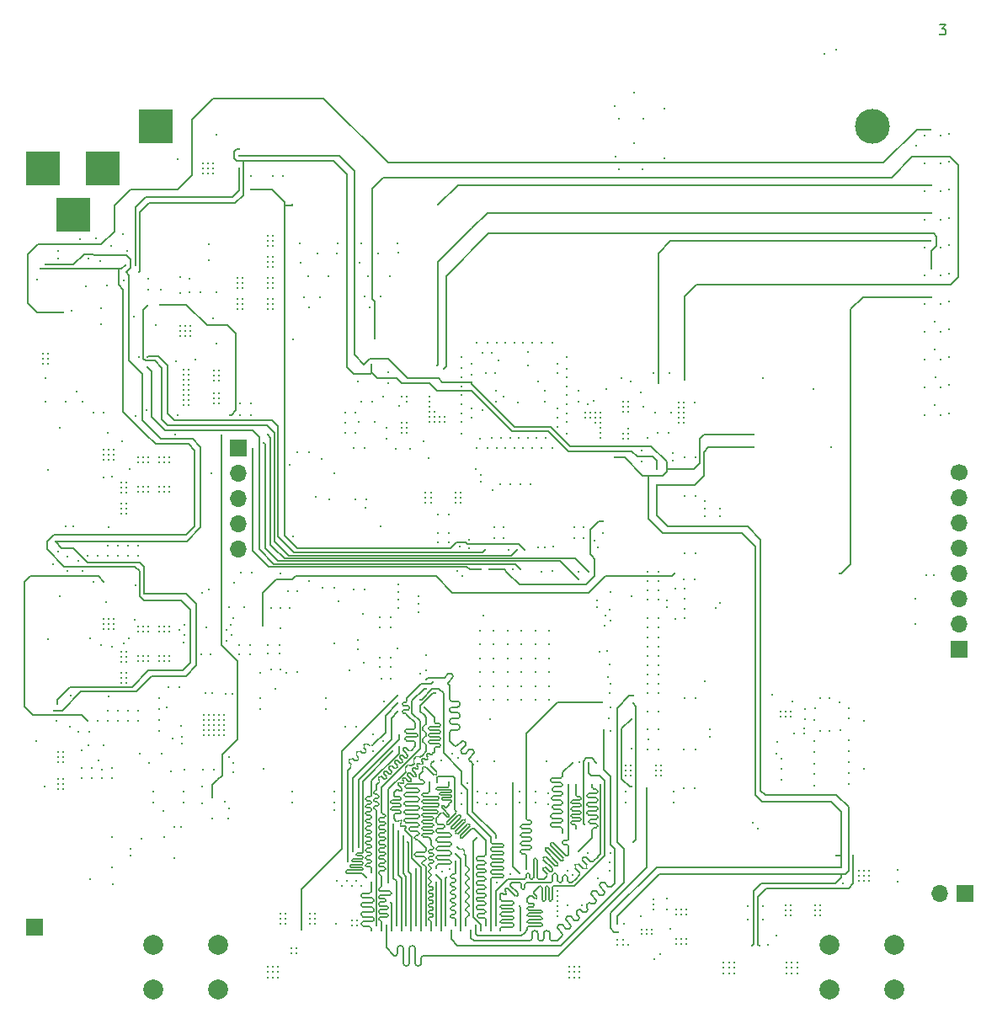
<source format=gbr>
%TF.GenerationSoftware,KiCad,Pcbnew,8.0.5*%
%TF.CreationDate,2024-10-11T17:01:53-05:00*%
%TF.ProjectId,Thermal_Camera,54686572-6d61-46c5-9f43-616d6572612e,rev?*%
%TF.SameCoordinates,Original*%
%TF.FileFunction,Copper,L3,Inr*%
%TF.FilePolarity,Positive*%
%FSLAX46Y46*%
G04 Gerber Fmt 4.6, Leading zero omitted, Abs format (unit mm)*
G04 Created by KiCad (PCBNEW 8.0.5) date 2024-10-11 17:01:53*
%MOMM*%
%LPD*%
G01*
G04 APERTURE LIST*
%ADD10C,0.150000*%
%TA.AperFunction,NonConductor*%
%ADD11C,0.150000*%
%TD*%
%TA.AperFunction,ComponentPad*%
%ADD12R,3.500000X3.500000*%
%TD*%
%TA.AperFunction,ComponentPad*%
%ADD13C,2.000000*%
%TD*%
%TA.AperFunction,ComponentPad*%
%ADD14R,1.700000X1.700000*%
%TD*%
%TA.AperFunction,ComponentPad*%
%ADD15O,1.700000X1.700000*%
%TD*%
%TA.AperFunction,ComponentPad*%
%ADD16C,1.700000*%
%TD*%
%TA.AperFunction,ComponentPad*%
%ADD17C,3.500000*%
%TD*%
%TA.AperFunction,ViaPad*%
%ADD18C,0.300000*%
%TD*%
%TA.AperFunction,Conductor*%
%ADD19C,0.127000*%
%TD*%
%TA.AperFunction,Conductor*%
%ADD20C,0.168910*%
%TD*%
G04 APERTURE END LIST*
D10*
D11*
X261753192Y-42811819D02*
X262372239Y-42811819D01*
X262372239Y-42811819D02*
X262038906Y-43192771D01*
X262038906Y-43192771D02*
X262181763Y-43192771D01*
X262181763Y-43192771D02*
X262277001Y-43240390D01*
X262277001Y-43240390D02*
X262324620Y-43288009D01*
X262324620Y-43288009D02*
X262372239Y-43383247D01*
X262372239Y-43383247D02*
X262372239Y-43621342D01*
X262372239Y-43621342D02*
X262324620Y-43716580D01*
X262324620Y-43716580D02*
X262277001Y-43764200D01*
X262277001Y-43764200D02*
X262181763Y-43811819D01*
X262181763Y-43811819D02*
X261896049Y-43811819D01*
X261896049Y-43811819D02*
X261800811Y-43764200D01*
X261800811Y-43764200D02*
X261753192Y-43716580D01*
D12*
%TO.N,+12Vin*%
%TO.C,J201*%
X177602400Y-57242200D03*
%TO.N,GND*%
X171602400Y-57242200D03*
X174602400Y-61942200D03*
%TD*%
D13*
%TO.N,+3.0V*%
%TO.C,SW1501*%
X257173800Y-139816400D03*
X250673800Y-139816400D03*
%TO.N,Net-(J1502-Pin_2)*%
X257173800Y-135316400D03*
X250673800Y-135316400D03*
%TD*%
D14*
%TO.N,+3.0V*%
%TO.C,J1502*%
X264292000Y-130149600D03*
D15*
%TO.N,Net-(J1502-Pin_2)*%
X261752000Y-130149600D03*
%TD*%
D14*
%TO.N,Net-(D1501B-K2)*%
%TO.C,J1501*%
X263722000Y-105628200D03*
D15*
%TO.N,+3.0V*%
X263722000Y-103088200D03*
%TO.N,Net-(J1501-Pin_3)*%
X263722000Y-100548200D03*
%TO.N,PIC32MZ_ICSPDAT*%
X263722000Y-98008200D03*
%TO.N,PIC32MZ_ICSPCLK*%
X263722000Y-95468200D03*
%TO.N,unconnected-(J1501-Pin_6-Pad6)*%
X263722000Y-92928200D03*
%TO.N,unconnected-(J1501-Pin_7-Pad7)*%
X263722000Y-90388200D03*
D16*
%TO.N,unconnected-(J1501-Pin_8-Pad8)*%
X263722000Y-87848200D03*
%TD*%
D13*
%TO.N,GND*%
%TO.C,SW2501*%
X189203400Y-139816400D03*
X182703400Y-139816400D03*
%TO.N,Net-(U2502-~{MR})*%
X189203400Y-135316400D03*
X182703400Y-135316400D03*
%TD*%
D12*
%TO.N,VBAT*%
%TO.C,J1401*%
X182973400Y-53035200D03*
D17*
%TO.N,Net-(J1401--)*%
X254973400Y-53035200D03*
%TD*%
D14*
%TO.N,~{FLASH_SPI_CS}*%
%TO.C,J2002*%
X191211200Y-85394800D03*
D15*
%TO.N,FLASH_SPI_SCK*%
X191211200Y-87934800D03*
%TO.N,FLASH_SPI_MOSI*%
X191211200Y-90474800D03*
%TO.N,FLASH_SPI_MISO*%
X191211200Y-93014800D03*
%TO.N,GND*%
X191211200Y-95554800D03*
%TD*%
D14*
%TO.N,GND*%
%TO.C,TP201*%
X170764200Y-133559400D03*
%TD*%
D18*
%TO.N,Net-(U201-RTN)*%
X173151800Y-65582800D03*
X178054000Y-69037200D03*
X176149000Y-66268600D03*
X177342800Y-66598800D03*
X175945800Y-69088000D03*
%TO.N,+12Vin*%
X178409600Y-64998600D03*
%TO.N,GND*%
X233468000Y-110007400D03*
X224282000Y-80949800D03*
X215493600Y-109296200D03*
X194183000Y-105181400D03*
X216281000Y-85369400D03*
X246888000Y-138150600D03*
X194183000Y-137515600D03*
X246354600Y-138150600D03*
X180009800Y-91973400D03*
X222834200Y-85369400D03*
X237151000Y-119532400D03*
X188264800Y-112217200D03*
X215163400Y-74752200D03*
X208203800Y-83362800D03*
X179984400Y-107950000D03*
X207695800Y-83870800D03*
X219684600Y-105105200D03*
X185309600Y-109397800D03*
X212369400Y-92031400D03*
X203631800Y-129362200D03*
X194665600Y-64998600D03*
X194538600Y-101473000D03*
X230682800Y-78638400D03*
X178511200Y-124485400D03*
X189280800Y-113741200D03*
X213690200Y-78257400D03*
X213690200Y-80060800D03*
X194157600Y-66624200D03*
X188264800Y-112717800D03*
X179984400Y-105841800D03*
X194157600Y-68732400D03*
X179476400Y-107950000D03*
X229920800Y-83896200D03*
X233468000Y-102489000D03*
X178155600Y-103080600D03*
X216890600Y-106502200D03*
X197104000Y-136118600D03*
X179501800Y-88849200D03*
X215163400Y-85369400D03*
X188264800Y-113233200D03*
X243992400Y-131445000D03*
X236245400Y-132257800D03*
X209829400Y-84683600D03*
X241096800Y-137617200D03*
X241096800Y-138150600D03*
X224282000Y-79171800D03*
X225958400Y-93353800D03*
X183794400Y-89281000D03*
X194157600Y-63982600D03*
X242493800Y-131445000D03*
X208203800Y-83870800D03*
X179501800Y-91973400D03*
X173659800Y-116949000D03*
X233468000Y-113665000D03*
X196596000Y-135610600D03*
X194716400Y-137515600D03*
X179705000Y-68529200D03*
X177647600Y-88315800D03*
X246888000Y-137617200D03*
X233730800Y-117297200D03*
X191846200Y-101320600D03*
X254127000Y-128371600D03*
X225552000Y-138582400D03*
X194665600Y-68732400D03*
X194157600Y-64490600D03*
X222834200Y-74752200D03*
X230022400Y-133172200D03*
X233730800Y-118313200D03*
X200025000Y-110524200D03*
X186410600Y-73093800D03*
X218821000Y-97561400D03*
X190728600Y-117932200D03*
X225552000Y-137515600D03*
X179527200Y-84683600D03*
X180009800Y-89865200D03*
X173659800Y-115925600D03*
X176352200Y-128676400D03*
X231819400Y-133756400D03*
X180721000Y-72136000D03*
X221335600Y-95377000D03*
X213690200Y-82753200D03*
X221081600Y-109296200D03*
X194665600Y-63982600D03*
X205587600Y-108534200D03*
X249148600Y-115951000D03*
X250164600Y-45770800D03*
X194157600Y-64998600D03*
X189788800Y-112717800D03*
X253619000Y-127863600D03*
X229362000Y-135305800D03*
X207695800Y-82847400D03*
X237185200Y-115646200D03*
X194157600Y-66116200D03*
X181686200Y-89281000D03*
X223299100Y-83212200D03*
X188747400Y-79832200D03*
X194665600Y-70332600D03*
X224485200Y-138049000D03*
X205444000Y-107365800D03*
X215493600Y-106502200D03*
X194665600Y-66624200D03*
X195249800Y-138582400D03*
X183286400Y-89789000D03*
X174066200Y-97688400D03*
X237176400Y-86258400D03*
X233222800Y-118313200D03*
X189052200Y-53873400D03*
X224282000Y-76225400D03*
X211759800Y-127939800D03*
X194157600Y-68224400D03*
X233468000Y-105308400D03*
X188747400Y-78587600D03*
X184302400Y-106781600D03*
X195249800Y-137515600D03*
X173659800Y-119126000D03*
X208203800Y-82847400D03*
X173151800Y-116949000D03*
X229895400Y-134797800D03*
X217881200Y-93353800D03*
X219684600Y-103708200D03*
X229920800Y-81203800D03*
X213080600Y-90881200D03*
X194157600Y-70840600D03*
X251790200Y-113741200D03*
X217195400Y-85369400D03*
X174396400Y-110210600D03*
X188671200Y-57251600D03*
X249739600Y-131370000D03*
X233468000Y-99644200D03*
X181686200Y-89789000D03*
X222478600Y-109296200D03*
X183540400Y-116103400D03*
X253619000Y-128371600D03*
X202980200Y-90500200D03*
X257556000Y-128930400D03*
X181178200Y-106781600D03*
X221081600Y-105105200D03*
X194157600Y-67132200D03*
X174625000Y-93192600D03*
X187985400Y-103378000D03*
X221081600Y-107899200D03*
X253619000Y-128879600D03*
X203225400Y-78638400D03*
X177673000Y-86055200D03*
X214679100Y-82312200D03*
X214249000Y-119075200D03*
X217195400Y-74752200D03*
X181178200Y-89281000D03*
X213690200Y-76225400D03*
X178155600Y-103588600D03*
X177952400Y-100884800D03*
X254177800Y-117652800D03*
X224485200Y-138582400D03*
X178181000Y-86563200D03*
X223299100Y-76912200D03*
X171627800Y-75869800D03*
X179501800Y-91465400D03*
X233468000Y-107188000D03*
X202827800Y-99568000D03*
X178181000Y-85539800D03*
X196392800Y-101473000D03*
X237176400Y-95910400D03*
X254635000Y-128879600D03*
X194183000Y-138049000D03*
X194665600Y-64490600D03*
X179984400Y-108966000D03*
X260229400Y-76428600D03*
X215493600Y-110693200D03*
X246253000Y-111861600D03*
X222199200Y-116840000D03*
X245745000Y-112369600D03*
X218287600Y-103708200D03*
X228676200Y-99847400D03*
X225450400Y-79612400D03*
X233222800Y-117297200D03*
X233468000Y-100609400D03*
X233468000Y-97764600D03*
X221081600Y-110693200D03*
X260229400Y-70840600D03*
X220776800Y-85369400D03*
X205444000Y-106426000D03*
X180009800Y-91465400D03*
X216890600Y-105105200D03*
X226339400Y-80975200D03*
X251307600Y-45339000D03*
X221081600Y-103708200D03*
X188772800Y-113233200D03*
X229514400Y-52222400D03*
X222478600Y-110693200D03*
X182194200Y-89281000D03*
X188620400Y-122580400D03*
X213080600Y-89814400D03*
X230428800Y-83896200D03*
X254177800Y-112776000D03*
X228269800Y-79400400D03*
X226339400Y-126060200D03*
X212496400Y-127685800D03*
X205444000Y-103352600D03*
X213080600Y-90347800D03*
X247421400Y-138150600D03*
X217246200Y-129006600D03*
X249739600Y-131878000D03*
X178181000Y-86055200D03*
X237176400Y-90195400D03*
X246888000Y-137083800D03*
X188747400Y-80340200D03*
X221081600Y-106502200D03*
X189788800Y-112217200D03*
X230784400Y-115544600D03*
X237151000Y-80797400D03*
X181686200Y-106273600D03*
X175463200Y-115747800D03*
X218287600Y-109296200D03*
X230428800Y-83388200D03*
X248208800Y-111607600D03*
X230428800Y-81719200D03*
X213639400Y-121174600D03*
X224282000Y-83896200D03*
X201142600Y-128879600D03*
X246253000Y-112369600D03*
X194157600Y-69240400D03*
X178079400Y-83820000D03*
X179501800Y-89865200D03*
X194665600Y-69240400D03*
X174066200Y-96316800D03*
X178663600Y-103588600D03*
X188671200Y-57759600D03*
X224282000Y-81889600D03*
X234899200Y-86664800D03*
X186893200Y-76428600D03*
X188798200Y-117678200D03*
X180848000Y-102641400D03*
X216739100Y-84372200D03*
X204774800Y-114173000D03*
X184810400Y-126619000D03*
X188747400Y-77571600D03*
X192447000Y-106095800D03*
X232327400Y-133756400D03*
X203733400Y-102006400D03*
X208203800Y-80670400D03*
X213690200Y-80949800D03*
X216230200Y-121174600D03*
X249231600Y-132386000D03*
X237151000Y-98552000D03*
X205282800Y-65760600D03*
X172085000Y-104546400D03*
X176352200Y-104521000D03*
X185394600Y-73093800D03*
X260229400Y-79273400D03*
X233468000Y-104368600D03*
X187604400Y-119354600D03*
X187756800Y-113741200D03*
X195478400Y-101473000D03*
X247421400Y-137083800D03*
X178663600Y-102565200D03*
X218084400Y-85369400D03*
X187655200Y-57759600D03*
X203123800Y-128879600D03*
X254127000Y-128879600D03*
X195249800Y-138049000D03*
X238633000Y-113639600D03*
X187629800Y-99923600D03*
X216890600Y-110693200D03*
X232835400Y-134213600D03*
X189255400Y-78587600D03*
X246354600Y-137083800D03*
X251714000Y-110921800D03*
X187756800Y-112717800D03*
X230403400Y-135305800D03*
X224282000Y-82753200D03*
X179501800Y-90957400D03*
X259308600Y-100533200D03*
X188772800Y-113741200D03*
X218084400Y-74752200D03*
X195446200Y-132208200D03*
X207086200Y-85445600D03*
X189255400Y-79832200D03*
X238125000Y-108788200D03*
X216890600Y-109296200D03*
X220776800Y-74752200D03*
X233222800Y-117805200D03*
X177647600Y-102565200D03*
X218287600Y-106502200D03*
X177673000Y-85539800D03*
X215493600Y-107899200D03*
X195376800Y-105181400D03*
X229539800Y-57302400D03*
X189890400Y-120904000D03*
X194716400Y-138582400D03*
X179501800Y-89357200D03*
X216941400Y-93353800D03*
X179984400Y-108458000D03*
X197129400Y-99720400D03*
X221691200Y-85369400D03*
X207695800Y-83362800D03*
X197104000Y-135610600D03*
X223291400Y-81407000D03*
X188747400Y-80848200D03*
X218973400Y-85369400D03*
X260229400Y-67995800D03*
X204241400Y-68097400D03*
X179476400Y-106349800D03*
X179603400Y-63855600D03*
X185902600Y-73609200D03*
X189788800Y-114249200D03*
X216941400Y-116840000D03*
X182905400Y-72974200D03*
X220370400Y-77038200D03*
X219887800Y-85369400D03*
X241096800Y-137083800D03*
X229895400Y-135305800D03*
X201625200Y-129413000D03*
X187655200Y-56736200D03*
X182194200Y-106273600D03*
X192523200Y-80873600D03*
X185394600Y-74117200D03*
X185851800Y-117678200D03*
X235229400Y-131749800D03*
X177673000Y-86563200D03*
X195954200Y-132208200D03*
X237176400Y-110464600D03*
X231698800Y-79806800D03*
X213690200Y-83896200D03*
X213690200Y-77343000D03*
X213614000Y-89814400D03*
X229362000Y-134797800D03*
X200914000Y-87934800D03*
X189280800Y-113233200D03*
X195954200Y-132716200D03*
X199440800Y-70180200D03*
X234289600Y-130683000D03*
X208203800Y-80155000D03*
X192523200Y-82016600D03*
X194665600Y-70840600D03*
X225526600Y-116916200D03*
X171627800Y-76885800D03*
X183286400Y-89281000D03*
X178663600Y-103080600D03*
X219684600Y-109296200D03*
X183286400Y-106273600D03*
X234569000Y-77825600D03*
X217932000Y-80162400D03*
X173151800Y-66294000D03*
X194665600Y-68224400D03*
X235229400Y-132257800D03*
X229920800Y-81719200D03*
X178689000Y-86563200D03*
X225018600Y-138049000D03*
X217170000Y-121174600D03*
X233468000Y-98704400D03*
X187756800Y-114249200D03*
X188747400Y-78079600D03*
X215493600Y-103708200D03*
X173888400Y-80695800D03*
X185140600Y-56311800D03*
X180009800Y-89357200D03*
X182194200Y-89789000D03*
X173659800Y-116433600D03*
X178689000Y-86055200D03*
X194995800Y-109601000D03*
X187756800Y-112217200D03*
X188264800Y-113741200D03*
X219684600Y-110693200D03*
X251993400Y-129133600D03*
X179984400Y-106349800D03*
X184302400Y-106273600D03*
X225018600Y-137515600D03*
X206527400Y-108534200D03*
X216128600Y-77825600D03*
X172135800Y-75869800D03*
X231819400Y-134213600D03*
X234289600Y-131749800D03*
X233468000Y-103428800D03*
X185902600Y-73093800D03*
X233468000Y-108127800D03*
X222427800Y-121174600D03*
X224485200Y-137515600D03*
X203225400Y-105613200D03*
X202827800Y-85369400D03*
X183286400Y-112699800D03*
X246761000Y-112369600D03*
X213690200Y-81864200D03*
X230784400Y-100228400D03*
X178562000Y-105308400D03*
X218287600Y-107899200D03*
X185369200Y-68199000D03*
X178536600Y-127508000D03*
X231800400Y-85623400D03*
X260223000Y-53949600D03*
X179984400Y-106857800D03*
X173151800Y-115925600D03*
X260229400Y-82067400D03*
X181178200Y-89789000D03*
X173151800Y-119126000D03*
X203225400Y-104673400D03*
X247421400Y-137617200D03*
X180009800Y-88849200D03*
X213690200Y-79171800D03*
X180924200Y-82143600D03*
X183667400Y-121818400D03*
X222478600Y-105105200D03*
X172135800Y-76377800D03*
X189255400Y-77571600D03*
X177647600Y-103080600D03*
X206273400Y-78841600D03*
X172110400Y-87528400D03*
X173151800Y-116433600D03*
X185902600Y-74117200D03*
X240563400Y-138150600D03*
X213614000Y-90881200D03*
X183794400Y-89789000D03*
X221234000Y-84378800D03*
X178689000Y-85539800D03*
X213614000Y-90347800D03*
X218287600Y-105105200D03*
X201066400Y-133172200D03*
X194157600Y-71348600D03*
X235737400Y-131749800D03*
X182194200Y-106781600D03*
X225018600Y-138582400D03*
X173659800Y-118618000D03*
X218973400Y-74752200D03*
X189280800Y-112217200D03*
X189255400Y-80340200D03*
X219684600Y-107899200D03*
X234696000Y-133680200D03*
X195954200Y-133224200D03*
X193446400Y-110540800D03*
X260229400Y-62382400D03*
X192548600Y-97917000D03*
X245338600Y-134366000D03*
X177647600Y-103588600D03*
X189255400Y-78079600D03*
X240030000Y-137083800D03*
X194665600Y-57988200D03*
X192447000Y-105156000D03*
X249231600Y-131878000D03*
X230428800Y-80695800D03*
X222478600Y-103708200D03*
X217144600Y-79612400D03*
X233730800Y-117805200D03*
X181178200Y-106273600D03*
X199186800Y-65760600D03*
X187756800Y-113233200D03*
X183286400Y-106781600D03*
X189280800Y-114249200D03*
X189280800Y-112717800D03*
X207695800Y-80155000D03*
X195446200Y-133224200D03*
X245389400Y-114909600D03*
X189788800Y-113741200D03*
X188264800Y-114249200D03*
X195446200Y-132716200D03*
X246761000Y-111861600D03*
X188163200Y-56736200D03*
X207418800Y-81125800D03*
X219887800Y-74752200D03*
X178155600Y-102565200D03*
X186410600Y-74117200D03*
X218440000Y-95605600D03*
X179476400Y-105841800D03*
X254635000Y-127863600D03*
X170992800Y-68453000D03*
X248208800Y-112649000D03*
X183794400Y-106273600D03*
X221691200Y-74752200D03*
X250875800Y-85267800D03*
X170891200Y-114808000D03*
X259308600Y-103073200D03*
X225399600Y-97815400D03*
X233468000Y-106248200D03*
X195453000Y-103505000D03*
X233468000Y-115646200D03*
X205511400Y-70154800D03*
X240563400Y-137083800D03*
X216281000Y-74752200D03*
X249739600Y-132386000D03*
X260229400Y-56743600D03*
X233468000Y-109067600D03*
X174294800Y-113411000D03*
X194665600Y-71348600D03*
X225552000Y-138049000D03*
X220345000Y-75742800D03*
X196189600Y-99720400D03*
X189255400Y-80848200D03*
X224282000Y-80060800D03*
X209499200Y-108077000D03*
X215493600Y-105105200D03*
X216890600Y-107899200D03*
X216890600Y-103708200D03*
X218287600Y-110693200D03*
X202438000Y-107721400D03*
X230428800Y-81203800D03*
X222139100Y-84372200D03*
X188671200Y-56736200D03*
X240030000Y-138150600D03*
X188772800Y-112717800D03*
X229920800Y-84411600D03*
X219684600Y-106502200D03*
X232835400Y-133756400D03*
X225018600Y-93353800D03*
X179476400Y-106857800D03*
X215823800Y-75768200D03*
X173151800Y-118618000D03*
X181686200Y-106781600D03*
X228650800Y-113842800D03*
X232327400Y-134213600D03*
X222478600Y-106502200D03*
X205444000Y-102412800D03*
X171627800Y-76377800D03*
X177444400Y-105206800D03*
X179476400Y-108458000D03*
X173151800Y-119641400D03*
X179476400Y-108966000D03*
X177190400Y-116738400D03*
X217017600Y-77825600D03*
X244932200Y-110134400D03*
X254127000Y-127863600D03*
X231673400Y-132461000D03*
X195376800Y-105994200D03*
X194183000Y-105994200D03*
X260426200Y-98145600D03*
X240563400Y-137617200D03*
X194157600Y-70332600D03*
X180009800Y-90957400D03*
X229920800Y-80695800D03*
X260229400Y-73634600D03*
X188772800Y-112217200D03*
X218617800Y-128193800D03*
X198247000Y-68122800D03*
X189788800Y-113233200D03*
X194183000Y-138582400D03*
X230428800Y-84411600D03*
X195732400Y-57988200D03*
X235185800Y-99491800D03*
X254635000Y-128371600D03*
X233468000Y-111836200D03*
X194665600Y-67132200D03*
X245745000Y-111861600D03*
X240030000Y-137617200D03*
X185394600Y-73609200D03*
X224282000Y-78257400D03*
X222478600Y-107899200D03*
X235737400Y-132257800D03*
X187655200Y-57251600D03*
X194665600Y-66116200D03*
X186410600Y-73609200D03*
X206121000Y-84455000D03*
X184302400Y-89281000D03*
X235178600Y-102514400D03*
X172135800Y-76885800D03*
X217424000Y-76581000D03*
X183794400Y-106781600D03*
X249231600Y-131370000D03*
X260229400Y-59563000D03*
X173659800Y-119641400D03*
X184302400Y-89789000D03*
X182168800Y-68360200D03*
X236245400Y-131749800D03*
X202133200Y-128879600D03*
X180924200Y-99161600D03*
X224294100Y-77362200D03*
X190728600Y-116992400D03*
X202641200Y-129387600D03*
X194716400Y-138049000D03*
X222072200Y-79637800D03*
X246354600Y-137617200D03*
X260229400Y-65201800D03*
X210108800Y-107696000D03*
X196596000Y-136118600D03*
X188772800Y-114249200D03*
X188163200Y-57759600D03*
X188163200Y-57251600D03*
X243941600Y-78333600D03*
%TO.N,+12V*%
X174472600Y-71551800D03*
X186207400Y-79984600D03*
X185699400Y-78460600D03*
X177419000Y-72910600D03*
X185699400Y-81000600D03*
X185699400Y-79984600D03*
X186207400Y-77952600D03*
X185699400Y-78968600D03*
X185699400Y-77444600D03*
X185699400Y-80492600D03*
X186207400Y-81000600D03*
X185699400Y-77952600D03*
X185699400Y-79476600D03*
X186207400Y-77444600D03*
X186207400Y-80492600D03*
X186207400Y-78968600D03*
X186207400Y-78460600D03*
X186207400Y-79476600D03*
%TO.N,+3.0V*%
X176657000Y-81788000D03*
X204774800Y-115824000D03*
X206544000Y-107365800D03*
X230708200Y-117805200D03*
X187502800Y-106070400D03*
X198450200Y-133223000D03*
X206273400Y-77749400D03*
X206544000Y-102412800D03*
X213639400Y-120074600D03*
X215823800Y-81534000D03*
X208483200Y-85445600D03*
X205765400Y-80187800D03*
X230708200Y-118313200D03*
X198958200Y-133223000D03*
X234899200Y-85902800D03*
X206544000Y-103352600D03*
X190296800Y-101320600D03*
X181203600Y-76174600D03*
X228625400Y-126060200D03*
X210058000Y-90881200D03*
X206544000Y-106426000D03*
X261880400Y-67995800D03*
X199644000Y-86487000D03*
X227380800Y-128625600D03*
X246227600Y-131368800D03*
X261880400Y-65201800D03*
X249097800Y-79451200D03*
X229108000Y-50952400D03*
X232368000Y-115646200D03*
X233654600Y-136220200D03*
X257556000Y-127812800D03*
X203351000Y-82726000D03*
X198450200Y-132207000D03*
X231927400Y-52222400D03*
X217881200Y-94453800D03*
X181152800Y-96164400D03*
X225018600Y-94453800D03*
X198374000Y-98704400D03*
X261880400Y-70840600D03*
X202971400Y-81762600D03*
X173253400Y-100279200D03*
X246735600Y-131368800D03*
X210058000Y-89814400D03*
X231876600Y-57302400D03*
X201955400Y-81762600D03*
X201117200Y-65760600D03*
X203149200Y-133350000D03*
X175564800Y-97688400D03*
X261880400Y-73634600D03*
X177723800Y-81788000D03*
X229158800Y-56032400D03*
X261880400Y-79273400D03*
X196392800Y-87071200D03*
X207289400Y-65735200D03*
X180263800Y-104521000D03*
X234035600Y-51206400D03*
X178104800Y-95148400D03*
X210058000Y-90347800D03*
X178511200Y-88239600D03*
X230200200Y-117805200D03*
X231800400Y-86715600D03*
X232968800Y-77825600D03*
X244475000Y-135331200D03*
X195503800Y-97993200D03*
X202641200Y-132842000D03*
X175564800Y-80695800D03*
X200914000Y-105029000D03*
X178104800Y-96164400D03*
X173126400Y-95732600D03*
X172948600Y-112750600D03*
X261880400Y-76428600D03*
X203149200Y-132842000D03*
X176072800Y-96164400D03*
X173253400Y-83286600D03*
X181152800Y-95148400D03*
X180136800Y-95148400D03*
X179120800Y-95148400D03*
X238607600Y-114376200D03*
X230200200Y-117297200D03*
X201955400Y-83794600D03*
X203936600Y-70154800D03*
X186359800Y-68326000D03*
X230200200Y-118313200D03*
X215569800Y-84429600D03*
X216814400Y-89585800D03*
X198958200Y-132715000D03*
X180035200Y-65557400D03*
X202641200Y-133350000D03*
X210591400Y-89814400D03*
X176631600Y-98780600D03*
X180136800Y-96164400D03*
X210591400Y-90881200D03*
X222427800Y-120074600D03*
X210591400Y-90347800D03*
X198450200Y-132715000D03*
X198958200Y-132207000D03*
X197840600Y-70180200D03*
X201955400Y-82778600D03*
X261874000Y-53949600D03*
X246913400Y-110845600D03*
X177088800Y-96164400D03*
X211302600Y-92031400D03*
X234035600Y-56210200D03*
X246735600Y-132384800D03*
X261880400Y-59563000D03*
X179120800Y-96164400D03*
X230708200Y-117297200D03*
X180289200Y-87503000D03*
X216230200Y-120074600D03*
X261880400Y-82067400D03*
X205917800Y-110871000D03*
X261137400Y-98171000D03*
X202971400Y-83794600D03*
X261880400Y-56743600D03*
X226974400Y-80645000D03*
X261880400Y-62382400D03*
X173888400Y-93218000D03*
X246735600Y-131876800D03*
X229755700Y-78346300D03*
X192532000Y-57988200D03*
X246227600Y-132384800D03*
X246227600Y-131876800D03*
%TO.N,VCOM*%
X182168800Y-69460200D03*
X236245400Y-134747000D03*
X191668400Y-68732400D03*
X191423200Y-82016600D03*
X191668400Y-69240400D03*
X182194200Y-103784400D03*
X235229400Y-134747000D03*
X183235600Y-110473400D03*
X191160400Y-71348600D03*
X235737400Y-135255000D03*
X183286400Y-103276400D03*
X183794400Y-103784400D03*
X191668400Y-70332600D03*
X184302400Y-86258400D03*
X196646800Y-120971400D03*
X215290400Y-120971400D03*
X191668400Y-70840600D03*
X191160400Y-70332600D03*
X191668400Y-68224400D03*
X200914000Y-120971400D03*
X235737400Y-134747000D03*
X183794400Y-86258400D03*
X236245400Y-135255000D03*
X191160400Y-70840600D03*
X191160400Y-68224400D03*
X235229400Y-135255000D03*
X183286400Y-103784400D03*
X191448600Y-97917000D03*
X182194200Y-103276400D03*
X184302400Y-103276400D03*
X181686200Y-103784400D03*
X182194200Y-86766400D03*
X185699400Y-120971400D03*
X230174800Y-120971400D03*
X191668400Y-71348600D03*
X235026200Y-120971400D03*
X181178200Y-103276400D03*
X181686200Y-103276400D03*
X182194200Y-86258400D03*
X191423200Y-80873600D03*
X184302400Y-103784400D03*
X181686200Y-86258400D03*
X191160400Y-68732400D03*
X184302400Y-86766400D03*
X183286400Y-86258400D03*
X219506800Y-120971400D03*
X181686200Y-86766400D03*
X191160400Y-69240400D03*
X181178200Y-86258400D03*
X183794400Y-86766400D03*
X184209600Y-109397800D03*
X175167200Y-113893600D03*
X183794400Y-103276400D03*
X181178200Y-103784400D03*
X182651400Y-120971400D03*
X181178200Y-86766400D03*
X221107000Y-120971400D03*
X183286400Y-86766400D03*
%TO.N,Net-(C407-Pad1)*%
X178231800Y-93307000D03*
%TO.N,Net-(C607-Pad1)*%
X178231800Y-110307000D03*
%TO.N,Net-(C802-Pad1)*%
X204951000Y-82726000D03*
%TO.N,Net-(U801-NR{slash}SS)*%
X206095600Y-83340700D03*
%TO.N,+2.8V*%
X210947000Y-82194400D03*
X210439000Y-82702400D03*
X211963000Y-82194400D03*
X211963000Y-82702400D03*
X211455000Y-82194400D03*
X210439000Y-80670400D03*
X214679100Y-81412200D03*
X210439000Y-81686400D03*
X210439000Y-81178400D03*
X210947000Y-81686400D03*
X210947000Y-82702400D03*
X210439000Y-80162400D03*
X211455000Y-82702400D03*
X210439000Y-82194400D03*
%TO.N,POS2P8_SNS+*%
X203606400Y-80721200D03*
%TO.N,POS2P8_SNS-*%
X204724000Y-80721200D03*
%TO.N,+1.8V*%
X182651400Y-119871400D03*
X181152800Y-112826800D03*
X232368000Y-100609400D03*
X232368000Y-104368600D03*
X232368000Y-108127800D03*
X217170000Y-120074600D03*
X236051000Y-119532400D03*
X181152800Y-111810800D03*
X236076400Y-86258400D03*
X176072800Y-112826800D03*
X203927800Y-99568000D03*
X235534200Y-81807300D03*
X180136800Y-112826800D03*
X203826200Y-106984800D03*
X221107000Y-119871400D03*
X177088800Y-112826800D03*
X203927800Y-85369400D03*
X196646800Y-119871400D03*
X176267200Y-113893600D03*
X236042200Y-81813400D03*
X219506800Y-119871400D03*
X200025000Y-111624200D03*
X216941400Y-94453800D03*
X178104800Y-112826800D03*
X177723800Y-98780600D03*
X222072200Y-80737800D03*
X225958400Y-94453800D03*
X236051000Y-98552000D03*
X215290400Y-119871400D03*
X236042200Y-80797400D03*
X179120800Y-112826800D03*
X235534200Y-81305400D03*
X235534200Y-82321400D03*
X236076400Y-90195400D03*
X185699400Y-119871400D03*
X180136800Y-111810800D03*
X232368000Y-105308400D03*
X232368000Y-110007400D03*
X232368000Y-113614200D03*
X236076400Y-110464600D03*
X230174800Y-119871400D03*
X235534200Y-82829400D03*
X193446400Y-111598800D03*
X232368000Y-103428800D03*
X236042200Y-82321400D03*
X236076400Y-95910400D03*
X183235600Y-111573400D03*
X232368000Y-106248200D03*
X204080200Y-90500200D03*
X178104800Y-111810800D03*
X234775300Y-81807300D03*
X200914000Y-119871400D03*
X232410000Y-84353400D03*
X235026200Y-119871400D03*
X236042200Y-81305400D03*
X232368000Y-102489000D03*
X236042200Y-82829400D03*
X232368000Y-111836200D03*
X225450400Y-80712400D03*
X179120800Y-111810800D03*
X235534200Y-80797400D03*
X217144600Y-80712400D03*
X236042200Y-115646200D03*
X232368000Y-109067600D03*
%TO.N,Net-(C1003-Pad1)*%
X233175300Y-81807300D03*
%TO.N,Net-(U1002-NR{slash}SS)*%
X231927400Y-81203800D03*
%TO.N,+1.2V*%
X227609400Y-82321400D03*
X227609400Y-81813400D03*
X227609400Y-84353400D03*
X223299100Y-82312200D03*
X226085400Y-82321400D03*
X227101400Y-82321400D03*
X227101400Y-82829400D03*
X226085400Y-81813400D03*
X227609400Y-82829400D03*
X226593400Y-82321400D03*
X227101400Y-81813400D03*
X226593400Y-81813400D03*
X227609400Y-83845400D03*
X227609400Y-83337400D03*
%TO.N,POS1P2_SNS-*%
X233400600Y-83845400D03*
%TO.N,POS1P2_SNS+*%
X234518200Y-83845400D03*
%TO.N,Net-(D1201-K)*%
X225780600Y-131343400D03*
%TO.N,VLED_SNS+*%
X224834288Y-128314288D03*
%TO.N,VLED_SNS-*%
X224339312Y-127819312D03*
%TO.N,VBAT*%
X188290200Y-64909800D03*
%TO.N,+5V_USB*%
X185369200Y-69765000D03*
X196697600Y-74472800D03*
X171780200Y-119354600D03*
X181483000Y-124612400D03*
X232368000Y-97764600D03*
X204038200Y-91363800D03*
X183794400Y-124485400D03*
%TO.N,Net-(C1405-Pad2)*%
X189052200Y-74853800D03*
%TO.N,Net-(U1402-BST)*%
X184962800Y-76657200D03*
%TO.N,BATT_SNS-*%
X188290200Y-66509800D03*
%TO.N,VMEM_REF*%
X228600000Y-107086400D03*
X232368000Y-107188000D03*
%TO.N,+3.3V_USB_MZ*%
X232368000Y-98704400D03*
X232368000Y-99644200D03*
%TO.N,PIC_USBHS_D+*%
X190622800Y-110050024D03*
X236085800Y-101549200D03*
X239198312Y-101466488D03*
X236093000Y-102489000D03*
X215620600Y-88767400D03*
%TO.N,PIC_USBHS_D-*%
X189922800Y-110050024D03*
X215620600Y-88067400D03*
X236085800Y-99491800D03*
X236085800Y-100482400D03*
X239693288Y-100971512D03*
%TO.N,+3.0VA_MZ*%
X211286000Y-93903800D03*
X211286000Y-94843600D03*
%TO.N,GNDA_MZ*%
X212386000Y-93903800D03*
X212386000Y-94843600D03*
%TO.N,+3.0V_SD*%
X248158000Y-113538000D03*
X247142000Y-114046000D03*
X248158000Y-114046000D03*
X249758200Y-113766600D03*
X252612600Y-115876800D03*
X249758200Y-110464600D03*
%TO.N,+3.3V_USB*%
X177495200Y-118567200D03*
X183286400Y-113792000D03*
X187680600Y-117678200D03*
X178638200Y-129184400D03*
X177673000Y-115239800D03*
X190296800Y-116433600D03*
X181305200Y-116128800D03*
X178511200Y-117551200D03*
X175463200Y-118567200D03*
X188417200Y-106070400D03*
X197129400Y-107873800D03*
X176479200Y-118567200D03*
X177495200Y-117678200D03*
X184073800Y-111404400D03*
X193751200Y-117576600D03*
X175463200Y-117551200D03*
X176479200Y-117551200D03*
X187604400Y-121056400D03*
X178511200Y-118567200D03*
X190220600Y-122580400D03*
%TO.N,BRIDGE_USB_D+*%
X191347000Y-106095800D03*
X188622800Y-110028061D03*
%TO.N,BRIDGE_USB_D-*%
X191347000Y-105156000D03*
X187922800Y-110028061D03*
%TO.N,Net-(U2502-CT)*%
X182250500Y-117053400D03*
%TO.N,UFP_USB_D+*%
X185573406Y-115083200D03*
X180390800Y-126334000D03*
X185490600Y-123444000D03*
%TO.N,UFP_USB_D-*%
X184790600Y-123444000D03*
X185573406Y-114383200D03*
X180390800Y-125634000D03*
%TO.N,Net-(U2901-SNSK)*%
X203555600Y-64795400D03*
%TO.N,Net-(U2901-SNS)*%
X207264000Y-64820800D03*
%TO.N,Net-(U2902-SNSK)*%
X197434200Y-64820800D03*
%TO.N,Net-(U2902-SNS)*%
X201218800Y-64820800D03*
%TO.N,Net-(C2905-Pad1)*%
X206451200Y-68122800D03*
%TO.N,Net-(C2906-Pad1)*%
X200304400Y-68122800D03*
%TO.N,PIC32MZ_ICSPCLK*%
X214426800Y-95427800D03*
%TO.N,PIC32MZ_ICSPDAT*%
X207314800Y-101447600D03*
%TO.N,~{SDHC_SDCD}*%
X250665400Y-110464600D03*
X228549200Y-101650800D03*
%TO.N,Net-(D2002A-K1)*%
X252612600Y-116976800D03*
%TO.N,Net-(D2002B-K2)*%
X252612600Y-118076800D03*
%TO.N,Net-(D2002C-K3)*%
X252612600Y-119176800D03*
%TO.N,Net-(D2701-A)*%
X262661400Y-53771800D03*
%TO.N,Net-(D2702-A)*%
X262667800Y-56565800D03*
%TO.N,Net-(D2703-A)*%
X262667800Y-59385200D03*
%TO.N,Net-(D2704-A)*%
X262667800Y-62204600D03*
%TO.N,Net-(D2705-A)*%
X262652600Y-64922400D03*
%TO.N,Net-(D2706-A)*%
X262652600Y-67802800D03*
%TO.N,Net-(D2707-A)*%
X262652600Y-70586600D03*
%TO.N,Net-(D2801-A)*%
X262652600Y-73441600D03*
%TO.N,Net-(D2802-A)*%
X262652600Y-76235600D03*
%TO.N,Net-(D2803-A)*%
X262652600Y-78994000D03*
%TO.N,Net-(D2804-A)*%
X262652600Y-81874400D03*
%TO.N,I2C_SCL*%
X243052600Y-85267800D03*
X181254400Y-67665600D03*
X229489000Y-85674200D03*
X233299000Y-87503000D03*
X182575200Y-83591400D03*
X172821600Y-94792800D03*
X242900200Y-135432800D03*
X191312800Y-55295800D03*
X181737000Y-99974400D03*
X228574600Y-127025400D03*
X172720000Y-111734600D03*
X179959000Y-67691000D03*
X212699600Y-116128800D03*
X233299000Y-89077800D03*
X229311200Y-133172200D03*
X202819000Y-77876400D03*
X208711800Y-78867000D03*
X204622400Y-76936600D03*
X214680800Y-79603600D03*
X171856400Y-66878200D03*
X251815600Y-128219200D03*
%TO.N,I2C_SDA*%
X209270600Y-78359000D03*
X228574600Y-127838200D03*
X173710600Y-109956600D03*
X243611400Y-135432800D03*
X251383800Y-126365000D03*
X214680800Y-78714600D03*
X172847000Y-94056200D03*
X180924200Y-66979800D03*
X191312800Y-56007000D03*
X181940200Y-83997800D03*
X203885800Y-76936600D03*
X213334600Y-116509800D03*
X251815600Y-127482600D03*
X171348400Y-67360800D03*
X172999400Y-111074200D03*
X229412800Y-134061200D03*
X181737000Y-100685600D03*
X253034800Y-126365000D03*
X229057200Y-86309200D03*
X191312800Y-57251600D03*
X243052600Y-83997800D03*
X179857400Y-66979800D03*
X234289600Y-87477600D03*
%TO.N,USB_UART_TX*%
X213233000Y-97739200D03*
X185851800Y-104165400D03*
%TO.N,USB_UART_RX*%
X185724800Y-104952800D03*
X213791800Y-98247200D03*
%TO.N,FLIR_VOSPI_CLK*%
X228650800Y-111429800D03*
X218541600Y-89001600D03*
%TO.N,FLIR_VOSPI_MOSI*%
X228650800Y-109042200D03*
X220624400Y-89001600D03*
%TO.N,FLIR_VOSPI_MISO*%
X219583000Y-89001600D03*
X215239600Y-116840000D03*
%TO.N,FLASH_SPI_SCK*%
X207264000Y-105537000D03*
X199669400Y-99415600D03*
%TO.N,FLASH_SPI_MISO*%
X209346800Y-101854000D03*
X198983600Y-90246200D03*
X198374000Y-85801200D03*
X196773800Y-94284800D03*
%TO.N,FLASH_SPI_MOSI*%
X207314800Y-99847400D03*
X200914000Y-99415600D03*
%TO.N,~{PIC32MZ_MCLR}*%
X232468000Y-114655600D03*
%TO.N,POS3P0_RUN*%
X171831000Y-80670400D03*
X184861200Y-83972400D03*
%TO.N,POS1P8_RUN*%
X179705000Y-104978200D03*
X172643800Y-97053400D03*
%TO.N,Net-(U201-UVLO)*%
X176936400Y-64287400D03*
%TO.N,Net-(U201-OVP)*%
X175336200Y-64389000D03*
%TO.N,Net-(R205-Pad2)*%
X177419000Y-71310600D03*
%TO.N,POS12_PGOOD*%
X181965600Y-81508600D03*
X173583600Y-71704200D03*
X171831000Y-78308200D03*
X260832600Y-53314600D03*
X215138000Y-87503000D03*
%TO.N,POS3P0_PGOOD*%
X260883400Y-61722000D03*
X201345800Y-100761800D03*
X203123800Y-113411000D03*
X174980600Y-79705200D03*
X190779400Y-98907600D03*
X201955400Y-113411000D03*
X211175600Y-77089000D03*
X200355200Y-90500200D03*
X185140600Y-82067400D03*
%TO.N,POS1P8_PGOOD*%
X260908800Y-56083200D03*
X175158400Y-96697800D03*
X204927200Y-74345800D03*
X188518800Y-87909400D03*
X236093000Y-78486000D03*
%TO.N,POS2P8_PGOOD*%
X210388200Y-86334600D03*
X260908800Y-67335400D03*
X211886800Y-77368400D03*
%TO.N,POS1P2_RUN*%
X239674400Y-91414600D03*
X238150400Y-91414600D03*
%TO.N,POS1P2_PGOOD*%
X233451400Y-78867000D03*
X238150400Y-92176600D03*
X260858000Y-64516000D03*
X239674400Y-92176600D03*
%TO.N,BACKLIGHT_PWM*%
X233045000Y-136753600D03*
X215900000Y-102209600D03*
%TO.N,BACKLIGHT_CATHODE*%
X232943400Y-130708400D03*
X232943400Y-131724400D03*
X232943400Y-131216400D03*
%TO.N,BACKLIGHT_ANODE*%
X223316800Y-129870200D03*
X224358200Y-131318000D03*
X223316800Y-130378200D03*
X223316800Y-131902200D03*
X223316800Y-130886200D03*
X223316800Y-131394200D03*
X223316800Y-132410200D03*
%TO.N,~{BATT_CEN}*%
X182110800Y-71069200D03*
X219227400Y-95605600D03*
%TO.N,BATT_IUSB*%
X182085400Y-77216000D03*
X219633800Y-97561400D03*
%TO.N,~{BATT_FLT}*%
X194157600Y-83997800D03*
X186359800Y-69672200D03*
X231013000Y-49657000D03*
X226466400Y-97815400D03*
%TO.N,~{BATT_UOK}*%
X193802000Y-84836000D03*
X225399600Y-98526600D03*
X187426600Y-69672200D03*
%TO.N,BATT_LOWBAT*%
X192532000Y-59385200D03*
X260908800Y-58902600D03*
X196672200Y-60883800D03*
X220014800Y-95605600D03*
X211328000Y-60883800D03*
%TO.N,~{BATT_DOK}*%
X216027000Y-95580200D03*
X182110800Y-76174600D03*
%TO.N,~{BATT_CHG}*%
X192684400Y-85471000D03*
X215646000Y-97586800D03*
X188696600Y-72288400D03*
X189026800Y-69672200D03*
X231013000Y-54737000D03*
%TO.N,Net-(U1402-THM)*%
X183438800Y-69443600D03*
%TO.N,PIC32MZ_CLK_EN*%
X205790800Y-114833400D03*
%TO.N,PIC_USB_D+*%
X227287586Y-101365800D03*
X234355969Y-101365800D03*
%TO.N,PIC_USB_D-*%
X234355969Y-100665800D03*
X227287586Y-100665800D03*
%TO.N,SDHC_SDDATA2*%
X227584000Y-105816400D03*
X249148600Y-119278400D03*
%TO.N,SDHC_SDDATA3*%
X228612700Y-102755700D03*
X249148600Y-118160800D03*
%TO.N,SDHC_SDCMD*%
X249148600Y-117068600D03*
X228422200Y-108356400D03*
%TO.N,SDHC_SDCK*%
X249174000Y-114858800D03*
X228142800Y-102235000D03*
%TO.N,SDHC_SDDATA0*%
X249174000Y-112674400D03*
X228295200Y-105791000D03*
%TO.N,SDHC_SDDATA1*%
X249199400Y-111556800D03*
X228066600Y-103251000D03*
%TO.N,~{SD_SPI_CS}*%
X245872000Y-118719600D03*
X222859600Y-95275400D03*
%TO.N,SD_SPI_SCK*%
X221716600Y-97764600D03*
X245872000Y-116560600D03*
%TO.N,SD_SPI_MOSI*%
X245872000Y-117627400D03*
X222808800Y-97739200D03*
%TO.N,SD_SPI_MISO*%
X245364000Y-116052600D03*
X222072200Y-95326200D03*
%TO.N,~{SDHC_SDWP}*%
X250672600Y-113792000D03*
X216535000Y-112649000D03*
%TO.N,~{FLASH_SPI_WP}*%
X207314800Y-100609400D03*
X205511400Y-93268800D03*
%TO.N,~{FLASH_SPI_CS}*%
X207340200Y-99034600D03*
X197129400Y-85801200D03*
%TO.N,LCD_CTP_INT*%
X243459000Y-123621800D03*
X243992400Y-132784000D03*
%TO.N,LCD _CTP_RESET*%
X243001800Y-123012200D03*
X242493800Y-132784000D03*
%TO.N,Net-(U2203-~{OE})*%
X190703200Y-102463600D03*
X188264800Y-99542600D03*
%TO.N,FLIR_CLK_EN*%
X219354400Y-80797400D03*
X214452200Y-94589600D03*
%TO.N,~{FLIR_VOSPI_CS}*%
X217525600Y-89001600D03*
X228549200Y-109982000D03*
%TO.N,FLIR_VOSPI_VSYNC*%
X228523800Y-112522000D03*
X221411800Y-78663800D03*
%TO.N,~{FLIR_PWR_DWN}*%
X214692200Y-77979400D03*
X213537800Y-95275400D03*
%TO.N,~{FLIR_RESET}*%
X210108800Y-106222800D03*
X214692200Y-76912600D03*
%TO.N,Net-(U2401-SPI_MOSI)*%
X220339100Y-84372200D03*
%TO.N,Net-(U2401-SPI_MISO)*%
X219439100Y-84372200D03*
%TO.N,Net-(U2401-SPI_CLK)*%
X218539100Y-84372200D03*
%TO.N,Net-(U2401-~{SPI_CS})*%
X217639100Y-84372200D03*
%TO.N,Net-(U2401-GPIO3)*%
X223299100Y-77812200D03*
%TO.N,FLIR_CLK*%
X216739100Y-75752200D03*
%TO.N,HUB_CLK_EN*%
X190296800Y-121589800D03*
%TO.N,~{HUB_RESET}*%
X185445400Y-113258600D03*
X184632600Y-114554000D03*
%TO.N,HUB_SUSPND*%
X190423800Y-82016600D03*
X183362600Y-70942200D03*
X188620400Y-120472200D03*
X189534800Y-84074000D03*
%TO.N,POS3P3_USB_PGOOD*%
X176199800Y-115239800D03*
X193675000Y-103200200D03*
X251714000Y-97967800D03*
X211632800Y-116789200D03*
X260883400Y-70180200D03*
X200863200Y-121793000D03*
X235127800Y-97942400D03*
%TO.N,PGOOD_LED_SHDN*%
X238150400Y-90703400D03*
X259410200Y-54965600D03*
%TO.N,Heartbeat_LED*%
X227888800Y-92684600D03*
X261289800Y-72618600D03*
X216433400Y-97586800D03*
%TO.N,Error_LED*%
X227076000Y-94640400D03*
X261289800Y-75412600D03*
%TO.N,Reset_LED*%
X227406200Y-95377000D03*
X261315200Y-78206600D03*
%TO.N,CPU_Trap_LED*%
X227888800Y-93929200D03*
X261289800Y-81051400D03*
%TO.N,Net-(U2901-OUT)*%
X203454000Y-66751200D03*
%TO.N,Net-(U2902-OUT)*%
X197459600Y-66751200D03*
%TO.N,Cap_Touch_Power*%
X204444600Y-71221600D03*
%TO.N,Cap_Touch_Shutter*%
X198374000Y-71221600D03*
%TO.N,GLCD_R1*%
X211124800Y-127609600D03*
X209092800Y-127660400D03*
X209118200Y-133350000D03*
X212394800Y-118999000D03*
%TO.N,GLCD_R5*%
X227228400Y-116992400D03*
X207111600Y-133350000D03*
X206806800Y-123215400D03*
X226034600Y-123164600D03*
%TO.N,GLCD_R3*%
X223824800Y-124079000D03*
X224815400Y-116992400D03*
X208102200Y-133350000D03*
X207848200Y-124358400D03*
%TO.N,GLCD_R7*%
X230784400Y-119430800D03*
X232257600Y-119557800D03*
X206121000Y-133350000D03*
X230733600Y-112598200D03*
%TO.N,GLCD_R6*%
X225450400Y-125907800D03*
X206578200Y-131114800D03*
X206603600Y-133858000D03*
X226822000Y-119202200D03*
%TO.N,GLCD_R2*%
X208229200Y-124968000D03*
X230911400Y-125018800D03*
X208610200Y-133858000D03*
X230911400Y-111048800D03*
%TO.N,GLCD_R4*%
X225196400Y-123596400D03*
X225221800Y-119202200D03*
X207619600Y-133858000D03*
X207314800Y-123850400D03*
%TO.N,GLCD_R0*%
X209600800Y-133858000D03*
X209981800Y-111455200D03*
%TO.N,GLCD_G1*%
X202209400Y-126923800D03*
X213106000Y-133350000D03*
X213106000Y-126923800D03*
X207264000Y-111048800D03*
%TO.N,GLCD_G6*%
X210413600Y-118973600D03*
X210616800Y-133858000D03*
%TO.N,GLCD_G4*%
X204647800Y-128041400D03*
X211099400Y-128320800D03*
X211607400Y-133858000D03*
X207365600Y-115443000D03*
%TO.N,GLCD_G2*%
X230911400Y-110261400D03*
X212623400Y-133858000D03*
%TO.N,GLCD_G5*%
X211099400Y-133350000D03*
X204063600Y-128524000D03*
X211099400Y-129032000D03*
X206756000Y-115849400D03*
%TO.N,GLCD_G0*%
X202717400Y-125882400D03*
X213106000Y-126161800D03*
X213614000Y-133858000D03*
X207264000Y-111887000D03*
%TO.N,GLCD_G7*%
X210108800Y-133350000D03*
X210845400Y-116814600D03*
%TO.N,GLCD_G3*%
X220167200Y-127660400D03*
X212115400Y-128574800D03*
X227838000Y-110947200D03*
X212090000Y-133350000D03*
%TO.N,GLCD_B0*%
X217601800Y-133858000D03*
X227634800Y-119202200D03*
%TO.N,GLCD_B4*%
X217119200Y-124587000D03*
X210108800Y-108610400D03*
X215163400Y-124587000D03*
X215620600Y-133858000D03*
%TO.N,GLCD_B7*%
X207365600Y-114249200D03*
X214122000Y-133350000D03*
X203301600Y-125450600D03*
X213207600Y-125450600D03*
%TO.N,GLCD_B1*%
X224434400Y-119202200D03*
X217119200Y-133350000D03*
%TO.N,GLCD_B6*%
X227939600Y-113741200D03*
X214604600Y-133858000D03*
%TO.N,GLCD_B5*%
X226415600Y-116992400D03*
X215087200Y-133350000D03*
%TO.N,GLCD_B2*%
X209524600Y-110642400D03*
X216611200Y-133858000D03*
%TO.N,GLCD_B3*%
X216103200Y-133350000D03*
X211226400Y-118973600D03*
%TO.N,GLCD_HSYNC*%
X210108800Y-109550200D03*
X205613000Y-133858000D03*
%TO.N,GLCD_VSYNC*%
X205105000Y-133350000D03*
X210820000Y-108889800D03*
%TO.N,GLCD_GEN*%
X197612000Y-133781800D03*
X207264000Y-110236000D03*
%TO.N,LCD_ENABLE*%
X219532200Y-128143000D03*
X219633800Y-133858000D03*
X218821000Y-119024400D03*
X219481400Y-131445000D03*
%TO.N,GLCD_GCLK*%
X211023200Y-110007400D03*
X204571600Y-129006600D03*
X206273400Y-129006600D03*
X204622400Y-133858000D03*
%TO.N,Net-(U2502-~{MR})*%
X184429400Y-117830600D03*
%TO.N,~{USB_UART_RTS}*%
X185343800Y-103682800D03*
X209346800Y-100228400D03*
%TO.N,~{USB_UART_CTS}*%
X185851800Y-103174800D03*
X209346800Y-101015800D03*
%TO.N,USB_UART_TX_BUF*%
X190525400Y-104190800D03*
X194538600Y-107619800D03*
%TO.N,~{USB_UART_CTS_BUF}*%
X193446400Y-107924600D03*
X190500000Y-103149400D03*
%TO.N,~{USB_UART_RTS_BUF}*%
X195453000Y-107619800D03*
X190042800Y-103682800D03*
%TO.N,USB_UART_RX_BUF*%
X196088000Y-107924600D03*
X190042800Y-104724200D03*
%TO.N,Net-(D2001C-K3)*%
X252612600Y-114776800D03*
%TO.N,Net-(D2001B-K2)*%
X252612600Y-112576800D03*
%TO.N,Net-(D2001A-K1)*%
X252612600Y-111476800D03*
%TD*%
D19*
%TO.N,+1.8V*%
X177723800Y-98780600D02*
X177190400Y-98247200D01*
X175463200Y-112217200D02*
X176072800Y-112826800D01*
X177190400Y-98247200D02*
X170281600Y-98247200D01*
X169722800Y-98806000D02*
X169722800Y-111328200D01*
X169722800Y-111328200D02*
X170611800Y-112217200D01*
X170281600Y-98247200D02*
X169722800Y-98806000D01*
X170611800Y-112217200D02*
X175463200Y-112217200D01*
%TO.N,I2C_SCL*%
X243763800Y-119811800D02*
X243763800Y-94564200D01*
X242900200Y-135432800D02*
X243078000Y-135255000D01*
X173532800Y-111734600D02*
X175437800Y-109829600D01*
X252603000Y-121462800D02*
X251383800Y-120243600D01*
X186040700Y-94730900D02*
X172883500Y-94730900D01*
X182245000Y-60756800D02*
X190906400Y-60756800D01*
X180390800Y-66370200D02*
X179995500Y-65974900D01*
X238023400Y-85750400D02*
X238023400Y-88188800D01*
X224409000Y-85674200D02*
X222377000Y-83642200D01*
X175437800Y-109829600D02*
X180949600Y-109829600D01*
X210464400Y-78867000D02*
X208711800Y-78867000D01*
X237134400Y-89077800D02*
X233299000Y-89077800D01*
X243078000Y-129895600D02*
X243840000Y-129133600D01*
X187426600Y-93345000D02*
X186040700Y-94730900D01*
X238023400Y-88188800D02*
X237134400Y-89077800D01*
X233299000Y-87503000D02*
X233299000Y-86614000D01*
X182575200Y-83591400D02*
X183438800Y-84455000D01*
X238506000Y-85267800D02*
X238023400Y-85750400D01*
X211201000Y-79603600D02*
X210464400Y-78867000D01*
X242417600Y-93218000D02*
X234416600Y-93218000D01*
X181341700Y-67578300D02*
X181341700Y-61660100D01*
X208711800Y-78867000D02*
X207695800Y-78867000D01*
X205206600Y-78359000D02*
X204622400Y-77774800D01*
X232892600Y-86207600D02*
X231343200Y-86207600D01*
X229311200Y-133172200D02*
X229311200Y-132435600D01*
X187426600Y-85242400D02*
X187426600Y-93345000D01*
X207695800Y-78867000D02*
X207187800Y-78359000D01*
X181548100Y-82564300D02*
X181548100Y-77890700D01*
X229311200Y-132435600D02*
X233527600Y-128219200D01*
X231343200Y-86207600D02*
X230809800Y-85674200D01*
X179995500Y-65974900D02*
X176718900Y-65974900D01*
X187020200Y-107238800D02*
X187020200Y-101015800D01*
X179959000Y-67691000D02*
X180390800Y-67259200D01*
X181737000Y-97256600D02*
X181330600Y-96850200D01*
X182499000Y-108280200D02*
X185978800Y-108280200D01*
X191312800Y-55295800D02*
X191084200Y-55295800D01*
X204520800Y-77876400D02*
X204622400Y-77774800D01*
X191744600Y-56464200D02*
X200837800Y-56464200D01*
X191033400Y-56464200D02*
X191744600Y-56464200D01*
X234416600Y-93218000D02*
X233299000Y-92100400D01*
X174625000Y-95402400D02*
X173431200Y-95402400D01*
X176072800Y-96850200D02*
X174625000Y-95402400D01*
X180238400Y-67970400D02*
X179959000Y-67691000D01*
X181330600Y-96850200D02*
X176072800Y-96850200D01*
X186639200Y-84455000D02*
X187426600Y-85242400D01*
X172720000Y-111734600D02*
X173532800Y-111734600D01*
X181254400Y-67665600D02*
X181341700Y-67578300D01*
X243763800Y-94564200D02*
X242417600Y-93218000D01*
X243078000Y-135255000D02*
X243078000Y-129895600D01*
X251383800Y-120243600D02*
X244195600Y-120243600D01*
X191744600Y-59918600D02*
X191744600Y-56464200D01*
X202819000Y-77876400D02*
X204520800Y-77876400D01*
X187020200Y-101015800D02*
X185978800Y-99974400D01*
X183438800Y-84455000D02*
X186639200Y-84455000D01*
X233299000Y-86614000D02*
X232892600Y-86207600D01*
X202184000Y-57810400D02*
X202184000Y-77241400D01*
X190830200Y-55549800D02*
X190830200Y-56261000D01*
X174675800Y-66878200D02*
X171856400Y-66878200D01*
X214680800Y-79603600D02*
X211201000Y-79603600D01*
X190906400Y-60756800D02*
X191744600Y-59918600D01*
X176595100Y-65851100D02*
X175702900Y-65851100D01*
X204622400Y-77774800D02*
X204622400Y-76936600D01*
X251815600Y-128549400D02*
X251815600Y-128219200D01*
X233527600Y-128219200D02*
X251815600Y-128219200D01*
X251231400Y-129133600D02*
X251815600Y-128549400D01*
X176718900Y-65974900D02*
X176595100Y-65851100D01*
X243840000Y-129133600D02*
X251231400Y-129133600D01*
X218719400Y-83642200D02*
X214680800Y-79603600D01*
X207187800Y-78359000D02*
X205206600Y-78359000D01*
X251815600Y-128219200D02*
X252247400Y-128219200D01*
X180390800Y-67259200D02*
X180390800Y-66370200D01*
X181548100Y-77890700D02*
X180238400Y-76581000D01*
X202184000Y-77241400D02*
X202819000Y-77876400D01*
X181737000Y-99974400D02*
X181737000Y-97256600D01*
X180949600Y-109829600D02*
X182499000Y-108280200D01*
X172883500Y-94730900D02*
X172821600Y-94792800D01*
X180238400Y-76581000D02*
X180238400Y-67970400D01*
X243052600Y-85267800D02*
X238506000Y-85267800D01*
X182575200Y-83591400D02*
X181548100Y-82564300D01*
X252603000Y-127863600D02*
X252603000Y-121462800D01*
X222377000Y-83642200D02*
X218719400Y-83642200D01*
X200837800Y-56464200D02*
X202184000Y-57810400D01*
X185978800Y-99974400D02*
X181737000Y-99974400D01*
X191084200Y-55295800D02*
X190830200Y-55549800D01*
X175702900Y-65851100D02*
X174675800Y-66878200D01*
X185978800Y-108280200D02*
X187020200Y-107238800D01*
X181341700Y-61660100D02*
X182245000Y-60756800D01*
X173431200Y-95402400D02*
X172821600Y-94792800D01*
X229489000Y-85674200D02*
X224409000Y-85674200D01*
X230809800Y-85674200D02*
X229489000Y-85674200D01*
X190830200Y-56261000D02*
X191033400Y-56464200D01*
X233299000Y-92100400D02*
X233299000Y-89077800D01*
X244195600Y-120243600D02*
X243763800Y-119811800D01*
X252247400Y-128219200D02*
X252603000Y-127863600D01*
%TO.N,I2C_SDA*%
X179171600Y-68961000D02*
X179171600Y-67360800D01*
X243865400Y-120929400D02*
X243179600Y-120243600D01*
X181940200Y-83997800D02*
X179628800Y-81686400D01*
X243484400Y-130505200D02*
X244348000Y-129641600D01*
X237032800Y-87477600D02*
X237617000Y-86893400D01*
X172008800Y-95554800D02*
X172008800Y-94742000D01*
X181319500Y-100268100D02*
X181319500Y-99356735D01*
X186004200Y-94056200D02*
X186842400Y-93218000D01*
X222681800Y-83235800D02*
X224612200Y-85166200D01*
X243484400Y-135305800D02*
X243484400Y-130505200D01*
X172008800Y-94742000D02*
X172694600Y-94056200D01*
X182905400Y-84963000D02*
X181940200Y-83997800D01*
X253060200Y-126390400D02*
X253034800Y-126365000D01*
X172847000Y-94056200D02*
X186004200Y-94056200D01*
X186232800Y-84963000D02*
X182905400Y-84963000D01*
X201371200Y-56007000D02*
X191312800Y-56007000D01*
X251815600Y-127482600D02*
X251815600Y-126339600D01*
X237617000Y-84429600D02*
X238048800Y-83997800D01*
X229412800Y-134061200D02*
X229031800Y-134061200D01*
X251383800Y-126365000D02*
X251790200Y-126365000D01*
X244348000Y-129641600D02*
X252577600Y-129641600D01*
X173710600Y-109956600D02*
X174283700Y-109383500D01*
X179628800Y-69418200D02*
X179171600Y-68961000D01*
X180924200Y-66979800D02*
X180924200Y-61112400D01*
X230098600Y-86309200D02*
X229057200Y-86309200D01*
X190677800Y-60121800D02*
X191312800Y-59486800D01*
X211734400Y-78714600D02*
X211378800Y-78359000D01*
X186410600Y-101600000D02*
X185496200Y-100685600D01*
X214680800Y-78714600D02*
X211734400Y-78714600D01*
X250850400Y-120929400D02*
X243865400Y-120929400D01*
X185623200Y-107721400D02*
X186410600Y-106934000D01*
X181341700Y-97750300D02*
X180848000Y-97256600D01*
X231902000Y-88112600D02*
X230098600Y-86309200D01*
X238048800Y-83997800D02*
X243052600Y-83997800D01*
X232740200Y-85166200D02*
X234289600Y-86715600D01*
X252577600Y-129641600D02*
X253060200Y-129159000D01*
X243179600Y-120243600D02*
X243179600Y-95224600D01*
X180848000Y-97256600D02*
X173710600Y-97256600D01*
X180532100Y-109383500D02*
X182194200Y-107721400D01*
X251790200Y-126365000D02*
X251815600Y-126339600D01*
X191312800Y-59486800D02*
X191312800Y-57251600D01*
X181319500Y-99356735D02*
X181341700Y-99334535D01*
X234289600Y-87477600D02*
X234289600Y-87757000D01*
X186410600Y-106934000D02*
X186410600Y-101600000D01*
X228625400Y-133654800D02*
X228625400Y-132130800D01*
X233934000Y-88112600D02*
X232486200Y-88112600D01*
X234289600Y-87477600D02*
X237032800Y-87477600D01*
X173710600Y-97256600D02*
X172008800Y-95554800D01*
X186842400Y-85572600D02*
X186232800Y-84963000D01*
X232486200Y-92430600D02*
X232486200Y-88112600D01*
X214680800Y-78714600D02*
X214680800Y-78892400D01*
X203885800Y-76936600D02*
X202895200Y-75946000D01*
X211378800Y-78359000D02*
X209270600Y-78359000D01*
X181341700Y-99334535D02*
X181341700Y-97750300D01*
X214680800Y-78892400D02*
X219024200Y-83235800D01*
X172999400Y-110667800D02*
X173710600Y-109956600D01*
X234289600Y-86715600D02*
X234289600Y-87477600D01*
X172999400Y-111074200D02*
X172999400Y-110667800D01*
X204419200Y-76403200D02*
X203885800Y-76936600D01*
X179628800Y-81686400D02*
X179628800Y-69418200D01*
X234289600Y-87757000D02*
X233934000Y-88112600D01*
X233273600Y-127482600D02*
X251815600Y-127482600D01*
X182194200Y-107721400D02*
X185623200Y-107721400D01*
X219024200Y-83235800D02*
X222681800Y-83235800D01*
X251815600Y-121894600D02*
X250850400Y-120929400D01*
X186842400Y-93218000D02*
X186842400Y-85572600D01*
X179857400Y-66979800D02*
X179476400Y-67360800D01*
X224612200Y-85166200D02*
X232740200Y-85166200D01*
X180924200Y-61112400D02*
X181914800Y-60121800D01*
X253060200Y-129159000D02*
X253060200Y-126390400D01*
X181737000Y-100685600D02*
X181319500Y-100268100D01*
X229031800Y-134061200D02*
X228625400Y-133654800D01*
X228625400Y-132130800D02*
X233273600Y-127482600D01*
X251815600Y-126339600D02*
X251815600Y-121894600D01*
X206324200Y-76403200D02*
X204419200Y-76403200D01*
X243611400Y-135432800D02*
X243484400Y-135305800D01*
X243179600Y-95224600D02*
X241833400Y-93878400D01*
X232486200Y-88112600D02*
X231902000Y-88112600D01*
X174283700Y-109383500D02*
X180532100Y-109383500D01*
X185496200Y-100685600D02*
X181737000Y-100685600D01*
X233934000Y-93878400D02*
X232486200Y-92430600D01*
X181914800Y-60121800D02*
X190677800Y-60121800D01*
X179476400Y-67360800D02*
X179171600Y-67360800D01*
X172694600Y-94056200D02*
X172847000Y-94056200D01*
X241833400Y-93878400D02*
X233934000Y-93878400D01*
X202895200Y-75946000D02*
X202895200Y-57531000D01*
X237617000Y-86893400D02*
X237617000Y-84429600D01*
X202895200Y-57531000D02*
X201371200Y-56007000D01*
X208280000Y-78359000D02*
X206324200Y-76403200D01*
X209270600Y-78359000D02*
X208280000Y-78359000D01*
X179171600Y-67360800D02*
X171348400Y-67360800D01*
D20*
%TO.N,POS12_PGOOD*%
X178790600Y-63576200D02*
X177469800Y-64897000D01*
X206298800Y-56692800D02*
X199821800Y-50215800D01*
X186613800Y-57886600D02*
X185166000Y-59334400D01*
X259486400Y-53314600D02*
X256108200Y-56692800D01*
X171043600Y-64897000D02*
X170078400Y-65862200D01*
X180390800Y-59334400D02*
X178790600Y-60934600D01*
X185166000Y-59334400D02*
X180390800Y-59334400D01*
X170078400Y-65862200D02*
X170078400Y-70789800D01*
X170078400Y-70789800D02*
X170992800Y-71704200D01*
X178790600Y-60934600D02*
X178790600Y-63576200D01*
X199821800Y-50215800D02*
X188696600Y-50215800D01*
X186613800Y-52298600D02*
X186613800Y-57886600D01*
X256108200Y-56692800D02*
X206298800Y-56692800D01*
X260832600Y-53314600D02*
X259486400Y-53314600D01*
X188696600Y-50215800D02*
X186613800Y-52298600D01*
X170992800Y-71704200D02*
X173583600Y-71704200D01*
X177469800Y-64897000D02*
X171043600Y-64897000D01*
%TO.N,POS3P0_PGOOD*%
X214706200Y-63296800D02*
X211328000Y-66675000D01*
X211328000Y-70078600D02*
X211328000Y-76936600D01*
X216281000Y-61722000D02*
X214706200Y-63296800D01*
X211328000Y-76936600D02*
X211175600Y-77089000D01*
X220192600Y-61722000D02*
X216281000Y-61722000D01*
X211328000Y-66675000D02*
X211328000Y-70078600D01*
X260883400Y-61722000D02*
X220192600Y-61722000D01*
%TO.N,POS1P8_PGOOD*%
X259003800Y-56083200D02*
X256921000Y-58166000D01*
X204679855Y-59276945D02*
X204679855Y-70339255D01*
X260908800Y-56083200D02*
X259003800Y-56083200D01*
X262805270Y-56083200D02*
X260908800Y-56083200D01*
X237312200Y-68910200D02*
X262890000Y-68910200D01*
X236093000Y-70129400D02*
X237312200Y-68910200D01*
X256921000Y-58166000D02*
X205790800Y-58166000D01*
X204679855Y-70339255D02*
X204927200Y-70586600D01*
X262890000Y-68910200D02*
X263626600Y-68173600D01*
X263626600Y-68173600D02*
X263626600Y-56904530D01*
X236093000Y-78486000D02*
X236093000Y-70129400D01*
X205790800Y-58166000D02*
X204679855Y-59276945D01*
X204927200Y-74320400D02*
X204927200Y-74345800D01*
X263626600Y-56904530D02*
X262805270Y-56083200D01*
X204927200Y-70586600D02*
X204927200Y-74320400D01*
%TO.N,POS2P8_PGOOD*%
X261137400Y-63804800D02*
X261442200Y-64109600D01*
X212115400Y-77139800D02*
X212115400Y-68046600D01*
X261442200Y-64109600D02*
X261442200Y-64998600D01*
X260908800Y-65532000D02*
X260908800Y-67335400D01*
X212115400Y-68046600D02*
X216357200Y-63804800D01*
X261442200Y-64998600D02*
X260908800Y-65532000D01*
X216357200Y-63804800D02*
X261137400Y-63804800D01*
X211886800Y-77368400D02*
X212115400Y-77139800D01*
%TO.N,POS1P2_PGOOD*%
X233451400Y-65760600D02*
X233451400Y-78867000D01*
X260858000Y-64516000D02*
X234696000Y-64516000D01*
X234696000Y-64516000D02*
X233451400Y-65760600D01*
D19*
%TO.N,~{BATT_CEN}*%
X183540400Y-82499200D02*
X183540400Y-77317600D01*
X219227400Y-95605600D02*
X218668600Y-96164400D01*
X218668600Y-96164400D02*
X196342000Y-96164400D01*
X182814900Y-76592100D02*
X181937865Y-76592100D01*
X196342000Y-96164400D02*
X194894200Y-94716600D01*
X183540400Y-77317600D02*
X182814900Y-76592100D01*
X194106800Y-83083400D02*
X184124600Y-83083400D01*
X181937865Y-76592100D02*
X181693300Y-76347535D01*
X181693300Y-76347535D02*
X181693300Y-71486700D01*
X194894200Y-83870800D02*
X194106800Y-83083400D01*
X181693300Y-71486700D02*
X182110800Y-71069200D01*
X184124600Y-83083400D02*
X183540400Y-82499200D01*
X194894200Y-94716600D02*
X194894200Y-83870800D01*
%TO.N,BATT_IUSB*%
X182524400Y-77655000D02*
X182085400Y-77216000D01*
X193344800Y-84251800D02*
X192633600Y-83540600D01*
X194818000Y-97028000D02*
X193344800Y-95554800D01*
X193344800Y-95554800D02*
X193344800Y-84251800D01*
X219633800Y-97561400D02*
X219100400Y-97028000D01*
X219100400Y-97028000D02*
X194818000Y-97028000D01*
X183845200Y-83540600D02*
X182524400Y-82219800D01*
X182524400Y-82219800D02*
X182524400Y-77655000D01*
X192633600Y-83540600D02*
X183845200Y-83540600D01*
%TO.N,~{BATT_FLT}*%
X225120200Y-96469200D02*
X195884800Y-96469200D01*
X226466400Y-97815400D02*
X225120200Y-96469200D01*
X194487800Y-95072200D02*
X194487800Y-94259400D01*
X194487800Y-84328000D02*
X194157600Y-83997800D01*
X195884800Y-96469200D02*
X194818000Y-95402400D01*
X194487800Y-94259400D02*
X194487800Y-84328000D01*
X194818000Y-95402400D02*
X194487800Y-95072200D01*
%TO.N,~{BATT_UOK}*%
X225399600Y-98526600D02*
X223596200Y-96723200D01*
X195224400Y-96723200D02*
X193929000Y-95427800D01*
X193929000Y-95427800D02*
X193929000Y-84963000D01*
X223596200Y-96723200D02*
X195224400Y-96723200D01*
X193929000Y-84963000D02*
X193802000Y-84836000D01*
%TO.N,BATT_LOWBAT*%
X195884800Y-94157800D02*
X195884800Y-60934600D01*
X220014800Y-95605600D02*
X219416300Y-95007100D01*
X197154800Y-95427800D02*
X195884800Y-94157800D01*
X195884800Y-60629800D02*
X194640200Y-59385200D01*
X213169500Y-94843600D02*
X212585300Y-95427800D01*
X196621400Y-60934600D02*
X195884800Y-60934600D01*
X195884800Y-60934600D02*
X195884800Y-60629800D01*
X219416300Y-95007100D02*
X214279265Y-95007100D01*
X196672200Y-60883800D02*
X196621400Y-60934600D01*
X211328000Y-60883800D02*
X213309200Y-58902600D01*
X212585300Y-95427800D02*
X197154800Y-95427800D01*
X214279265Y-95007100D02*
X214115765Y-94843600D01*
X213309200Y-58902600D02*
X260908800Y-58902600D01*
X194640200Y-59385200D02*
X192532000Y-59385200D01*
X214115765Y-94843600D02*
X213169500Y-94843600D01*
%TO.N,~{BATT_DOK}*%
X184759600Y-82550000D02*
X184124600Y-81915000D01*
X195249800Y-94234000D02*
X195249800Y-83159600D01*
X182136200Y-76149200D02*
X182110800Y-76174600D01*
X184124600Y-81915000D02*
X184124600Y-77063600D01*
X215761900Y-95845300D02*
X196861100Y-95845300D01*
X183210200Y-76149200D02*
X182136200Y-76149200D01*
X196861100Y-95845300D02*
X195249800Y-94234000D01*
X216027000Y-95580200D02*
X215761900Y-95845300D01*
X195249800Y-83159600D02*
X194640200Y-82550000D01*
X194640200Y-82550000D02*
X184759600Y-82550000D01*
X184124600Y-77063600D02*
X183210200Y-76149200D01*
%TO.N,~{BATT_CHG}*%
X192684400Y-95707200D02*
X192684400Y-85471000D01*
X194298900Y-97321700D02*
X192684400Y-95707200D01*
X214212500Y-97321700D02*
X194298900Y-97321700D01*
X214477600Y-97586800D02*
X214212500Y-97321700D01*
X215646000Y-97586800D02*
X214477600Y-97586800D01*
%TO.N,HUB_SUSPND*%
X189585600Y-118262400D02*
X189585600Y-117551200D01*
X190474600Y-106095800D02*
X189534800Y-105156000D01*
X190525400Y-82016600D02*
X190982600Y-81559400D01*
X190423800Y-82016600D02*
X190525400Y-82016600D01*
X190169800Y-73025000D02*
X188087000Y-73025000D01*
X191135000Y-106756200D02*
X190474600Y-106095800D01*
X188620400Y-120472200D02*
X188620400Y-119227600D01*
X189534800Y-105156000D02*
X189534800Y-104521000D01*
X189103000Y-118745000D02*
X189585600Y-118262400D01*
X189534800Y-104521000D02*
X189534800Y-84074000D01*
X191135000Y-113665000D02*
X191135000Y-106756200D01*
X188620400Y-119227600D02*
X189103000Y-118745000D01*
X188087000Y-73025000D02*
X186004200Y-70942200D01*
X189585600Y-117551200D02*
X189585600Y-116205000D01*
X186004200Y-70942200D02*
X183362600Y-70942200D01*
X189585600Y-116205000D02*
X190042800Y-115747800D01*
X190982600Y-73837800D02*
X190169800Y-73025000D01*
X191135000Y-114655600D02*
X191135000Y-113665000D01*
X190982600Y-81559400D02*
X190982600Y-73837800D01*
X190042800Y-115747800D02*
X191135000Y-114655600D01*
D20*
%TO.N,POS3P3_USB_PGOOD*%
X196672200Y-98552000D02*
X195046600Y-98552000D01*
X234867145Y-98203055D02*
X228186945Y-98203055D01*
X252780800Y-97002600D02*
X252780800Y-71424800D01*
X211118145Y-98265945D02*
X196958255Y-98265945D01*
X235127800Y-97942400D02*
X234867145Y-98203055D01*
X212775800Y-99923600D02*
X211118145Y-98265945D01*
X251714000Y-97967800D02*
X251815600Y-97967800D01*
X251815600Y-97967800D02*
X252780800Y-97002600D01*
X195046600Y-98552000D02*
X193675000Y-99923600D01*
X228186945Y-98203055D02*
X226466400Y-99923600D01*
X252780800Y-71424800D02*
X254025400Y-70180200D01*
X193675000Y-99923600D02*
X193675000Y-103200200D01*
X226466400Y-99923600D02*
X212775800Y-99923600D01*
X254025400Y-70180200D02*
X260883400Y-70180200D01*
X196958255Y-98265945D02*
X196672200Y-98552000D01*
D19*
%TO.N,Heartbeat_LED*%
X218262200Y-97891600D02*
X219481400Y-99110800D01*
X219481400Y-99110800D02*
X222986600Y-99110800D01*
X227507800Y-92684600D02*
X227888800Y-92684600D01*
X226161600Y-99110800D02*
X226695000Y-98577400D01*
X227076000Y-98196400D02*
X227076000Y-97028000D01*
X216433400Y-97586800D02*
X217957400Y-97586800D01*
X226771200Y-96189800D02*
X226618800Y-96037400D01*
X226618800Y-96037400D02*
X226618800Y-94665800D01*
X227076000Y-97028000D02*
X227076000Y-96494600D01*
X226618800Y-93573600D02*
X227507800Y-92684600D01*
X227076000Y-96494600D02*
X226771200Y-96189800D01*
X217957400Y-97586800D02*
X218262200Y-97891600D01*
X226618800Y-94665800D02*
X226618800Y-93573600D01*
X226695000Y-98577400D02*
X227076000Y-98196400D01*
X222986600Y-99110800D02*
X226161600Y-99110800D01*
D20*
%TO.N,GLCD_R1*%
X212464800Y-124061363D02*
X211304800Y-124061363D01*
X212581676Y-120997783D02*
X212497924Y-120997783D01*
X211704800Y-120585287D02*
X211704800Y-120636849D01*
X211124800Y-125681363D02*
X211124800Y-125591363D01*
X211124800Y-122891363D02*
X211124800Y-122555000D01*
X211154800Y-119554047D02*
X211154800Y-119605609D01*
X211124800Y-122555000D02*
X211274693Y-122405107D01*
X212394800Y-119966543D02*
X211607924Y-119966543D01*
X212407622Y-122389408D02*
X212371162Y-122425869D01*
X211257924Y-119708733D02*
X212291676Y-119708733D01*
X212394800Y-120224353D02*
X212581676Y-120224353D01*
X211412593Y-122267207D02*
X211368751Y-122311049D01*
X212291676Y-119708733D02*
X212394800Y-119708733D01*
X211124800Y-123881363D02*
X211124800Y-123791363D01*
X212225322Y-122425869D02*
X211812548Y-122013095D01*
X211666708Y-122013095D02*
X211630248Y-122049553D01*
X212644800Y-127031363D02*
X212644800Y-126941363D01*
X211814800Y-123161363D02*
X211304800Y-123161363D01*
X212644800Y-126131363D02*
X212644800Y-126041363D01*
X212394800Y-120739973D02*
X212497924Y-120739973D01*
X212031306Y-121502654D02*
X211866018Y-121337366D01*
X211304800Y-124511363D02*
X212464800Y-124511363D01*
X212497924Y-120739973D02*
X212581676Y-120739973D01*
X212684800Y-120843097D02*
X212684800Y-120894659D01*
X212394800Y-120482163D02*
X211807924Y-120482163D01*
X211630248Y-122049553D02*
X211412593Y-122267207D01*
X212581676Y-119966543D02*
X212394800Y-119966543D01*
X211368751Y-122311049D02*
X211274693Y-122405107D01*
X211607924Y-120224353D02*
X212394800Y-120224353D01*
X211994800Y-123431363D02*
X211994800Y-123341363D01*
X212394800Y-121100907D02*
X212394800Y-121152469D01*
X212394800Y-121285000D02*
X212177146Y-121502654D01*
X212394800Y-121152469D02*
X212394800Y-121285000D01*
X212644800Y-124331363D02*
X212644800Y-124241363D01*
X212644800Y-125231363D02*
X212644800Y-125141363D01*
X212464800Y-125861363D02*
X211304800Y-125861363D01*
X212684800Y-120327477D02*
X212684800Y-120379039D01*
X212464800Y-126761363D02*
X211304800Y-126761363D01*
X211124800Y-127609600D02*
X211124800Y-127391363D01*
X211124800Y-124781363D02*
X211124800Y-124691363D01*
X211304800Y-127211363D02*
X212464800Y-127211363D01*
X211683719Y-121519665D02*
X211849006Y-121684952D01*
X212394800Y-118999000D02*
X212394800Y-119347799D01*
X211124800Y-126581363D02*
X211124800Y-126491363D01*
X211720179Y-121337366D02*
X211683719Y-121373825D01*
X212464800Y-124961363D02*
X211304800Y-124961363D01*
X212684800Y-119811857D02*
X212684800Y-119863419D01*
X212394800Y-119708733D02*
X212581676Y-119708733D01*
X211304800Y-123611363D02*
X211814800Y-123611363D01*
X211849006Y-121684952D02*
X212407622Y-122243568D01*
X211304800Y-125411363D02*
X212464800Y-125411363D01*
X211304800Y-126311363D02*
X212464800Y-126311363D01*
X209118200Y-133350000D02*
X209118200Y-127685800D01*
X212581676Y-120482163D02*
X212394800Y-120482163D01*
X211124800Y-122981363D02*
X211124800Y-122891363D01*
X211504800Y-120069667D02*
X211504800Y-120121229D01*
X209118200Y-127685800D02*
X209092800Y-127660400D01*
X212291676Y-119450923D02*
X211257924Y-119450923D01*
X211807924Y-120739973D02*
X212394800Y-120739973D01*
X212684800Y-120379039D02*
G75*
G02*
X212581676Y-120482100I-103100J39D01*
G01*
X211124800Y-125591363D02*
G75*
G02*
X211304800Y-125411400I180000J-37D01*
G01*
X211304800Y-124061363D02*
G75*
G02*
X211124837Y-123881363I0J179963D01*
G01*
X211994800Y-123341363D02*
G75*
G03*
X211814800Y-123161400I-180000J-37D01*
G01*
X212464800Y-125411363D02*
G75*
G03*
X212644763Y-125231363I0J179963D01*
G01*
X212581676Y-119708733D02*
G75*
G02*
X212684867Y-119811857I24J-103167D01*
G01*
X212497924Y-120997783D02*
G75*
G03*
X212394783Y-121100907I-24J-103117D01*
G01*
X212644800Y-125141363D02*
G75*
G03*
X212464800Y-124961400I-180000J-37D01*
G01*
X211304800Y-125861363D02*
G75*
G02*
X211124837Y-125681363I0J179963D01*
G01*
X212371162Y-122425869D02*
G75*
G02*
X212225322Y-122425869I-72920J72922D01*
G01*
X211304800Y-124961363D02*
G75*
G02*
X211124837Y-124781363I0J179963D01*
G01*
X212581676Y-120739973D02*
G75*
G02*
X212684827Y-120843097I24J-103127D01*
G01*
X212684800Y-120894659D02*
G75*
G02*
X212581676Y-120997800I-103100J-41D01*
G01*
X211304800Y-123161363D02*
G75*
G02*
X211124837Y-122981363I0J179963D01*
G01*
X212684800Y-119863419D02*
G75*
G02*
X212581676Y-119966500I-103100J19D01*
G01*
X212464800Y-127211363D02*
G75*
G03*
X212644763Y-127031363I0J179963D01*
G01*
X211814800Y-123611363D02*
G75*
G03*
X211994763Y-123431363I0J179963D01*
G01*
X211683719Y-121373825D02*
G75*
G03*
X211683764Y-121519620I72881J-72875D01*
G01*
X211866018Y-121337366D02*
G75*
G03*
X211720180Y-121337366I-72919J-72917D01*
G01*
X211124800Y-126491363D02*
G75*
G02*
X211304800Y-126311400I180000J-37D01*
G01*
X211124800Y-124691363D02*
G75*
G02*
X211304800Y-124511400I180000J-37D01*
G01*
X211704800Y-120636849D02*
G75*
G03*
X211807924Y-120740000I103100J-51D01*
G01*
X212644800Y-126941363D02*
G75*
G03*
X212464800Y-126761400I-180000J-37D01*
G01*
X212464800Y-124511363D02*
G75*
G03*
X212644763Y-124331363I0J179963D01*
G01*
X211154800Y-119605609D02*
G75*
G03*
X211257924Y-119708700I103100J9D01*
G01*
X211812548Y-122013095D02*
G75*
G03*
X211666708Y-122013095I-72920J-72922D01*
G01*
X212407622Y-122243568D02*
G75*
G02*
X212407634Y-122389420I-72922J-72932D01*
G01*
X212394800Y-119347799D02*
G75*
G02*
X212291676Y-119450900I-103100J-1D01*
G01*
X212464800Y-126311363D02*
G75*
G03*
X212644763Y-126131363I0J179963D01*
G01*
X211807924Y-120482163D02*
G75*
G03*
X211704763Y-120585287I-24J-103137D01*
G01*
X211124800Y-123791363D02*
G75*
G02*
X211304800Y-123611400I180000J-37D01*
G01*
X212644800Y-124241363D02*
G75*
G03*
X212464800Y-124061400I-180000J-37D01*
G01*
X211257924Y-119450923D02*
G75*
G03*
X211154823Y-119554047I-24J-103077D01*
G01*
X211504800Y-120121229D02*
G75*
G03*
X211607924Y-120224300I103100J29D01*
G01*
X211304800Y-126761363D02*
G75*
G02*
X211124837Y-126581363I0J179963D01*
G01*
X212177146Y-121502654D02*
G75*
G02*
X212031306Y-121502654I-72920J72922D01*
G01*
X211607924Y-119966543D02*
G75*
G03*
X211504743Y-120069667I-24J-103157D01*
G01*
X212644800Y-126041363D02*
G75*
G03*
X212464800Y-125861400I-180000J-37D01*
G01*
X212581676Y-120224353D02*
G75*
G02*
X212684847Y-120327477I24J-103147D01*
G01*
X211124800Y-127391363D02*
G75*
G02*
X211304800Y-127211400I180000J-37D01*
G01*
%TO.N,GLCD_R5*%
X207111600Y-133350000D02*
X207111600Y-128905000D01*
X226789945Y-116553945D02*
X227228400Y-116992400D01*
X226034600Y-123164600D02*
X225977145Y-123107145D01*
X206806800Y-128600200D02*
X207111600Y-128905000D01*
X206806800Y-128600200D02*
X206806800Y-123215400D01*
X225977145Y-116810785D02*
X226233985Y-116553945D01*
X226233985Y-116553945D02*
X226789945Y-116553945D01*
X225977145Y-123107145D02*
X225977145Y-116810785D01*
%TO.N,GLCD_R3*%
X222774800Y-119701608D02*
X222774800Y-119611608D01*
X223824800Y-118261608D02*
X223824800Y-118105943D01*
X222624800Y-122401608D02*
X222624800Y-122311608D01*
X223824800Y-117983000D02*
X224815400Y-116992400D01*
X223824800Y-121051608D02*
X223824800Y-120961608D01*
X223824800Y-118105943D02*
X223824800Y-117983000D01*
X223824800Y-121951608D02*
X223824800Y-121861608D01*
X223824800Y-124079000D02*
X223824800Y-123661608D01*
X223644800Y-118981608D02*
X222804800Y-118981608D01*
X222954800Y-119431608D02*
X223644800Y-119431608D01*
X207790745Y-128110945D02*
X207790745Y-124415855D01*
X222804800Y-123031608D02*
X223644800Y-123031608D01*
X223644800Y-119881608D02*
X222954800Y-119881608D01*
X223644800Y-121681608D02*
X223004800Y-121681608D01*
X223824800Y-118351608D02*
X223824800Y-118261608D01*
X222804800Y-122131608D02*
X223644800Y-122131608D01*
X207790745Y-128110945D02*
X208102200Y-128422400D01*
X223824800Y-120151608D02*
X223824800Y-120061608D01*
X207790745Y-124415855D02*
X207848200Y-124358400D01*
X223644800Y-123481608D02*
X222804800Y-123481608D01*
X223644800Y-122581608D02*
X222804800Y-122581608D01*
X222904800Y-120331608D02*
X223644800Y-120331608D01*
X222804800Y-118531608D02*
X223644800Y-118531608D01*
X223824800Y-119251608D02*
X223824800Y-119161608D01*
X222824800Y-121501608D02*
X222824800Y-121411608D01*
X223004800Y-121231608D02*
X223644800Y-121231608D01*
X222624800Y-118801608D02*
X222624800Y-118711608D01*
X223644800Y-120781608D02*
X222904800Y-120781608D01*
X223824800Y-122851608D02*
X223824800Y-122761608D01*
X222724800Y-120601608D02*
X222724800Y-120511608D01*
X208102200Y-133350000D02*
X208102200Y-128422400D01*
X222624800Y-123301608D02*
X222624800Y-123211608D01*
X223644800Y-119431608D02*
G75*
G03*
X223824808Y-119251608I0J180008D01*
G01*
X223644800Y-121231608D02*
G75*
G03*
X223824808Y-121051608I0J180008D01*
G01*
X223824800Y-123661608D02*
G75*
G03*
X223644800Y-123481600I-180000J8D01*
G01*
X222804800Y-122581608D02*
G75*
G02*
X222624792Y-122401608I0J180008D01*
G01*
X223824800Y-121861608D02*
G75*
G03*
X223644800Y-121681600I-180000J8D01*
G01*
X223824800Y-120961608D02*
G75*
G03*
X223644800Y-120781600I-180000J8D01*
G01*
X223644800Y-122131608D02*
G75*
G03*
X223824808Y-121951608I0J180008D01*
G01*
X222774800Y-119611608D02*
G75*
G02*
X222954800Y-119431600I180000J8D01*
G01*
X223644800Y-118531608D02*
G75*
G03*
X223824808Y-118351608I0J180008D01*
G01*
X223824800Y-122761608D02*
G75*
G03*
X223644800Y-122581600I-180000J8D01*
G01*
X222624800Y-118711608D02*
G75*
G02*
X222804800Y-118531600I180000J8D01*
G01*
X223824800Y-120061608D02*
G75*
G03*
X223644800Y-119881600I-180000J8D01*
G01*
X222624800Y-122311608D02*
G75*
G02*
X222804800Y-122131600I180000J8D01*
G01*
X223824800Y-119161608D02*
G75*
G03*
X223644800Y-118981600I-180000J8D01*
G01*
X222824800Y-121411608D02*
G75*
G02*
X223004800Y-121231600I180000J8D01*
G01*
X222804800Y-118981608D02*
G75*
G02*
X222624792Y-118801608I0J180008D01*
G01*
X222904800Y-120781608D02*
G75*
G02*
X222724792Y-120601608I0J180008D01*
G01*
X223644800Y-120331608D02*
G75*
G03*
X223824808Y-120151608I0J180008D01*
G01*
X222804800Y-123481608D02*
G75*
G02*
X222624792Y-123301608I0J180008D01*
G01*
X223644800Y-123031608D02*
G75*
G03*
X223824808Y-122851608I0J180008D01*
G01*
X222624800Y-123211608D02*
G75*
G02*
X222804800Y-123031600I180000J8D01*
G01*
X222724800Y-120511608D02*
G75*
G02*
X222904800Y-120331600I180000J8D01*
G01*
X223004800Y-121681608D02*
G75*
G02*
X222824792Y-121501608I0J180008D01*
G01*
X222954800Y-119881608D02*
G75*
G02*
X222774792Y-119701608I0J180008D01*
G01*
%TO.N,GLCD_R7*%
X223393000Y-136423400D02*
X232257600Y-127558800D01*
X209264600Y-137423400D02*
X209384600Y-137423400D01*
X206165145Y-133394145D02*
X206165145Y-135603945D01*
X229743000Y-113588800D02*
X230733600Y-112598200D01*
X229743000Y-118592600D02*
X229743000Y-113588800D01*
X208424600Y-136423400D02*
X208424600Y-135663400D01*
X206165145Y-135603945D02*
X206931753Y-136370553D01*
X207824600Y-136423400D02*
X207824600Y-137183400D01*
X209024600Y-136663400D02*
X209024600Y-137183400D01*
X208424600Y-137183400D02*
X208424600Y-136423400D01*
X207824600Y-136183400D02*
X207824600Y-136423400D01*
X209624600Y-137183400D02*
X209624600Y-136663400D01*
X206121000Y-133350000D02*
X206165145Y-133394145D01*
X207824600Y-135663400D02*
X207824600Y-136183400D01*
X232257600Y-127558800D02*
X232257600Y-119557800D01*
X230581200Y-119430800D02*
X229743000Y-118592600D01*
X208664600Y-135423400D02*
X208784600Y-135423400D01*
X230784400Y-119430800D02*
X230581200Y-119430800D01*
X209984600Y-136423400D02*
X210576843Y-136423400D01*
X210576843Y-136423400D02*
X223393000Y-136423400D01*
X209864600Y-136423400D02*
X209984600Y-136423400D01*
X207224600Y-136183400D02*
X207224600Y-135663400D01*
X207464600Y-135423400D02*
X207584600Y-135423400D01*
X209024600Y-135663400D02*
X209024600Y-136423400D01*
X208064600Y-137423400D02*
X208184600Y-137423400D01*
X206931753Y-136370553D02*
X206984600Y-136423400D01*
X209024600Y-136423400D02*
X209024600Y-136663400D01*
X208784600Y-135423400D02*
G75*
G02*
X209024600Y-135663400I0J-240000D01*
G01*
X209024600Y-137183400D02*
G75*
G03*
X209264600Y-137423400I240000J0D01*
G01*
X207584600Y-135423400D02*
G75*
G02*
X207824600Y-135663400I0J-240000D01*
G01*
X208424600Y-135663400D02*
G75*
G02*
X208664600Y-135423400I240000J0D01*
G01*
X206984600Y-136423400D02*
G75*
G03*
X207224600Y-136183400I0J240000D01*
G01*
X207824600Y-137183400D02*
G75*
G03*
X208064600Y-137423400I240000J0D01*
G01*
X208184600Y-137423400D02*
G75*
G03*
X208424600Y-137183400I0J240000D01*
G01*
X209624600Y-136663400D02*
G75*
G02*
X209864600Y-136423400I240000J0D01*
G01*
X209384600Y-137423400D02*
G75*
G03*
X209624600Y-137183400I0J240000D01*
G01*
X207224600Y-135663400D02*
G75*
G02*
X207464600Y-135423400I240000J0D01*
G01*
%TO.N,GLCD_R6*%
X226994000Y-119670751D02*
X227200000Y-119670751D01*
X226994000Y-120100751D02*
X226822000Y-120100751D01*
X226272000Y-121132751D02*
X226272000Y-121218751D01*
X226272000Y-120272751D02*
X226272000Y-120358751D01*
X226444000Y-120530751D02*
X226822000Y-120530751D01*
X227200000Y-120100751D02*
X226994000Y-120100751D01*
X226272000Y-121992751D02*
X226272000Y-122078751D01*
X226822000Y-124241663D02*
X226822000Y-124536200D01*
X226444000Y-121390751D02*
X226822000Y-121390751D01*
X227372000Y-120702751D02*
X227372000Y-120788751D01*
X227200000Y-121820751D02*
X226822000Y-121820751D01*
X226822000Y-120960751D02*
X226444000Y-120960751D01*
X226822000Y-120530751D02*
X227200000Y-120530751D01*
X227200000Y-122680751D02*
X226822000Y-122680751D01*
X227372000Y-123282751D02*
X227372000Y-123368751D01*
X226822000Y-123798751D02*
X226822000Y-124241663D01*
X206578200Y-131114800D02*
X206603600Y-131140200D01*
X226822000Y-119202200D02*
X226822000Y-119498751D01*
X226822000Y-122680751D02*
X226644000Y-122680751D01*
X227372000Y-122422751D02*
X227372000Y-122508751D01*
X226822000Y-124536200D02*
X225450400Y-125907800D01*
X226822000Y-122250751D02*
X227200000Y-122250751D01*
X226822000Y-123712751D02*
X226822000Y-123798751D01*
X226444000Y-122250751D02*
X226822000Y-122250751D01*
X206603600Y-131140200D02*
X206603600Y-133858000D01*
X226822000Y-120100751D02*
X226444000Y-120100751D01*
X226994000Y-123110751D02*
X227200000Y-123110751D01*
X226822000Y-121390751D02*
X227200000Y-121390751D01*
X227200000Y-120960751D02*
X226822000Y-120960751D01*
X226822000Y-121820751D02*
X226444000Y-121820751D01*
X226822000Y-123110751D02*
X226994000Y-123110751D01*
X227372000Y-119842751D02*
X227372000Y-119928751D01*
X227200000Y-123540751D02*
X226994000Y-123540751D01*
X226644000Y-123110751D02*
X226822000Y-123110751D01*
X226472000Y-122852751D02*
X226472000Y-122938751D01*
X227372000Y-121562751D02*
X227372000Y-121648751D01*
X227372000Y-120788751D02*
G75*
G02*
X227200000Y-120960700I-172000J51D01*
G01*
X227372000Y-121648751D02*
G75*
G02*
X227200000Y-121820700I-172000J51D01*
G01*
X226272000Y-122078751D02*
G75*
G03*
X226444000Y-122250700I172000J51D01*
G01*
X226444000Y-121820751D02*
G75*
G03*
X226271951Y-121992751I0J-172049D01*
G01*
X226994000Y-123540751D02*
G75*
G03*
X226821951Y-123712751I0J-172049D01*
G01*
X227200000Y-119670751D02*
G75*
G02*
X227372049Y-119842751I0J-172049D01*
G01*
X227200000Y-123110751D02*
G75*
G02*
X227372049Y-123282751I0J-172049D01*
G01*
X226272000Y-120358751D02*
G75*
G03*
X226444000Y-120530700I172000J51D01*
G01*
X226472000Y-122938751D02*
G75*
G03*
X226644000Y-123110700I172000J51D01*
G01*
X227200000Y-121390751D02*
G75*
G02*
X227372049Y-121562751I0J-172049D01*
G01*
X226444000Y-120960751D02*
G75*
G03*
X226271951Y-121132751I0J-172049D01*
G01*
X226822000Y-119498751D02*
G75*
G03*
X226994000Y-119670700I172000J51D01*
G01*
X227372000Y-119928751D02*
G75*
G02*
X227200000Y-120100700I-172000J51D01*
G01*
X226444000Y-120100751D02*
G75*
G03*
X226271951Y-120272751I0J-172049D01*
G01*
X227372000Y-123368751D02*
G75*
G02*
X227200000Y-123540700I-172000J51D01*
G01*
X226644000Y-122680751D02*
G75*
G03*
X226471951Y-122852751I0J-172049D01*
G01*
X226272000Y-121218751D02*
G75*
G03*
X226444000Y-121390700I172000J51D01*
G01*
X227372000Y-122508751D02*
G75*
G02*
X227200000Y-122680700I-172000J51D01*
G01*
X227200000Y-120530751D02*
G75*
G02*
X227372049Y-120702751I0J-172049D01*
G01*
X227200000Y-122250751D02*
G75*
G02*
X227372049Y-122422751I0J-172049D01*
G01*
%TO.N,GLCD_R2*%
X231222855Y-111360255D02*
X230911400Y-111048800D01*
X230911400Y-125018800D02*
X231222855Y-124707345D01*
X208610200Y-128219200D02*
X208356200Y-127965200D01*
X231222855Y-124707345D02*
X231222855Y-111360255D01*
X208356200Y-125095000D02*
X208229200Y-124968000D01*
X208610200Y-133858000D02*
X208610200Y-128219200D01*
X208356200Y-127965200D02*
X208356200Y-125095000D01*
%TO.N,GLCD_R4*%
X224696400Y-121673533D02*
X224696400Y-121603533D01*
X225196400Y-123596400D02*
X225196400Y-123353533D01*
X224696400Y-122373533D02*
X224696400Y-122303533D01*
X225196400Y-120273533D02*
X225196400Y-120203533D01*
X225696400Y-120623533D02*
X225696400Y-120553533D01*
X225196400Y-121813533D02*
X224836400Y-121813533D01*
X225196400Y-119824183D02*
X225196400Y-119227600D01*
X207314800Y-128295400D02*
X207314800Y-123850400D01*
X225556400Y-121113533D02*
X225196400Y-121113533D01*
X224696400Y-120973533D02*
X224696400Y-120903533D01*
X225556400Y-121813533D02*
X225196400Y-121813533D01*
X224836400Y-121463533D02*
X225196400Y-121463533D01*
X225196400Y-122863533D02*
X225556400Y-122863533D01*
X225696400Y-121323533D02*
X225696400Y-121253533D01*
X224836400Y-122863533D02*
X225056400Y-122863533D01*
X225196400Y-121113533D02*
X224836400Y-121113533D01*
X225196400Y-122513533D02*
X224836400Y-122513533D01*
X224696400Y-123073533D02*
X224696400Y-123003533D01*
X225696400Y-122023533D02*
X225696400Y-121953533D01*
X225336400Y-120763533D02*
X225556400Y-120763533D01*
X225556400Y-120413533D02*
X225336400Y-120413533D01*
X224836400Y-120763533D02*
X225196400Y-120763533D01*
X224836400Y-122163533D02*
X225196400Y-122163533D01*
X225196400Y-120203533D02*
X225196400Y-119824183D01*
X207619600Y-128600200D02*
X207314800Y-128295400D01*
X225056400Y-123213533D02*
X224836400Y-123213533D01*
X225556400Y-122513533D02*
X225196400Y-122513533D01*
X207619600Y-133858000D02*
X207619600Y-128600200D01*
X225696400Y-122723533D02*
X225696400Y-122653533D01*
X225196400Y-121463533D02*
X225556400Y-121463533D01*
X225196400Y-119227600D02*
X225221800Y-119202200D01*
X225056400Y-122863533D02*
X225196400Y-122863533D01*
X225196400Y-120763533D02*
X225336400Y-120763533D01*
X225196400Y-122163533D02*
X225556400Y-122163533D01*
X224696400Y-122303533D02*
G75*
G02*
X224836400Y-122163500I140000J33D01*
G01*
X224836400Y-121813533D02*
G75*
G02*
X224696367Y-121673533I0J140033D01*
G01*
X225336400Y-120413533D02*
G75*
G02*
X225196367Y-120273533I0J140033D01*
G01*
X225556400Y-122863533D02*
G75*
G03*
X225696433Y-122723533I0J140033D01*
G01*
X224696400Y-123003533D02*
G75*
G02*
X224836400Y-122863500I140000J33D01*
G01*
X225196400Y-123353533D02*
G75*
G03*
X225056400Y-123213500I-140000J33D01*
G01*
X224836400Y-122513533D02*
G75*
G02*
X224696367Y-122373533I0J140033D01*
G01*
X225556400Y-120763533D02*
G75*
G03*
X225696433Y-120623533I0J140033D01*
G01*
X225556400Y-121463533D02*
G75*
G03*
X225696433Y-121323533I0J140033D01*
G01*
X224696400Y-120903533D02*
G75*
G02*
X224836400Y-120763500I140000J33D01*
G01*
X224836400Y-123213533D02*
G75*
G02*
X224696367Y-123073533I0J140033D01*
G01*
X225696400Y-120553533D02*
G75*
G03*
X225556400Y-120413500I-140000J33D01*
G01*
X224836400Y-121113533D02*
G75*
G02*
X224696367Y-120973533I0J140033D01*
G01*
X225556400Y-122163533D02*
G75*
G03*
X225696433Y-122023533I0J140033D01*
G01*
X225696400Y-121953533D02*
G75*
G03*
X225556400Y-121813500I-140000J33D01*
G01*
X225696400Y-122653533D02*
G75*
G03*
X225556400Y-122513500I-140000J33D01*
G01*
X224696400Y-121603533D02*
G75*
G02*
X224836400Y-121463500I140000J33D01*
G01*
X225696400Y-121253533D02*
G75*
G03*
X225556400Y-121113500I-140000J33D01*
G01*
%TO.N,GLCD_R0*%
X206993600Y-122120130D02*
X207451600Y-122120130D01*
X207566119Y-119498811D02*
X207469952Y-119402644D01*
X209120345Y-118168032D02*
X208912455Y-117960142D01*
X211577000Y-113903600D02*
X211577000Y-113835600D01*
X210947000Y-114719600D02*
X211441000Y-114719600D01*
X208095040Y-118585230D02*
X208191207Y-118681397D01*
X209729877Y-117142726D02*
X209777959Y-117094642D01*
X208431620Y-118440977D02*
X208431622Y-118440978D01*
X210947000Y-112815600D02*
X210947000Y-112444829D01*
X208191207Y-118681397D02*
X208191205Y-118681395D01*
X208499506Y-118028027D02*
X208672041Y-118200562D01*
X210947000Y-112444829D02*
X210947000Y-112420400D01*
X207297421Y-119037778D02*
X207345504Y-118989696D01*
X208912455Y-117960142D02*
X208912457Y-117960143D01*
X209600800Y-127508000D02*
X208667655Y-126574855D01*
X209072262Y-118408449D02*
X209120345Y-118360365D01*
X210947000Y-114039600D02*
X211441000Y-114039600D01*
X211441000Y-115059600D02*
X211083000Y-115059600D01*
X210739627Y-116132974D02*
X210947000Y-115925600D01*
X208191205Y-118681395D02*
X208363739Y-118853929D01*
X207469952Y-119402644D02*
X207469954Y-119402646D01*
X206857600Y-120760130D02*
X206993600Y-120760130D01*
X207109857Y-122898386D02*
X207061775Y-122850305D01*
X207325704Y-119739229D02*
X207437426Y-119850951D01*
X208667655Y-124456185D02*
X208023441Y-123811971D01*
X207451600Y-121780130D02*
X206993600Y-121780130D01*
X208980341Y-117547192D02*
X209056709Y-117623560D01*
X207806538Y-119066064D02*
X207854622Y-119017979D01*
X206577600Y-121644130D02*
X206577600Y-121576130D01*
X210947000Y-115925600D02*
X210947000Y-115535600D01*
X208259089Y-118076110D02*
X208307172Y-118028028D01*
X211441000Y-114379600D02*
X210947000Y-114379600D01*
X207587600Y-121304130D02*
X207587600Y-121236130D01*
X211577000Y-115263600D02*
X211577000Y-115195600D01*
X210182426Y-116152774D02*
X210230511Y-116104690D01*
X210503000Y-114719600D02*
X210947000Y-114719600D01*
X208023441Y-123619637D02*
X208064453Y-123578624D01*
X210947000Y-112420400D02*
X209981800Y-111455200D01*
X211083000Y-115399600D02*
X211441000Y-115399600D01*
X208018672Y-118508862D02*
X208095040Y-118585230D01*
X206993600Y-121780130D02*
X206857600Y-121780130D01*
X207618975Y-122870103D02*
X207570891Y-122822019D01*
X206857600Y-120284130D02*
X206857600Y-120216130D01*
X209777960Y-116902307D02*
X209701593Y-116825940D01*
X206857600Y-122646130D02*
X206857600Y-122256130D01*
X210258793Y-116613808D02*
X210258793Y-116613807D01*
X210947000Y-114379600D02*
X210503000Y-114379600D01*
X207537838Y-118989695D02*
X207614206Y-119066063D01*
X209249041Y-117623561D02*
X209297125Y-117575476D01*
X210367000Y-114243600D02*
X210367000Y-114175600D01*
X208912457Y-117960143D02*
X208816291Y-117863977D01*
X206857600Y-121440130D02*
X207451600Y-121440130D01*
X210367000Y-113563600D02*
X210367000Y-113495600D01*
X207854623Y-118825644D02*
X207778256Y-118749277D01*
X209600800Y-133858000D02*
X209600800Y-127508000D01*
X206713600Y-121440130D02*
X206857600Y-121440130D01*
X208556072Y-118853929D02*
X208604155Y-118805845D01*
X209942009Y-116585525D02*
X210018377Y-116661893D01*
X207451600Y-120420130D02*
X206993600Y-120420130D01*
X211577000Y-113223600D02*
X211577000Y-113155600D01*
X206713600Y-120760130D02*
X206857600Y-120760130D01*
X208431622Y-118440978D02*
X208259088Y-118268444D01*
X208739924Y-117595275D02*
X208788007Y-117547193D01*
X209297126Y-117383141D02*
X209220759Y-117306774D01*
X209297125Y-117575476D02*
X209297125Y-117575475D01*
X207451600Y-121100130D02*
X206857600Y-121100130D01*
X210503000Y-113359600D02*
X210947000Y-113359600D01*
X210947000Y-115059600D02*
X210503000Y-115059600D01*
X208604155Y-118613512D02*
X208431620Y-118440977D01*
X210947000Y-113699600D02*
X210503000Y-113699600D01*
X207824036Y-123338207D02*
X207783023Y-123379219D01*
X207542608Y-123138804D02*
X207618975Y-123062436D01*
X211083000Y-113359600D02*
X211441000Y-113359600D01*
X207469954Y-119402646D02*
X207373788Y-119306480D01*
X207587600Y-120624130D02*
X207587600Y-120556130D01*
X207378558Y-122822019D02*
X207302190Y-122898386D01*
X206857600Y-121100130D02*
X206713600Y-121100130D01*
X210210711Y-116661892D02*
X210258793Y-116613808D01*
X207061775Y-122850305D02*
X206857600Y-122646130D01*
X208064453Y-123386291D02*
X208016369Y-123338207D01*
X208816291Y-117863977D02*
X208739923Y-117787609D01*
X210691545Y-116181058D02*
X210739627Y-116132974D01*
X211083000Y-115059600D02*
X210947000Y-115059600D01*
X210367000Y-114923600D02*
X210367000Y-114855600D01*
X211577000Y-114583600D02*
X211577000Y-114515600D01*
X206857600Y-121780130D02*
X206713600Y-121780130D01*
X211441000Y-113019600D02*
X211083000Y-113019600D01*
X207629759Y-119850951D02*
X207677842Y-119802867D01*
X210947000Y-112883600D02*
X210947000Y-112815600D01*
X210258794Y-116421473D02*
X210182427Y-116345106D01*
X207373788Y-119306480D02*
X207297420Y-119230112D01*
X209461175Y-117066359D02*
X209537543Y-117142727D01*
X209777959Y-117094642D02*
X209777959Y-117094641D01*
X209701592Y-116633608D02*
X209749677Y-116585524D01*
X206857600Y-120015000D02*
X207133371Y-119739229D01*
X208672041Y-118200562D02*
X208672040Y-118200560D01*
X210947000Y-113359600D02*
X211083000Y-113359600D01*
X207778255Y-118556945D02*
X207826340Y-118508861D01*
X206857600Y-120216130D02*
X206857600Y-120015000D01*
X211441000Y-113699600D02*
X210947000Y-113699600D01*
X210422843Y-116104691D02*
X210499211Y-116181059D01*
X207677842Y-119610534D02*
X207566119Y-119498811D01*
X206993600Y-120760130D02*
X207451600Y-120760130D01*
X208667655Y-126574855D02*
X208667655Y-124456185D01*
X210503000Y-114039600D02*
X210947000Y-114039600D01*
X207590690Y-123379219D02*
X207542608Y-123331138D01*
X207854622Y-119017979D02*
X207854622Y-119017978D01*
X206577600Y-120964130D02*
X206577600Y-120896130D01*
X207587600Y-121984130D02*
X207587600Y-121916130D01*
X208672040Y-118200560D02*
X208879929Y-118408449D01*
X209220758Y-117114442D02*
X209268843Y-117066358D01*
X207451600Y-120760130D02*
G75*
G03*
X207587630Y-120624130I0J136030D01*
G01*
X206713600Y-121780130D02*
G75*
G02*
X206577570Y-121644130I0J136030D01*
G01*
X207587600Y-121236130D02*
G75*
G03*
X207451600Y-121100100I-136000J30D01*
G01*
X210503000Y-115059600D02*
G75*
G02*
X210367000Y-114923600I0J136000D01*
G01*
X206577600Y-121576130D02*
G75*
G02*
X206713600Y-121440100I136000J30D01*
G01*
X210503000Y-113699600D02*
G75*
G02*
X210367000Y-113563600I0J136000D01*
G01*
X207133371Y-119739229D02*
G75*
G02*
X207325704Y-119739229I96166J-96168D01*
G01*
X208259088Y-118268444D02*
G75*
G02*
X208259111Y-118076132I96212J96144D01*
G01*
X209701593Y-116825940D02*
G75*
G02*
X209701618Y-116633634I96207J96140D01*
G01*
X210947000Y-115535600D02*
G75*
G02*
X211083000Y-115399600I136000J0D01*
G01*
X207451600Y-122120130D02*
G75*
G03*
X207587630Y-121984130I0J136030D01*
G01*
X210258793Y-116613807D02*
G75*
G03*
X210258834Y-116421434I-96193J96207D01*
G01*
X210499211Y-116181059D02*
G75*
G03*
X210691567Y-116181081I96189J96159D01*
G01*
X211441000Y-115399600D02*
G75*
G03*
X211577000Y-115263600I0J136000D01*
G01*
X210182427Y-116345106D02*
G75*
G02*
X210182386Y-116152735I96173J96206D01*
G01*
X206857600Y-122256130D02*
G75*
G02*
X206993600Y-122120100I136000J30D01*
G01*
X207587600Y-121916130D02*
G75*
G03*
X207451600Y-121780100I-136000J30D01*
G01*
X209268843Y-117066358D02*
G75*
G02*
X209461166Y-117066367I96157J-96142D01*
G01*
X207302190Y-122898386D02*
G75*
G02*
X207109858Y-122898386I-96166J96165D01*
G01*
X206993600Y-120420130D02*
G75*
G02*
X206857570Y-120284130I0J136030D01*
G01*
X209297125Y-117575475D02*
G75*
G03*
X209297134Y-117383133I-96125J96175D01*
G01*
X209537543Y-117142727D02*
G75*
G03*
X209729867Y-117142717I96157J96127D01*
G01*
X207451600Y-121440130D02*
G75*
G03*
X207587630Y-121304130I0J136030D01*
G01*
X209777959Y-117094641D02*
G75*
G03*
X209777934Y-116902334I-96159J96141D01*
G01*
X206713600Y-121100130D02*
G75*
G02*
X206577570Y-120964130I0J136030D01*
G01*
X207614206Y-119066063D02*
G75*
G03*
X207806565Y-119066092I96194J96163D01*
G01*
X211441000Y-114719600D02*
G75*
G03*
X211577000Y-114583600I0J136000D01*
G01*
X208064453Y-123578624D02*
G75*
G03*
X208064411Y-123386334I-96153J96124D01*
G01*
X207677842Y-119802867D02*
G75*
G03*
X207677843Y-119610533I-96142J96167D01*
G01*
X208307172Y-118028028D02*
G75*
G02*
X208499466Y-118028066I96128J-96172D01*
G01*
X207587600Y-120556130D02*
G75*
G03*
X207451600Y-120420100I-136000J30D01*
G01*
X211577000Y-115195600D02*
G75*
G03*
X211441000Y-115059600I-136000J0D01*
G01*
X207345504Y-118989696D02*
G75*
G02*
X207537866Y-118989666I96196J-96204D01*
G01*
X209220759Y-117306774D02*
G75*
G02*
X209220750Y-117114434I96141J96174D01*
G01*
X208604155Y-118805845D02*
G75*
G03*
X208604134Y-118613534I-96155J96145D01*
G01*
X209749677Y-116585524D02*
G75*
G02*
X209941966Y-116585567I96123J-96176D01*
G01*
X210367000Y-114175600D02*
G75*
G02*
X210503000Y-114039600I136000J0D01*
G01*
X207854622Y-119017978D02*
G75*
G03*
X207854634Y-118825633I-96122J96178D01*
G01*
X211441000Y-113359600D02*
G75*
G03*
X211577000Y-113223600I0J136000D01*
G01*
X209120345Y-118360365D02*
G75*
G03*
X209120344Y-118168034I-96145J96165D01*
G01*
X207783023Y-123379219D02*
G75*
G02*
X207590691Y-123379219I-96166J96165D01*
G01*
X210230511Y-116104690D02*
G75*
G02*
X210422866Y-116104667I96189J-96210D01*
G01*
X208879929Y-118408449D02*
G75*
G03*
X209072262Y-118408449I96166J96168D01*
G01*
X207826340Y-118508861D02*
G75*
G02*
X208018666Y-118508867I96160J-96139D01*
G01*
X208363739Y-118853929D02*
G75*
G03*
X208556072Y-118853929I96166J96168D01*
G01*
X207542608Y-123331138D02*
G75*
G02*
X207542637Y-123138833I96192J96138D01*
G01*
X210367000Y-113495600D02*
G75*
G02*
X210503000Y-113359600I136000J0D01*
G01*
X209056709Y-117623560D02*
G75*
G03*
X209249065Y-117623586I96191J96160D01*
G01*
X208016369Y-123338207D02*
G75*
G03*
X207824035Y-123338206I-96167J-96165D01*
G01*
X207297420Y-119230112D02*
G75*
G02*
X207297375Y-119037733I96180J96212D01*
G01*
X210503000Y-114379600D02*
G75*
G02*
X210367000Y-114243600I0J136000D01*
G01*
X211577000Y-114515600D02*
G75*
G03*
X211441000Y-114379600I-136000J0D01*
G01*
X207618975Y-123062436D02*
G75*
G03*
X207618945Y-122870134I-96175J96136D01*
G01*
X210018377Y-116661893D02*
G75*
G03*
X210210668Y-116661849I96123J96193D01*
G01*
X208788007Y-117547193D02*
G75*
G02*
X208980366Y-117547166I96193J-96207D01*
G01*
X208023441Y-123811971D02*
G75*
G02*
X208023437Y-123619633I96159J96171D01*
G01*
X207437426Y-119850951D02*
G75*
G03*
X207629759Y-119850952I96167J96168D01*
G01*
X207570891Y-122822019D02*
G75*
G03*
X207378557Y-122822018I-96167J-96165D01*
G01*
X211577000Y-113155600D02*
G75*
G03*
X211441000Y-113019600I-136000J0D01*
G01*
X207778256Y-118749277D02*
G75*
G02*
X207778244Y-118556934I96144J96177D01*
G01*
X211083000Y-113019600D02*
G75*
G02*
X210947000Y-112883600I0J136000D01*
G01*
X206577600Y-120896130D02*
G75*
G02*
X206713600Y-120760100I136000J30D01*
G01*
X210367000Y-114855600D02*
G75*
G02*
X210503000Y-114719600I136000J0D01*
G01*
X211577000Y-113835600D02*
G75*
G03*
X211441000Y-113699600I-136000J0D01*
G01*
X208739923Y-117787609D02*
G75*
G02*
X208739881Y-117595233I96177J96209D01*
G01*
X211441000Y-114039600D02*
G75*
G03*
X211577000Y-113903600I0J136000D01*
G01*
%TO.N,GLCD_G1*%
X212946000Y-129436646D02*
X212726000Y-129436646D01*
X203515134Y-115872457D02*
X203660798Y-116018121D01*
X203286030Y-116392887D02*
X203140367Y-116247224D01*
X203286029Y-116692702D02*
X203286029Y-116692701D01*
X212566000Y-129276646D02*
X212566000Y-129196646D01*
X213106000Y-130476646D02*
X213106000Y-130396646D01*
X212726000Y-129836646D02*
X212946000Y-129836646D01*
X203140367Y-115947410D02*
X203215320Y-115872458D01*
X212566000Y-130876646D02*
X212566000Y-130796646D01*
X212726000Y-131436646D02*
X212946000Y-131436646D01*
X204812696Y-115166034D02*
X206044800Y-113933930D01*
X213106000Y-127996646D02*
X213106000Y-127986932D01*
X206044800Y-113933930D02*
X206044800Y-112268000D01*
X212946000Y-131036646D02*
X212726000Y-131036646D01*
X204785099Y-115193632D02*
X204812696Y-115166034D01*
X212726000Y-130636646D02*
X212946000Y-130636646D01*
X204035565Y-115643352D02*
X203889902Y-115497689D01*
X206044800Y-112268000D02*
X207264000Y-111048800D01*
X212566000Y-132476646D02*
X212566000Y-132396646D01*
X212566000Y-130076646D02*
X212566000Y-129996646D01*
X212946000Y-130236646D02*
X212726000Y-130236646D01*
X212946000Y-131836646D02*
X212726000Y-131836646D01*
X203889902Y-115197875D02*
X203964855Y-115122923D01*
X202536495Y-117142422D02*
X202390832Y-116996759D01*
X213106000Y-132076646D02*
X213106000Y-131996646D01*
X212566000Y-128476646D02*
X212566000Y-128396646D01*
X212726000Y-132236646D02*
X212946000Y-132236646D01*
X212566000Y-131676646D02*
X212566000Y-131596646D01*
X204264669Y-115122922D02*
X204410333Y-115268586D01*
X212946000Y-132636646D02*
X212726000Y-132636646D01*
X202209400Y-126923800D02*
X202234800Y-126898400D01*
X213106000Y-127986932D02*
X213106000Y-126923800D01*
X202390832Y-116696945D02*
X202465785Y-116621993D01*
X213106000Y-133350000D02*
X213106000Y-132796646D01*
X212946000Y-128636646D02*
X212726000Y-128636646D01*
X204035564Y-115943167D02*
X204035564Y-115943166D01*
X202234800Y-126898400D02*
X202234800Y-117743930D01*
X202234800Y-117743930D02*
X202536494Y-117442236D01*
X212726000Y-128236646D02*
X212946000Y-128236646D01*
X213106000Y-131276646D02*
X213106000Y-131196646D01*
X204710147Y-115268586D02*
X204785099Y-115193632D01*
X213106000Y-129676646D02*
X213106000Y-129596646D01*
X202765599Y-116621992D02*
X202911263Y-116767656D01*
X203960612Y-116018121D02*
X204035564Y-115943167D01*
X213106000Y-128876646D02*
X213106000Y-128796646D01*
X212726000Y-129036646D02*
X212946000Y-129036646D01*
X213106000Y-128076646D02*
X213106000Y-127996646D01*
X203211077Y-116767656D02*
X203286029Y-116692702D01*
X212566000Y-128396646D02*
G75*
G02*
X212726000Y-128236600I160000J46D01*
G01*
X202911263Y-116767656D02*
G75*
G03*
X203211077Y-116767656I149907J149902D01*
G01*
X212946000Y-131436646D02*
G75*
G03*
X213106046Y-131276646I0J160046D01*
G01*
X203215320Y-115872458D02*
G75*
G02*
X203515107Y-115872484I149880J-149942D01*
G01*
X202465785Y-116621993D02*
G75*
G02*
X202765606Y-116621984I149915J-149907D01*
G01*
X213106000Y-131996646D02*
G75*
G03*
X212946000Y-131836600I-160000J46D01*
G01*
X212726000Y-131836646D02*
G75*
G02*
X212565954Y-131676646I0J160046D01*
G01*
X212566000Y-131596646D02*
G75*
G02*
X212726000Y-131436600I160000J46D01*
G01*
X212726000Y-132636646D02*
G75*
G02*
X212565954Y-132476646I0J160046D01*
G01*
X203286029Y-116692701D02*
G75*
G03*
X203286024Y-116392893I-149929J149901D01*
G01*
X212566000Y-129196646D02*
G75*
G02*
X212726000Y-129036600I160000J46D01*
G01*
X212946000Y-129036646D02*
G75*
G03*
X213106046Y-128876646I0J160046D01*
G01*
X212946000Y-132236646D02*
G75*
G03*
X213106046Y-132076646I0J160046D01*
G01*
X212946000Y-128236646D02*
G75*
G03*
X213106046Y-128076646I0J160046D01*
G01*
X213106000Y-129596646D02*
G75*
G03*
X212946000Y-129436600I-160000J46D01*
G01*
X203660798Y-116018121D02*
G75*
G03*
X203960612Y-116018121I149907J149902D01*
G01*
X213106000Y-131196646D02*
G75*
G03*
X212946000Y-131036600I-160000J46D01*
G01*
X203889902Y-115497689D02*
G75*
G02*
X203889920Y-115197893I149898J149889D01*
G01*
X212946000Y-130636646D02*
G75*
G03*
X213106046Y-130476646I0J160046D01*
G01*
X213106000Y-128796646D02*
G75*
G03*
X212946000Y-128636600I-160000J46D01*
G01*
X213106000Y-132796646D02*
G75*
G03*
X212946000Y-132636600I-160000J46D01*
G01*
X204410333Y-115268586D02*
G75*
G03*
X204710147Y-115268586I149907J149902D01*
G01*
X212566000Y-132396646D02*
G75*
G02*
X212726000Y-132236600I160000J46D01*
G01*
X203140367Y-116247224D02*
G75*
G02*
X203140350Y-115947393I149933J149924D01*
G01*
X213106000Y-130396646D02*
G75*
G03*
X212946000Y-130236600I-160000J46D01*
G01*
X212566000Y-130796646D02*
G75*
G02*
X212726000Y-130636600I160000J46D01*
G01*
X212566000Y-129996646D02*
G75*
G02*
X212726000Y-129836600I160000J46D01*
G01*
X212726000Y-128636646D02*
G75*
G02*
X212565954Y-128476646I0J160046D01*
G01*
X204035564Y-115943166D02*
G75*
G03*
X204035524Y-115643394I-149864J149866D01*
G01*
X212726000Y-131036646D02*
G75*
G02*
X212565954Y-130876646I0J160046D01*
G01*
X212726000Y-130236646D02*
G75*
G02*
X212565954Y-130076646I0J160046D01*
G01*
X202390832Y-116996759D02*
G75*
G02*
X202390880Y-116696993I149868J149859D01*
G01*
X212946000Y-129836646D02*
G75*
G03*
X213106046Y-129676646I0J160046D01*
G01*
X212726000Y-129436646D02*
G75*
G02*
X212565954Y-129276646I0J160046D01*
G01*
X202536494Y-117442236D02*
G75*
G03*
X202536524Y-117142394I-149894J149936D01*
G01*
X203964855Y-115122923D02*
G75*
G02*
X204264707Y-115122884I149945J-149877D01*
G01*
%TO.N,GLCD_G6*%
X209849600Y-123431000D02*
X210413600Y-123431000D01*
X210413600Y-122751000D02*
X210727600Y-122751000D01*
X210616800Y-127630044D02*
X210616800Y-127540044D01*
X210366800Y-129330044D02*
X210366800Y-129240044D01*
X210616800Y-130815044D02*
X210491800Y-130815044D01*
X210616800Y-126395044D02*
X210741800Y-126395044D01*
X210366800Y-125930044D02*
X210366800Y-125840044D01*
X211277600Y-120371000D02*
X210413600Y-120371000D01*
X211413600Y-121255000D02*
X211413600Y-121187000D01*
X209713600Y-123635000D02*
X209713600Y-123567000D01*
X210413600Y-119895000D02*
X210413600Y-119827000D01*
X210491800Y-130475044D02*
X210616800Y-130475044D01*
X210716800Y-130135044D02*
X210616800Y-130135044D01*
X209849600Y-122751000D02*
X210413600Y-122751000D01*
X210491800Y-131835044D02*
X210616800Y-131835044D01*
X209713600Y-122275000D02*
X209713600Y-122207000D01*
X210616800Y-129795044D02*
X210716800Y-129795044D01*
X210616800Y-126735044D02*
X210491800Y-126735044D01*
X210413600Y-120711000D02*
X211277600Y-120711000D01*
X210616800Y-131155044D02*
X210716800Y-131155044D01*
X210616800Y-131495044D02*
X210491800Y-131495044D01*
X210413600Y-123091000D02*
X209849600Y-123091000D01*
X210277600Y-124451000D02*
X209849600Y-124451000D01*
X210491800Y-125715044D02*
X210616800Y-125715044D01*
X209849600Y-121391000D02*
X210413600Y-121391000D01*
X210616800Y-128310044D02*
X210616800Y-128220044D01*
X210616800Y-126055044D02*
X210491800Y-126055044D01*
X209713600Y-120235000D02*
X209713600Y-120167000D01*
X210413600Y-124111000D02*
X210727600Y-124111000D01*
X210366800Y-130010044D02*
X210366800Y-129920044D01*
X210366800Y-128650044D02*
X210366800Y-128560044D01*
X210413600Y-120371000D02*
X210277600Y-120371000D01*
X211313600Y-121935000D02*
X211313600Y-121867000D01*
X210863600Y-123975000D02*
X210863600Y-123907000D01*
X210863600Y-122615000D02*
X210863600Y-122547000D01*
X210863600Y-123295000D02*
X210863600Y-123227000D01*
X210413600Y-121731000D02*
X209849600Y-121731000D01*
X209713600Y-124315000D02*
X209713600Y-124247000D01*
X211413600Y-120575000D02*
X211413600Y-120507000D01*
X210616800Y-133858000D02*
X210616800Y-132980044D01*
X210616800Y-124790200D02*
X210413600Y-124587000D01*
X210716800Y-130815044D02*
X210616800Y-130815044D01*
X210816800Y-132415044D02*
X210816800Y-132275044D01*
X211177600Y-121731000D02*
X210413600Y-121731000D01*
X209849600Y-120711000D02*
X210413600Y-120711000D01*
X210491800Y-132515044D02*
X210616800Y-132515044D01*
X210366800Y-130690044D02*
X210366800Y-130600044D01*
X211277600Y-121051000D02*
X210413600Y-121051000D01*
X210866800Y-126950044D02*
X210866800Y-126860044D01*
X210727600Y-123091000D02*
X210413600Y-123091000D01*
X210816800Y-129695044D02*
X210816800Y-129555044D01*
X210366800Y-126610044D02*
X210366800Y-126520044D01*
X210366800Y-127970044D02*
X210366800Y-127880044D01*
X210413600Y-123771000D02*
X209849600Y-123771000D01*
X210616800Y-130475044D02*
X210716800Y-130475044D01*
X210616800Y-129455044D02*
X210491800Y-129455044D01*
X210366800Y-132730044D02*
X210366800Y-132640044D01*
X210413600Y-122411000D02*
X209849600Y-122411000D01*
X210413600Y-122071000D02*
X211177600Y-122071000D01*
X210491800Y-129795044D02*
X210616800Y-129795044D01*
X210716800Y-131495044D02*
X210616800Y-131495044D01*
X209713600Y-122955000D02*
X209713600Y-122887000D01*
X210366800Y-132050044D02*
X210366800Y-131960044D01*
X210616800Y-125715044D02*
X210741800Y-125715044D01*
X210616800Y-125160044D02*
X210616800Y-124790200D01*
X210716800Y-132175044D02*
X210616800Y-132175044D01*
X210816800Y-131735044D02*
X210816800Y-131595044D01*
X210366800Y-131370044D02*
X210366800Y-131280044D01*
X209849600Y-122071000D02*
X210413600Y-122071000D01*
X210616800Y-130135044D02*
X210491800Y-130135044D01*
X210616800Y-132515044D02*
X210716800Y-132515044D01*
X210277600Y-120371000D02*
X209849600Y-120371000D01*
X210741800Y-126055044D02*
X210616800Y-126055044D01*
X209849600Y-120031000D02*
X210277600Y-120031000D01*
X210816800Y-131055044D02*
X210816800Y-130915044D01*
X210616800Y-131835044D02*
X210716800Y-131835044D01*
X210491800Y-126395044D02*
X210616800Y-126395044D01*
X209713600Y-120915000D02*
X209713600Y-120847000D01*
X210616800Y-127075044D02*
X210741800Y-127075044D01*
X209849600Y-124111000D02*
X210277600Y-124111000D01*
X210413600Y-121391000D02*
X211277600Y-121391000D01*
X210413600Y-123431000D02*
X210727600Y-123431000D01*
X210616800Y-128990044D02*
X210616800Y-128900044D01*
X210866800Y-126270044D02*
X210866800Y-126180044D01*
X210413600Y-119374789D02*
X210413600Y-118973600D01*
X210616800Y-132175044D02*
X210491800Y-132175044D01*
X210277600Y-124111000D02*
X210413600Y-124111000D01*
X210491800Y-127075044D02*
X210616800Y-127075044D01*
X210366800Y-127290044D02*
X210366800Y-127200044D01*
X210866800Y-125590044D02*
X210866800Y-125500044D01*
X210413600Y-119827000D02*
X210413600Y-119374789D01*
X210741800Y-126735044D02*
X210616800Y-126735044D01*
X210616800Y-125250044D02*
X210616800Y-125160044D01*
X210727600Y-122411000D02*
X210413600Y-122411000D01*
X210716800Y-129455044D02*
X210616800Y-129455044D01*
X210816800Y-130375044D02*
X210816800Y-130235044D01*
X209713600Y-121595000D02*
X209713600Y-121527000D01*
X210727600Y-123771000D02*
X210413600Y-123771000D01*
X210413600Y-121051000D02*
X209849600Y-121051000D01*
X210491800Y-131155044D02*
X210616800Y-131155044D01*
X210866800Y-126180044D02*
G75*
G03*
X210741800Y-126055000I-125000J44D01*
G01*
X210716800Y-132515044D02*
G75*
G03*
X210816844Y-132415044I0J100044D01*
G01*
X210366800Y-126520044D02*
G75*
G02*
X210491800Y-126395000I125000J44D01*
G01*
X209713600Y-124247000D02*
G75*
G02*
X209849600Y-124111000I136000J0D01*
G01*
X210716800Y-130475044D02*
G75*
G03*
X210816844Y-130375044I0J100044D01*
G01*
X210863600Y-123227000D02*
G75*
G03*
X210727600Y-123091000I-136000J0D01*
G01*
X210366800Y-127880044D02*
G75*
G02*
X210491800Y-127755000I125000J44D01*
G01*
X209713600Y-123567000D02*
G75*
G02*
X209849600Y-123431000I136000J0D01*
G01*
X211413600Y-120507000D02*
G75*
G03*
X211277600Y-120371000I-136000J0D01*
G01*
X210866800Y-126860044D02*
G75*
G03*
X210741800Y-126735000I-125000J44D01*
G01*
X210866800Y-125500044D02*
G75*
G03*
X210741800Y-125375000I-125000J44D01*
G01*
X210616800Y-128220044D02*
G75*
G03*
X210491800Y-128095000I-125000J44D01*
G01*
X209849600Y-121731000D02*
G75*
G02*
X209713600Y-121595000I0J136000D01*
G01*
X211413600Y-121187000D02*
G75*
G03*
X211277600Y-121051000I-136000J0D01*
G01*
X209849600Y-120371000D02*
G75*
G02*
X209713600Y-120235000I0J136000D01*
G01*
X211277600Y-121391000D02*
G75*
G03*
X211413600Y-121255000I0J136000D01*
G01*
X211177600Y-122071000D02*
G75*
G03*
X211313600Y-121935000I0J136000D01*
G01*
X210491800Y-132855044D02*
G75*
G02*
X210366756Y-132730044I0J125044D01*
G01*
X210491800Y-131495044D02*
G75*
G02*
X210366756Y-131370044I0J125044D01*
G01*
X209849600Y-123091000D02*
G75*
G02*
X209713600Y-122955000I0J136000D01*
G01*
X210491800Y-126735044D02*
G75*
G02*
X210366756Y-126610044I0J125044D01*
G01*
X210716800Y-131155044D02*
G75*
G03*
X210816844Y-131055044I0J100044D01*
G01*
X209713600Y-120847000D02*
G75*
G02*
X209849600Y-120711000I136000J0D01*
G01*
X210741800Y-127075044D02*
G75*
G03*
X210866844Y-126950044I0J125044D01*
G01*
X210491800Y-129115044D02*
G75*
G03*
X210616844Y-128990044I0J125044D01*
G01*
X210366800Y-131280044D02*
G75*
G02*
X210491800Y-131155000I125000J44D01*
G01*
X210366800Y-129920044D02*
G75*
G02*
X210491800Y-129795000I125000J44D01*
G01*
X210491800Y-127415044D02*
G75*
G02*
X210366756Y-127290044I0J125044D01*
G01*
X210413600Y-124587000D02*
G75*
G03*
X210277600Y-124451000I-136000J0D01*
G01*
X210816800Y-131595044D02*
G75*
G03*
X210716800Y-131495000I-100000J44D01*
G01*
X210741800Y-125715044D02*
G75*
G03*
X210866844Y-125590044I0J125044D01*
G01*
X210366800Y-130600044D02*
G75*
G02*
X210491800Y-130475000I125000J44D01*
G01*
X210491800Y-127755044D02*
G75*
G03*
X210616844Y-127630044I0J125044D01*
G01*
X210741800Y-126395044D02*
G75*
G03*
X210866844Y-126270044I0J125044D01*
G01*
X210491800Y-128435044D02*
G75*
G03*
X210616844Y-128310044I0J125044D01*
G01*
X210727600Y-124111000D02*
G75*
G03*
X210863600Y-123975000I0J136000D01*
G01*
X210491800Y-132175044D02*
G75*
G02*
X210366756Y-132050044I0J125044D01*
G01*
X211277600Y-120711000D02*
G75*
G03*
X211413600Y-120575000I0J136000D01*
G01*
X210366800Y-128560044D02*
G75*
G02*
X210491800Y-128435000I125000J44D01*
G01*
X210277600Y-120031000D02*
G75*
G03*
X210413600Y-119895000I0J136000D01*
G01*
X210366800Y-125840044D02*
G75*
G02*
X210491800Y-125715000I125000J44D01*
G01*
X209713600Y-120167000D02*
G75*
G02*
X209849600Y-120031000I136000J0D01*
G01*
X210727600Y-123431000D02*
G75*
G03*
X210863600Y-123295000I0J136000D01*
G01*
X210727600Y-122751000D02*
G75*
G03*
X210863600Y-122615000I0J136000D01*
G01*
X210816800Y-132275044D02*
G75*
G03*
X210716800Y-132175000I-100000J44D01*
G01*
X210491800Y-128775044D02*
G75*
G02*
X210366756Y-128650044I0J125044D01*
G01*
X210816800Y-129555044D02*
G75*
G03*
X210716800Y-129455000I-100000J44D01*
G01*
X211313600Y-121867000D02*
G75*
G03*
X211177600Y-121731000I-136000J0D01*
G01*
X210616800Y-127540044D02*
G75*
G03*
X210491800Y-127415000I-125000J44D01*
G01*
X210741800Y-125375044D02*
G75*
G02*
X210616756Y-125250044I0J125044D01*
G01*
X209849600Y-121051000D02*
G75*
G02*
X209713600Y-120915000I0J136000D01*
G01*
X210491800Y-129455044D02*
G75*
G02*
X210366756Y-129330044I0J125044D01*
G01*
X210716800Y-131835044D02*
G75*
G03*
X210816844Y-131735044I0J100044D01*
G01*
X209713600Y-122887000D02*
G75*
G02*
X209849600Y-122751000I136000J0D01*
G01*
X210366800Y-129240044D02*
G75*
G02*
X210491800Y-129115000I125000J44D01*
G01*
X210366800Y-127200044D02*
G75*
G02*
X210491800Y-127075000I125000J44D01*
G01*
X210491800Y-130135044D02*
G75*
G02*
X210366756Y-130010044I0J125044D01*
G01*
X210616800Y-132980044D02*
G75*
G03*
X210491800Y-132855000I-125000J44D01*
G01*
X209849600Y-124451000D02*
G75*
G02*
X209713600Y-124315000I0J136000D01*
G01*
X210863600Y-122547000D02*
G75*
G03*
X210727600Y-122411000I-136000J0D01*
G01*
X209713600Y-121527000D02*
G75*
G02*
X209849600Y-121391000I136000J0D01*
G01*
X210716800Y-129795044D02*
G75*
G03*
X210816844Y-129695044I0J100044D01*
G01*
X209849600Y-123771000D02*
G75*
G02*
X209713600Y-123635000I0J136000D01*
G01*
X210491800Y-126055044D02*
G75*
G02*
X210366756Y-125930044I0J125044D01*
G01*
X210366800Y-132640044D02*
G75*
G02*
X210491800Y-132515000I125000J44D01*
G01*
X210616800Y-128900044D02*
G75*
G03*
X210491800Y-128775000I-125000J44D01*
G01*
X210816800Y-130235044D02*
G75*
G03*
X210716800Y-130135000I-100000J44D01*
G01*
X210816800Y-130915044D02*
G75*
G03*
X210716800Y-130815000I-100000J44D01*
G01*
X210491800Y-128095044D02*
G75*
G02*
X210366756Y-127970044I0J125044D01*
G01*
X209849600Y-122411000D02*
G75*
G02*
X209713600Y-122275000I0J136000D01*
G01*
X210863600Y-123907000D02*
G75*
G03*
X210727600Y-123771000I-136000J0D01*
G01*
X210366800Y-131960044D02*
G75*
G02*
X210491800Y-131835000I125000J44D01*
G01*
X210491800Y-130815044D02*
G75*
G02*
X210366756Y-130690044I0J125044D01*
G01*
X209713600Y-122207000D02*
G75*
G02*
X209849600Y-122071000I136000J0D01*
G01*
%TO.N,GLCD_G4*%
X204052400Y-122874900D02*
X204052400Y-122800900D01*
X204622400Y-119745247D02*
X204622400Y-118795800D01*
X204474400Y-124502900D02*
X204200400Y-124502900D01*
X204052400Y-125094900D02*
X204052400Y-125020900D01*
X204474400Y-127462900D02*
X204200400Y-127462900D01*
X204474400Y-122282900D02*
X204200400Y-122282900D01*
X204622400Y-124724900D02*
X204622400Y-124650900D01*
X211099400Y-128320800D02*
X211607400Y-128828800D01*
X204622400Y-122504900D02*
X204622400Y-122430900D01*
X204622400Y-126944900D02*
X204622400Y-126870900D01*
X204200400Y-121912900D02*
X204474400Y-121912900D01*
X204200400Y-121172900D02*
X204474400Y-121172900D01*
X204200400Y-124132900D02*
X204474400Y-124132900D01*
X204052400Y-125834900D02*
X204052400Y-125760900D01*
X204200400Y-120432900D02*
X204474400Y-120432900D01*
X204622400Y-128016000D02*
X204622400Y-127610900D01*
X207365600Y-116052600D02*
X207365600Y-115443000D01*
X204622400Y-126204900D02*
X204622400Y-126130900D01*
X204200400Y-122652900D02*
X204474400Y-122652900D01*
X204622400Y-125464900D02*
X204622400Y-125390900D01*
X204622400Y-120284900D02*
X204622400Y-120210900D01*
X211607400Y-128828800D02*
X211607400Y-133858000D01*
X204200400Y-125612900D02*
X204474400Y-125612900D01*
X204474400Y-126722900D02*
X204200400Y-126722900D01*
X204052400Y-124354900D02*
X204052400Y-124280900D01*
X204200400Y-124872900D02*
X204474400Y-124872900D01*
X204200400Y-127092900D02*
X204474400Y-127092900D01*
X204622400Y-121024900D02*
X204622400Y-120950900D01*
X204052400Y-121394900D02*
X204052400Y-121320900D01*
X204474400Y-125242900D02*
X204200400Y-125242900D01*
X204622400Y-120210900D02*
X204622400Y-119745247D01*
X204052400Y-123614900D02*
X204052400Y-123540900D01*
X204474400Y-125982900D02*
X204200400Y-125982900D01*
X204200400Y-123392900D02*
X204474400Y-123392900D01*
X204622400Y-121764900D02*
X204622400Y-121690900D01*
X204052400Y-120654900D02*
X204052400Y-120580900D01*
X204647800Y-128041400D02*
X204622400Y-128016000D01*
X204474400Y-120802900D02*
X204200400Y-120802900D01*
X204474400Y-121542900D02*
X204200400Y-121542900D01*
X204474400Y-123762900D02*
X204200400Y-123762900D01*
X204622400Y-118795800D02*
X207365600Y-116052600D01*
X204052400Y-122134900D02*
X204052400Y-122060900D01*
X204474400Y-123022900D02*
X204200400Y-123022900D01*
X204052400Y-126574900D02*
X204052400Y-126500900D01*
X204200400Y-126352900D02*
X204474400Y-126352900D01*
X204622400Y-123244900D02*
X204622400Y-123170900D01*
X204622400Y-123984900D02*
X204622400Y-123910900D01*
X204052400Y-127314900D02*
X204052400Y-127240900D01*
X204474400Y-127092900D02*
G75*
G03*
X204622400Y-126944900I0J148000D01*
G01*
X204622400Y-120950900D02*
G75*
G03*
X204474400Y-120802900I-148000J0D01*
G01*
X204622400Y-123910900D02*
G75*
G03*
X204474400Y-123762900I-148000J0D01*
G01*
X204200400Y-122282900D02*
G75*
G02*
X204052400Y-122134900I0J148000D01*
G01*
X204052400Y-120580900D02*
G75*
G02*
X204200400Y-120432900I148000J0D01*
G01*
X204622400Y-125390900D02*
G75*
G03*
X204474400Y-125242900I-148000J0D01*
G01*
X204200400Y-127462900D02*
G75*
G02*
X204052400Y-127314900I0J148000D01*
G01*
X204622400Y-127610900D02*
G75*
G03*
X204474400Y-127462900I-148000J0D01*
G01*
X204200400Y-125242900D02*
G75*
G02*
X204052400Y-125094900I0J148000D01*
G01*
X204474400Y-121912900D02*
G75*
G03*
X204622400Y-121764900I0J148000D01*
G01*
X204052400Y-125760900D02*
G75*
G02*
X204200400Y-125612900I148000J0D01*
G01*
X204474400Y-124872900D02*
G75*
G03*
X204622400Y-124724900I0J148000D01*
G01*
X204622400Y-123170900D02*
G75*
G03*
X204474400Y-123022900I-148000J0D01*
G01*
X204474400Y-123392900D02*
G75*
G03*
X204622400Y-123244900I0J148000D01*
G01*
X204052400Y-127240900D02*
G75*
G02*
X204200400Y-127092900I148000J0D01*
G01*
X204052400Y-123540900D02*
G75*
G02*
X204200400Y-123392900I148000J0D01*
G01*
X204622400Y-121690900D02*
G75*
G03*
X204474400Y-121542900I-148000J0D01*
G01*
X204474400Y-122652900D02*
G75*
G03*
X204622400Y-122504900I0J148000D01*
G01*
X204052400Y-122060900D02*
G75*
G02*
X204200400Y-121912900I148000J0D01*
G01*
X204622400Y-122430900D02*
G75*
G03*
X204474400Y-122282900I-148000J0D01*
G01*
X204052400Y-121320900D02*
G75*
G02*
X204200400Y-121172900I148000J0D01*
G01*
X204200400Y-125982900D02*
G75*
G02*
X204052400Y-125834900I0J148000D01*
G01*
X204052400Y-122800900D02*
G75*
G02*
X204200400Y-122652900I148000J0D01*
G01*
X204474400Y-121172900D02*
G75*
G03*
X204622400Y-121024900I0J148000D01*
G01*
X204622400Y-126130900D02*
G75*
G03*
X204474400Y-125982900I-148000J0D01*
G01*
X204200400Y-123022900D02*
G75*
G02*
X204052400Y-122874900I0J148000D01*
G01*
X204052400Y-125020900D02*
G75*
G02*
X204200400Y-124872900I148000J0D01*
G01*
X204200400Y-120802900D02*
G75*
G02*
X204052400Y-120654900I0J148000D01*
G01*
X204052400Y-124280900D02*
G75*
G02*
X204200400Y-124132900I148000J0D01*
G01*
X204622400Y-124650900D02*
G75*
G03*
X204474400Y-124502900I-148000J0D01*
G01*
X204052400Y-126500900D02*
G75*
G02*
X204200400Y-126352900I148000J0D01*
G01*
X204474400Y-125612900D02*
G75*
G03*
X204622400Y-125464900I0J148000D01*
G01*
X204474400Y-124132900D02*
G75*
G03*
X204622400Y-123984900I0J148000D01*
G01*
X204200400Y-123762900D02*
G75*
G02*
X204052400Y-123614900I0J148000D01*
G01*
X204200400Y-124502900D02*
G75*
G02*
X204052400Y-124354900I0J148000D01*
G01*
X204474400Y-126352900D02*
G75*
G03*
X204622400Y-126204900I0J148000D01*
G01*
X204474400Y-120432900D02*
G75*
G03*
X204622400Y-120284900I0J148000D01*
G01*
X204200400Y-126722900D02*
G75*
G02*
X204052400Y-126574900I0J148000D01*
G01*
X204200400Y-121542900D02*
G75*
G02*
X204052400Y-121394900I0J148000D01*
G01*
X204622400Y-126870900D02*
G75*
G03*
X204474400Y-126722900I-148000J0D01*
G01*
%TO.N,GLCD_G2*%
X229997000Y-129006600D02*
X229997000Y-125628400D01*
X212623400Y-134696200D02*
X213283800Y-135356600D01*
X230530400Y-110261400D02*
X230911400Y-110261400D01*
X229997000Y-125628400D02*
X229311200Y-124942600D01*
X212623400Y-133858000D02*
X212623400Y-134696200D01*
X223647000Y-135356600D02*
X229997000Y-129006600D01*
X213283800Y-135356600D02*
X223647000Y-135356600D01*
X229311200Y-124942600D02*
X229311200Y-111480600D01*
X229311200Y-111480600D02*
X230530400Y-110261400D01*
%TO.N,GLCD_G5*%
X211099400Y-133324600D02*
X211099400Y-133350000D01*
X202658800Y-126827200D02*
X202658800Y-126769200D01*
X203642800Y-126943200D02*
X202774800Y-126943200D01*
X203758800Y-127697200D02*
X203758800Y-127639200D01*
X203642800Y-126363200D02*
X203224800Y-126363200D01*
X203642800Y-128103200D02*
X202174800Y-128103200D01*
X203224800Y-126073200D02*
X203642800Y-126073200D01*
X203758800Y-125957200D02*
X203758800Y-125899200D01*
X203758800Y-118846600D02*
X206756000Y-115849400D01*
X203108800Y-126247200D02*
X203108800Y-126189200D01*
X202574800Y-127233200D02*
X203642800Y-127233200D01*
X202458800Y-127407200D02*
X202458800Y-127349200D01*
X203758800Y-126537200D02*
X203758800Y-126479200D01*
X203758800Y-125683872D02*
X203758800Y-118846600D01*
X202774800Y-126653200D02*
X203642800Y-126653200D01*
X204063600Y-128524000D02*
X203758800Y-128219200D01*
X211099400Y-129032000D02*
X211099400Y-133324600D01*
X202058800Y-127987200D02*
X202058800Y-127929200D01*
X203758800Y-125899200D02*
X203758800Y-125683872D01*
X202174800Y-127813200D02*
X203642800Y-127813200D01*
X203642800Y-127523200D02*
X202574800Y-127523200D01*
X203758800Y-127117200D02*
X203758800Y-127059200D01*
X202574800Y-127523200D02*
G75*
G02*
X202458800Y-127407200I0J116000D01*
G01*
X203224800Y-126363200D02*
G75*
G02*
X203108800Y-126247200I0J116000D01*
G01*
X203758800Y-127639200D02*
G75*
G03*
X203642800Y-127523200I-116000J0D01*
G01*
X203642800Y-126073200D02*
G75*
G03*
X203758800Y-125957200I0J116000D01*
G01*
X202058800Y-127929200D02*
G75*
G02*
X202174800Y-127813200I116000J0D01*
G01*
X203108800Y-126189200D02*
G75*
G02*
X203224800Y-126073200I116000J0D01*
G01*
X203642800Y-127813200D02*
G75*
G03*
X203758800Y-127697200I0J116000D01*
G01*
X203642800Y-127233200D02*
G75*
G03*
X203758800Y-127117200I0J116000D01*
G01*
X202774800Y-126943200D02*
G75*
G02*
X202658800Y-126827200I0J116000D01*
G01*
X203758800Y-128219200D02*
G75*
G03*
X203642800Y-128103200I-116000J0D01*
G01*
X202458800Y-127349200D02*
G75*
G02*
X202574800Y-127233200I116000J0D01*
G01*
X202174800Y-128103200D02*
G75*
G02*
X202058800Y-127987200I0J116000D01*
G01*
X203642800Y-126653200D02*
G75*
G03*
X203758800Y-126537200I0J116000D01*
G01*
X202658800Y-126769200D02*
G75*
G02*
X202774800Y-126653200I116000J0D01*
G01*
X203758800Y-126479200D02*
G75*
G03*
X203642800Y-126363200I-116000J0D01*
G01*
X203758800Y-127059200D02*
G75*
G03*
X203642800Y-126943200I-116000J0D01*
G01*
%TO.N,GLCD_G0*%
X213614000Y-126669800D02*
X213106000Y-126161800D01*
X202717400Y-118567200D02*
X206654400Y-114630200D01*
X213614000Y-133858000D02*
X213614000Y-126669800D01*
X202717400Y-125882400D02*
X202717400Y-118567200D01*
X206654400Y-112496600D02*
X207264000Y-111887000D01*
X206654400Y-114630200D02*
X206654400Y-112496600D01*
%TO.N,GLCD_G7*%
X208085000Y-121735200D02*
X209251000Y-121735200D01*
X208085000Y-120015200D02*
X209251000Y-120015200D01*
X209762411Y-117529895D02*
X209882621Y-117409686D01*
X209423000Y-118467200D02*
X209423000Y-118237000D01*
X210158390Y-117501610D02*
X210280012Y-117623232D01*
X210584067Y-117075931D02*
X210644879Y-117015120D01*
X209761000Y-118725200D02*
X209595000Y-118725200D01*
X210066467Y-117409687D02*
X210158391Y-117501611D01*
X210108800Y-126692941D02*
X210108800Y-126606941D01*
X207913000Y-121993200D02*
X207913000Y-121907200D01*
X207913000Y-120273200D02*
X207913000Y-120187200D01*
X210108800Y-125832941D02*
X210108800Y-125746941D01*
X209423000Y-118237000D02*
X209762411Y-117897589D01*
X211161067Y-117896175D02*
X210584067Y-117319175D01*
X208948800Y-126262941D02*
X208948800Y-126176941D01*
X209251000Y-119585200D02*
X208185000Y-119585200D01*
X209936800Y-127294941D02*
X209870800Y-127294941D01*
X209251000Y-120445200D02*
X208085000Y-120445200D01*
X209251000Y-123025200D02*
X208085000Y-123025200D01*
X210280012Y-117623232D02*
X210857011Y-118200231D01*
X209251000Y-122165200D02*
X208085000Y-122165200D01*
X209423000Y-120703200D02*
X209423000Y-120617200D01*
X210108800Y-133350000D02*
X210108800Y-127466941D01*
X209251000Y-123885200D02*
X208585000Y-123885200D01*
X208013000Y-119413200D02*
X208013000Y-119327200D01*
X209423000Y-118553200D02*
X209423000Y-118467200D01*
X210108800Y-125746941D02*
X210108800Y-125603000D01*
X208963000Y-124573200D02*
X208963000Y-124487200D01*
X210158391Y-117501611D02*
X210158390Y-117501610D01*
X209936800Y-126434941D02*
X209120800Y-126434941D01*
X210108800Y-125603000D02*
X209423000Y-124917200D01*
X209120800Y-126004941D02*
X209936800Y-126004941D01*
X209870800Y-126864941D02*
X209936800Y-126864941D01*
X209423000Y-122423200D02*
X209423000Y-122337200D01*
X210644879Y-117015120D02*
X210845400Y-116814600D01*
X209251000Y-119155200D02*
X209761000Y-119155200D01*
X211100256Y-118200231D02*
X211161067Y-118139419D01*
X208085000Y-120875200D02*
X209251000Y-120875200D01*
X209135000Y-124315200D02*
X209251000Y-124315200D01*
X209423000Y-123283200D02*
X209423000Y-123197200D01*
X209423000Y-121563200D02*
X209423000Y-121477200D01*
X209251000Y-121305200D02*
X208085000Y-121305200D01*
X209251000Y-124745200D02*
X209135000Y-124745200D01*
X209423000Y-124143200D02*
X209423000Y-124057200D01*
X208413000Y-123713200D02*
X208413000Y-123627200D01*
X209933000Y-118983200D02*
X209933000Y-118897200D01*
X207913000Y-122853200D02*
X207913000Y-122767200D01*
X209698800Y-127122941D02*
X209698800Y-127036941D01*
X207913000Y-121133200D02*
X207913000Y-121047200D01*
X208085000Y-122595200D02*
X209251000Y-122595200D01*
X209423000Y-119843200D02*
X209423000Y-119757200D01*
X208585000Y-123455200D02*
X209251000Y-123455200D01*
X208185000Y-119155200D02*
X209251000Y-119155200D01*
X210857011Y-118200231D02*
G75*
G03*
X211100256Y-118200232I121623J121625D01*
G01*
X211161067Y-118139419D02*
G75*
G03*
X211161064Y-117896178I-121667J121619D01*
G01*
X209936800Y-126004941D02*
G75*
G03*
X210108841Y-125832941I0J172041D01*
G01*
X209870800Y-127294941D02*
G75*
G02*
X209698759Y-127122941I0J172041D01*
G01*
X209762412Y-117713741D02*
G75*
G02*
X209762393Y-117529877I91888J91941D01*
G01*
X209251000Y-122595200D02*
G75*
G03*
X209423000Y-122423200I0J172000D01*
G01*
X209761000Y-119155200D02*
G75*
G03*
X209933000Y-118983200I0J172000D01*
G01*
X210584067Y-117319175D02*
G75*
G02*
X210584114Y-117075978I121633J121575D01*
G01*
X209933000Y-118897200D02*
G75*
G03*
X209761000Y-118725200I-172000J0D01*
G01*
X208085000Y-121305200D02*
G75*
G02*
X207913000Y-121133200I0J172000D01*
G01*
X210108800Y-126606941D02*
G75*
G03*
X209936800Y-126434900I-172000J41D01*
G01*
X209423000Y-119757200D02*
G75*
G03*
X209251000Y-119585200I-172000J0D01*
G01*
X208963000Y-124487200D02*
G75*
G02*
X209135000Y-124315200I172000J0D01*
G01*
X209423000Y-122337200D02*
G75*
G03*
X209251000Y-122165200I-172000J0D01*
G01*
X208185000Y-119585200D02*
G75*
G02*
X208013000Y-119413200I0J172000D01*
G01*
X209135000Y-124745200D02*
G75*
G02*
X208963000Y-124573200I0J172000D01*
G01*
X208413000Y-123627200D02*
G75*
G02*
X208585000Y-123455200I172000J0D01*
G01*
X209251000Y-121735200D02*
G75*
G03*
X209423000Y-121563200I0J172000D01*
G01*
X207913000Y-122767200D02*
G75*
G02*
X208085000Y-122595200I172000J0D01*
G01*
X209251000Y-120015200D02*
G75*
G03*
X209423000Y-119843200I0J172000D01*
G01*
X208085000Y-120445200D02*
G75*
G02*
X207913000Y-120273200I0J172000D01*
G01*
X209423000Y-123197200D02*
G75*
G03*
X209251000Y-123025200I-172000J0D01*
G01*
X209698800Y-127036941D02*
G75*
G02*
X209870800Y-126864900I172000J41D01*
G01*
X207913000Y-121907200D02*
G75*
G02*
X208085000Y-121735200I172000J0D01*
G01*
X209882621Y-117409686D02*
G75*
G02*
X210066423Y-117409730I91879J-91914D01*
G01*
X209762411Y-117897589D02*
G75*
G03*
X209762377Y-117713777I-91911J91889D01*
G01*
X209251000Y-124315200D02*
G75*
G03*
X209423000Y-124143200I0J172000D01*
G01*
X208585000Y-123885200D02*
G75*
G02*
X208413000Y-123713200I0J172000D01*
G01*
X209595000Y-118725200D02*
G75*
G02*
X209423000Y-118553200I0J172000D01*
G01*
X209423000Y-124917200D02*
G75*
G03*
X209251000Y-124745200I-172000J0D01*
G01*
X209251000Y-123455200D02*
G75*
G03*
X209423000Y-123283200I0J172000D01*
G01*
X209936800Y-126864941D02*
G75*
G03*
X210108841Y-126692941I0J172041D01*
G01*
X209423000Y-121477200D02*
G75*
G03*
X209251000Y-121305200I-172000J0D01*
G01*
X209120800Y-126434941D02*
G75*
G02*
X208948759Y-126262941I0J172041D01*
G01*
X208948800Y-126176941D02*
G75*
G02*
X209120800Y-126004900I172000J41D01*
G01*
X208085000Y-123025200D02*
G75*
G02*
X207913000Y-122853200I0J172000D01*
G01*
X210108800Y-127466941D02*
G75*
G03*
X209936800Y-127294900I-172000J41D01*
G01*
X209251000Y-120875200D02*
G75*
G03*
X209423000Y-120703200I0J172000D01*
G01*
X208013000Y-119327200D02*
G75*
G02*
X208185000Y-119155200I172000J0D01*
G01*
X207913000Y-120187200D02*
G75*
G02*
X208085000Y-120015200I172000J0D01*
G01*
X209423000Y-120617200D02*
G75*
G03*
X209251000Y-120445200I-172000J0D01*
G01*
X208085000Y-122165200D02*
G75*
G02*
X207913000Y-121993200I0J172000D01*
G01*
X207913000Y-121047200D02*
G75*
G02*
X208085000Y-120875200I172000J0D01*
G01*
X209423000Y-124057200D02*
G75*
G03*
X209251000Y-123885200I-172000J0D01*
G01*
%TO.N,GLCD_G3*%
X220167200Y-122168551D02*
X220167200Y-114096800D01*
X220167200Y-123200239D02*
X220335200Y-123200239D01*
X212115400Y-128574800D02*
X212090000Y-128600200D01*
X212090000Y-128600200D02*
X212090000Y-133350000D01*
X219617200Y-124292239D02*
X219617200Y-124208239D01*
X220549200Y-123620239D02*
X220167200Y-123620239D01*
X223316800Y-110947200D02*
X227838000Y-110947200D01*
X220717200Y-123872239D02*
X220717200Y-123788239D01*
X220335200Y-123200239D02*
X220549200Y-123200239D01*
X220167200Y-127660400D02*
X220167200Y-126308239D01*
X219785200Y-125720239D02*
X219999200Y-125720239D01*
X220549200Y-124460239D02*
X220167200Y-124460239D01*
X219617200Y-125972239D02*
X219617200Y-125888239D01*
X220167200Y-125300239D02*
X219785200Y-125300239D01*
X220717200Y-125552239D02*
X220717200Y-125468239D01*
X219617200Y-123452239D02*
X219617200Y-123368239D01*
X220717200Y-123032239D02*
X220717200Y-122948239D01*
X220167200Y-123620239D02*
X219785200Y-123620239D01*
X220167200Y-124880239D02*
X220549200Y-124880239D01*
X219785200Y-123200239D02*
X220167200Y-123200239D01*
X220167200Y-125720239D02*
X220549200Y-125720239D01*
X219785200Y-124040239D02*
X220167200Y-124040239D01*
X219785200Y-124880239D02*
X220167200Y-124880239D01*
X220167200Y-124460239D02*
X219785200Y-124460239D01*
X220549200Y-122780239D02*
X220335200Y-122780239D01*
X220167200Y-122528239D02*
X220167200Y-122168551D01*
X219999200Y-126140239D02*
X219785200Y-126140239D01*
X219617200Y-125132239D02*
X219617200Y-125048239D01*
X220717200Y-124712239D02*
X220717200Y-124628239D01*
X220167200Y-124040239D02*
X220549200Y-124040239D01*
X220167200Y-114096800D02*
X223316800Y-110947200D01*
X219999200Y-125720239D02*
X220167200Y-125720239D01*
X220167200Y-122612239D02*
X220167200Y-122528239D01*
X220549200Y-125300239D02*
X220167200Y-125300239D01*
X219617200Y-123368239D02*
G75*
G02*
X219785200Y-123200200I168000J39D01*
G01*
X220717200Y-124628239D02*
G75*
G03*
X220549200Y-124460200I-168000J39D01*
G01*
X219785200Y-124460239D02*
G75*
G02*
X219617161Y-124292239I0J168039D01*
G01*
X219617200Y-125048239D02*
G75*
G02*
X219785200Y-124880200I168000J39D01*
G01*
X219785200Y-126140239D02*
G75*
G02*
X219617161Y-125972239I0J168039D01*
G01*
X219785200Y-123620239D02*
G75*
G02*
X219617161Y-123452239I0J168039D01*
G01*
X220717200Y-123788239D02*
G75*
G03*
X220549200Y-123620200I-168000J39D01*
G01*
X220549200Y-124040239D02*
G75*
G03*
X220717239Y-123872239I0J168039D01*
G01*
X219785200Y-125300239D02*
G75*
G02*
X219617161Y-125132239I0J168039D01*
G01*
X220549200Y-125720239D02*
G75*
G03*
X220717239Y-125552239I0J168039D01*
G01*
X220167200Y-126308239D02*
G75*
G03*
X219999200Y-126140200I-168000J39D01*
G01*
X220335200Y-122780239D02*
G75*
G02*
X220167161Y-122612239I0J168039D01*
G01*
X220717200Y-122948239D02*
G75*
G03*
X220549200Y-122780200I-168000J39D01*
G01*
X219617200Y-124208239D02*
G75*
G02*
X219785200Y-124040200I168000J39D01*
G01*
X219617200Y-125888239D02*
G75*
G02*
X219785200Y-125720200I168000J39D01*
G01*
X220717200Y-125468239D02*
G75*
G03*
X220549200Y-125300200I-168000J39D01*
G01*
X220549200Y-124880239D02*
G75*
G03*
X220717239Y-124712239I0J168039D01*
G01*
X220549200Y-123200239D02*
G75*
G03*
X220717239Y-123032239I0J168039D01*
G01*
%TO.N,GLCD_B0*%
X224332979Y-128457400D02*
X224332979Y-128857400D01*
X218072730Y-129678666D02*
X218125059Y-129626340D01*
X217749800Y-133510801D02*
X218783800Y-133510801D01*
X224532979Y-129057400D02*
X224632979Y-129057400D01*
X218595991Y-129155405D02*
X218648319Y-129103080D01*
X219682000Y-129205400D02*
X219682000Y-129589400D01*
X220200000Y-129057400D02*
X220274000Y-129057400D01*
X226249524Y-127572477D02*
X226249524Y-127572476D01*
X218931800Y-131142801D02*
X218931800Y-131068801D01*
X223532979Y-129057400D02*
X223632979Y-129057400D01*
X218694000Y-129057400D02*
X219114000Y-129057400D01*
X226249524Y-127289634D02*
X225825260Y-126865370D01*
X225153508Y-128668492D02*
X225542416Y-128279584D01*
X218783800Y-130920801D02*
X217749800Y-130920801D01*
X219327140Y-130095858D02*
X218595991Y-129364709D01*
X225542416Y-127996742D02*
X225118152Y-127572478D01*
X226178814Y-126511818D02*
X226603079Y-126936083D01*
X217749800Y-132030801D02*
X218783800Y-132030801D01*
X226956632Y-126865369D02*
X227345540Y-126476460D01*
X219830000Y-129737400D02*
X219904000Y-129737400D01*
X218931800Y-132622801D02*
X218931800Y-132548801D01*
X227394206Y-126427794D02*
X227634800Y-126187200D01*
X217601800Y-130698801D02*
X217601800Y-130278801D01*
X218115158Y-130244352D02*
X218167483Y-130192026D01*
X218783800Y-133140801D02*
X217749800Y-133140801D01*
X220274000Y-129057400D02*
X220751400Y-129057400D01*
X217811103Y-130149600D02*
X217905855Y-130244352D01*
X217601800Y-132252801D02*
X217601800Y-132178801D01*
X218783800Y-132400801D02*
X217749800Y-132400801D01*
X222832979Y-128857400D02*
X222832979Y-128307400D01*
X220751400Y-129057400D02*
X222632979Y-129057400D01*
X223332979Y-128307400D02*
X223332979Y-128857400D01*
X219274815Y-130357488D02*
X219327140Y-130305162D01*
X218334363Y-129626340D02*
X219065511Y-130357488D01*
X218783800Y-131660801D02*
X217749800Y-131660801D01*
X217601800Y-131512801D02*
X217601800Y-131438801D01*
X223032979Y-128107400D02*
X223132979Y-128107400D01*
X217601800Y-133858000D02*
X217601800Y-133658801D01*
X220052000Y-129589400D02*
X220052000Y-129205400D01*
X226885921Y-126936083D02*
X226956632Y-126865369D01*
X224032979Y-128257400D02*
X224132979Y-128257400D01*
X217749800Y-131290801D02*
X218783800Y-131290801D01*
X224764600Y-129057400D02*
X225153508Y-128668492D01*
X226178813Y-127643191D02*
X226249524Y-127572477D01*
X217601800Y-130772801D02*
X217601800Y-130698801D01*
X218125059Y-129626340D02*
X218125060Y-129626340D01*
X225471706Y-127218926D02*
X225895971Y-127643191D01*
X218931800Y-131882801D02*
X218931800Y-131808801D01*
X218648319Y-129103080D02*
X218694000Y-129057400D01*
X227345540Y-126476460D02*
X227394206Y-126427794D01*
X217749800Y-132770801D02*
X218783800Y-132770801D01*
X218931800Y-133362801D02*
X218931800Y-133288801D01*
X218167483Y-129982722D02*
X218072730Y-129887969D01*
X217601800Y-130278801D02*
X217601800Y-130149600D01*
X224632979Y-129057400D02*
X224764600Y-129057400D01*
X223832979Y-128857400D02*
X223832979Y-128457400D01*
X219114000Y-129057400D02*
X219534000Y-129057400D01*
X227634800Y-126187200D02*
X227634800Y-119202200D01*
X225118152Y-127289636D02*
X225188864Y-127218925D01*
X225825260Y-126582528D02*
X225895972Y-126511817D01*
X217601800Y-132992801D02*
X217601800Y-132918801D01*
X222632979Y-129057400D02*
G75*
G03*
X222833000Y-128857400I21J200000D01*
G01*
X225542416Y-128279584D02*
G75*
G03*
X225542379Y-127996779I-141416J141384D01*
G01*
X218783800Y-133510801D02*
G75*
G03*
X218931801Y-133362801I0J148001D01*
G01*
X226603079Y-126936083D02*
G75*
G03*
X226885921Y-126936083I141421J141426D01*
G01*
X217601800Y-132918801D02*
G75*
G02*
X217749800Y-132770800I148000J1D01*
G01*
X217601800Y-132178801D02*
G75*
G02*
X217749800Y-132030800I148000J1D01*
G01*
X223332979Y-128857400D02*
G75*
G03*
X223532979Y-129057421I200021J0D01*
G01*
X225825260Y-126865370D02*
G75*
G02*
X225825211Y-126582479I141440J141470D01*
G01*
X219534000Y-129057400D02*
G75*
G02*
X219682000Y-129205400I0J-148000D01*
G01*
X223132979Y-128107400D02*
G75*
G02*
X223333000Y-128307400I21J-200000D01*
G01*
X218931800Y-133288801D02*
G75*
G03*
X218783800Y-133140800I-148000J1D01*
G01*
X218072730Y-129887969D02*
G75*
G02*
X218072712Y-129678649I104670J104669D01*
G01*
X225895971Y-127643191D02*
G75*
G03*
X226178813Y-127643191I141421J141426D01*
G01*
X217905855Y-130244352D02*
G75*
G03*
X218115158Y-130244353I104652J104652D01*
G01*
X218595991Y-129364709D02*
G75*
G02*
X218596034Y-129155448I104609J104609D01*
G01*
X218783800Y-131290801D02*
G75*
G03*
X218931801Y-131142801I0J148001D01*
G01*
X223832979Y-128457400D02*
G75*
G02*
X224032979Y-128257379I200021J0D01*
G01*
X223632979Y-129057400D02*
G75*
G03*
X223833000Y-128857400I21J200000D01*
G01*
X217601800Y-131438801D02*
G75*
G02*
X217749800Y-131290800I148000J1D01*
G01*
X219904000Y-129737400D02*
G75*
G03*
X220052000Y-129589400I0J148000D01*
G01*
X218931800Y-131808801D02*
G75*
G03*
X218783800Y-131660800I-148000J1D01*
G01*
X218783800Y-132030801D02*
G75*
G03*
X218931801Y-131882801I0J148001D01*
G01*
X218931800Y-132548801D02*
G75*
G03*
X218783800Y-132400800I-148000J1D01*
G01*
X217601800Y-130149600D02*
G75*
G02*
X217811103Y-130149599I104652J-104652D01*
G01*
X217749800Y-132400801D02*
G75*
G02*
X217601799Y-132252801I0J148001D01*
G01*
X219327140Y-130305162D02*
G75*
G03*
X219327150Y-130095848I-104640J104662D01*
G01*
X217749800Y-131660801D02*
G75*
G02*
X217601799Y-131512801I0J148001D01*
G01*
X218783800Y-132770801D02*
G75*
G03*
X218931801Y-132622801I0J148001D01*
G01*
X217749800Y-133140801D02*
G75*
G02*
X217601799Y-132992801I0J148001D01*
G01*
X222832979Y-128307400D02*
G75*
G02*
X223032979Y-128107379I200021J0D01*
G01*
X225895972Y-126511817D02*
G75*
G02*
X226178822Y-126511810I141428J-141383D01*
G01*
X220052000Y-129205400D02*
G75*
G02*
X220200000Y-129057400I148000J0D01*
G01*
X219065511Y-130357488D02*
G75*
G03*
X219274815Y-130357488I104652J104653D01*
G01*
X218125060Y-129626340D02*
G75*
G02*
X218334363Y-129626339I104652J-104652D01*
G01*
X217601800Y-133658801D02*
G75*
G02*
X217749800Y-133510800I148000J1D01*
G01*
X217749800Y-130920801D02*
G75*
G02*
X217601799Y-130772801I0J148001D01*
G01*
X218167483Y-130192026D02*
G75*
G03*
X218167457Y-129982748I-104683J104626D01*
G01*
X224132979Y-128257400D02*
G75*
G02*
X224333000Y-128457400I21J-200000D01*
G01*
X218931800Y-131068801D02*
G75*
G03*
X218783800Y-130920800I-148000J1D01*
G01*
X224332979Y-128857400D02*
G75*
G03*
X224532979Y-129057421I200021J0D01*
G01*
X225118152Y-127572478D02*
G75*
G02*
X225118195Y-127289679I141448J141378D01*
G01*
X219682000Y-129589400D02*
G75*
G03*
X219830000Y-129737400I148000J0D01*
G01*
X226249524Y-127572476D02*
G75*
G03*
X226249479Y-127289679I-141424J141376D01*
G01*
X225188864Y-127218925D02*
G75*
G02*
X225471722Y-127218910I141436J-141375D01*
G01*
%TO.N,GLCD_B4*%
X212496400Y-109951600D02*
X212496400Y-110581600D01*
X214797324Y-115694711D02*
X214879348Y-115776735D01*
X212496400Y-112785600D02*
X212496400Y-112901600D01*
X213269975Y-115253478D02*
X213648983Y-114874467D01*
X212496400Y-114061600D02*
X212496400Y-114808000D01*
X212496400Y-113945600D02*
X212496400Y-114061600D01*
X212364362Y-109189562D02*
X212446388Y-109271588D01*
X214807800Y-121945400D02*
X217119200Y-124256800D01*
X212728400Y-113133600D02*
X213264400Y-113133600D01*
X214500337Y-116811937D02*
X214582363Y-116893963D01*
X214807800Y-117226014D02*
X214807800Y-121945400D01*
X210108800Y-108610400D02*
X210267855Y-108451345D01*
X215163400Y-124587000D02*
X214884000Y-124866400D01*
X213264400Y-113713600D02*
X212728400Y-113713600D01*
X213264400Y-112553600D02*
X212728400Y-112553600D01*
X212743372Y-108482456D02*
X212364363Y-108861466D01*
X213496400Y-112205600D02*
X213496400Y-112321600D01*
X212728400Y-111973600D02*
X213264400Y-111973600D01*
X212496400Y-114808000D02*
X212941877Y-115253477D01*
X213496400Y-113365600D02*
X213496400Y-113481600D01*
X217119200Y-124256800D02*
X217119200Y-124587000D01*
X214884000Y-124866400D02*
X214884000Y-132526730D01*
X210267855Y-108451345D02*
X210887666Y-108451345D01*
X214090218Y-116073721D02*
X214469226Y-115694710D01*
X212728400Y-110813600D02*
X213264400Y-110813600D01*
X210887666Y-108451345D02*
X211517666Y-108451345D01*
X214884000Y-132526730D02*
X215620600Y-133263330D01*
X213496400Y-111045600D02*
X213496400Y-111161600D01*
X211954243Y-108451346D02*
X212333251Y-108072335D01*
X212496400Y-109321600D02*
X212496400Y-109951600D01*
X213977081Y-114874468D02*
X214059105Y-114956492D01*
X212661349Y-108072336D02*
X212743373Y-108154360D01*
X213680094Y-115991694D02*
X213762120Y-116073720D01*
X214582363Y-116893963D02*
X214861107Y-117172707D01*
X214059104Y-115284588D02*
X213680095Y-115663598D01*
X215620600Y-133263330D02*
X215620600Y-133858000D01*
X212446388Y-109271588D02*
X212496400Y-109321600D01*
X212496400Y-111625600D02*
X212496400Y-111741600D01*
X211517666Y-108451345D02*
X211626145Y-108451345D01*
X214879347Y-116104831D02*
X214500338Y-116483841D01*
X214861107Y-117172707D02*
X214807800Y-117226014D01*
X213264400Y-111393600D02*
X212728400Y-111393600D01*
X214500338Y-116483841D02*
G75*
G03*
X214500326Y-116811947I164062J-164059D01*
G01*
X213264400Y-113133600D02*
G75*
G02*
X213496400Y-113365600I0J-232000D01*
G01*
X213264400Y-111973600D02*
G75*
G02*
X213496400Y-112205600I0J-232000D01*
G01*
X212728400Y-113713600D02*
G75*
G03*
X212496400Y-113945600I0J-232000D01*
G01*
X211626145Y-108451345D02*
G75*
G03*
X211954249Y-108451352I164055J164045D01*
G01*
X213762120Y-116073720D02*
G75*
G03*
X214090249Y-116073752I164080J164020D01*
G01*
X214879348Y-115776735D02*
G75*
G02*
X214879365Y-116104848I-164048J-164065D01*
G01*
X212743373Y-108154360D02*
G75*
G02*
X212743365Y-108482449I-164073J-164040D01*
G01*
X214059105Y-114956492D02*
G75*
G02*
X214059065Y-115284548I-164005J-164008D01*
G01*
X214469226Y-115694710D02*
G75*
G02*
X214797349Y-115694685I164074J-164090D01*
G01*
X213496400Y-111161600D02*
G75*
G02*
X213264400Y-111393600I-232000J0D01*
G01*
X212728400Y-112553600D02*
G75*
G03*
X212496400Y-112785600I0J-232000D01*
G01*
X212496400Y-111741600D02*
G75*
G03*
X212728400Y-111973600I232000J0D01*
G01*
X212364363Y-108861466D02*
G75*
G03*
X212364376Y-109189547I164037J-164034D01*
G01*
X213680095Y-115663598D02*
G75*
G03*
X213680140Y-115991647I164005J-164002D01*
G01*
X212941877Y-115253477D02*
G75*
G03*
X213269949Y-115253452I164023J164077D01*
G01*
X213264400Y-110813600D02*
G75*
G02*
X213496400Y-111045600I0J-232000D01*
G01*
X212333251Y-108072335D02*
G75*
G02*
X212661350Y-108072335I164049J-164065D01*
G01*
X213496400Y-112321600D02*
G75*
G02*
X213264400Y-112553600I-232000J0D01*
G01*
X213496400Y-113481600D02*
G75*
G02*
X213264400Y-113713600I-232000J0D01*
G01*
X212728400Y-111393600D02*
G75*
G03*
X212496400Y-111625600I0J-232000D01*
G01*
X212496400Y-110581600D02*
G75*
G03*
X212728400Y-110813600I232000J0D01*
G01*
X212496400Y-112901600D02*
G75*
G03*
X212728400Y-113133600I232000J0D01*
G01*
X213648983Y-114874467D02*
G75*
G02*
X213977049Y-114874499I164017J-164033D01*
G01*
%TO.N,GLCD_B7*%
X214122000Y-132765000D02*
X214122000Y-133041494D01*
X214122000Y-126865000D02*
X214122000Y-127365000D01*
X213962372Y-126205373D02*
X214075510Y-126318510D01*
X214412000Y-130355000D02*
X214412000Y-130515000D01*
X214412000Y-129455000D02*
X214412000Y-129615000D01*
X214412000Y-127655000D02*
X214412000Y-127815000D01*
X214412000Y-131255000D02*
X214412000Y-131415000D01*
X214122000Y-129905000D02*
X214122000Y-130065000D01*
X214122000Y-133041494D02*
X214122000Y-133350000D01*
X214412000Y-128555000D02*
X214412000Y-128715000D01*
X214412000Y-132155000D02*
X214412000Y-132315000D01*
X214122000Y-132605000D02*
X214122000Y-132765000D01*
X214075510Y-126318510D02*
X214122000Y-126365000D01*
X214122000Y-129005000D02*
X214122000Y-129165000D01*
X207365600Y-114619730D02*
X207365600Y-114249200D01*
X213849234Y-125682114D02*
X213962371Y-125795251D01*
X214122000Y-128105000D02*
X214122000Y-128265000D01*
X203301600Y-118683730D02*
X207365600Y-114619730D01*
X214122000Y-131705000D02*
X214122000Y-131865000D01*
X214122000Y-130805000D02*
X214122000Y-130965000D01*
X213207600Y-125450600D02*
X213439114Y-125682114D01*
X214122000Y-126365000D02*
X214122000Y-126865000D01*
X203301600Y-125450600D02*
X203301600Y-118683730D01*
X214267000Y-129310000D02*
G75*
G02*
X214412000Y-129455000I0J-145000D01*
G01*
X214267000Y-132460000D02*
G75*
G03*
X214122000Y-132605000I0J-145000D01*
G01*
X214267000Y-131560000D02*
G75*
G03*
X214122000Y-131705000I0J-145000D01*
G01*
X214267000Y-127510000D02*
G75*
G02*
X214412000Y-127655000I0J-145000D01*
G01*
X214122000Y-130065000D02*
G75*
G03*
X214267000Y-130210000I145000J0D01*
G01*
X214412000Y-127815000D02*
G75*
G02*
X214267000Y-127960000I-145000J0D01*
G01*
X213962372Y-126000313D02*
G75*
G03*
X213962415Y-126205330I102528J-102487D01*
G01*
X214412000Y-129615000D02*
G75*
G02*
X214267000Y-129760000I-145000J0D01*
G01*
X214267000Y-128410000D02*
G75*
G02*
X214412000Y-128555000I0J-145000D01*
G01*
X214267000Y-129760000D02*
G75*
G03*
X214122000Y-129905000I0J-145000D01*
G01*
X214267000Y-128860000D02*
G75*
G03*
X214122000Y-129005000I0J-145000D01*
G01*
X214412000Y-132315000D02*
G75*
G02*
X214267000Y-132460000I-145000J0D01*
G01*
X214267000Y-130660000D02*
G75*
G03*
X214122000Y-130805000I0J-145000D01*
G01*
X214267000Y-132010000D02*
G75*
G02*
X214412000Y-132155000I0J-145000D01*
G01*
X214122000Y-131865000D02*
G75*
G03*
X214267000Y-132010000I145000J0D01*
G01*
X214412000Y-128715000D02*
G75*
G02*
X214267000Y-128860000I-145000J0D01*
G01*
X214412000Y-130515000D02*
G75*
G02*
X214267000Y-130660000I-145000J0D01*
G01*
X214267000Y-131110000D02*
G75*
G02*
X214412000Y-131255000I0J-145000D01*
G01*
X214122000Y-129165000D02*
G75*
G03*
X214267000Y-129310000I145000J0D01*
G01*
X214122000Y-130965000D02*
G75*
G03*
X214267000Y-131110000I145000J0D01*
G01*
X214412000Y-131415000D02*
G75*
G02*
X214267000Y-131560000I-145000J0D01*
G01*
X213962371Y-125795251D02*
G75*
G02*
X213962390Y-126000330I-102571J-102549D01*
G01*
X213644174Y-125682114D02*
G75*
G02*
X213849234Y-125682114I102530J-102534D01*
G01*
X214267000Y-127960000D02*
G75*
G03*
X214122000Y-128105000I0J-145000D01*
G01*
X214267000Y-130210000D02*
G75*
G02*
X214412000Y-130355000I0J-145000D01*
G01*
X214122000Y-128265000D02*
G75*
G03*
X214267000Y-128410000I145000J0D01*
G01*
X214122000Y-127365000D02*
G75*
G03*
X214267000Y-127510000I145000J0D01*
G01*
X213439114Y-125682114D02*
G75*
G03*
X213644174Y-125682114I102530J102528D01*
G01*
%TO.N,GLCD_B1*%
X221298509Y-126773800D02*
X221298509Y-128549800D01*
X220690509Y-128701800D02*
X220766509Y-128701800D01*
X222274655Y-128182785D02*
X221902717Y-127810847D01*
X220538509Y-128273800D02*
X220538509Y-128549800D01*
X221070509Y-126621800D02*
X221146509Y-126621800D01*
X221970600Y-128701800D02*
X222274655Y-128397745D01*
X222362341Y-125583457D02*
X223618163Y-126839279D01*
X224434400Y-124694002D02*
X224434400Y-124618002D01*
X222178492Y-126474413D02*
X223080761Y-127376682D01*
X223833125Y-126839278D02*
X223886864Y-126785537D01*
X224370528Y-126301875D02*
X224424267Y-126248134D01*
X222758318Y-127914085D02*
X222812058Y-127860343D01*
X222899744Y-125046054D02*
X224155566Y-126301876D01*
X221902717Y-127595887D02*
X221956459Y-127542146D01*
X224434400Y-124618002D02*
X224434400Y-124380086D01*
X217119200Y-129921000D02*
X218338400Y-128701800D01*
X224282400Y-125226002D02*
X223956400Y-125226002D01*
X224424267Y-126248134D02*
X224434400Y-126238000D01*
X224434400Y-125808001D02*
X224434400Y-125378002D01*
X222812058Y-127860343D02*
X222812058Y-127860342D01*
X218338400Y-128701800D02*
X220006509Y-128701800D01*
X222812058Y-127645382D02*
X221909790Y-126743114D01*
X223956400Y-124846002D02*
X224282400Y-124846002D01*
X220158509Y-128549800D02*
X220158509Y-128273800D01*
X221909790Y-126528154D02*
X221963532Y-126474413D01*
X223886864Y-126570576D02*
X222631043Y-125314755D01*
X220918509Y-128549800D02*
X220918509Y-126773800D01*
X223295721Y-127376682D02*
X223349461Y-127322940D01*
X220310509Y-128121800D02*
X220386509Y-128121800D01*
X221526509Y-128701800D02*
X221970600Y-128701800D01*
X222631044Y-125099793D02*
X222684784Y-125046054D01*
X224434400Y-126238000D02*
X224434400Y-125808001D01*
X223886864Y-126785537D02*
X223886864Y-126785536D01*
X224434400Y-124380086D02*
X224434400Y-119202200D01*
X222093641Y-125637196D02*
X222147381Y-125583457D01*
X217119200Y-133350000D02*
X217119200Y-129921000D01*
X223349461Y-127107979D02*
X222093640Y-125852158D01*
X221450509Y-128701800D02*
X221526509Y-128701800D01*
X222171419Y-127542146D02*
X222543358Y-127914085D01*
X223804400Y-125074002D02*
X223804400Y-124998002D01*
X223349461Y-127322940D02*
X223349461Y-127322939D01*
X223956400Y-125226002D02*
G75*
G02*
X223804398Y-125074002I0J152002D01*
G01*
X224434400Y-125378002D02*
G75*
G03*
X224282400Y-125226000I-152000J2D01*
G01*
X222812058Y-127860342D02*
G75*
G03*
X222812020Y-127645420I-107458J107442D01*
G01*
X220918509Y-126773800D02*
G75*
G02*
X221070509Y-126621809I151991J0D01*
G01*
X222543358Y-127914085D02*
G75*
G03*
X222758318Y-127914085I107480J107479D01*
G01*
X222093640Y-125852158D02*
G75*
G02*
X222093663Y-125637219I107460J107458D01*
G01*
X223080761Y-127376682D02*
G75*
G03*
X223295721Y-127376682I107480J107479D01*
G01*
X222684784Y-125046054D02*
G75*
G02*
X222899744Y-125046054I107480J-107479D01*
G01*
X221902717Y-127810847D02*
G75*
G02*
X221902750Y-127595920I107483J107447D01*
G01*
X223349461Y-127322939D02*
G75*
G03*
X223349420Y-127108020I-107461J107439D01*
G01*
X221298509Y-128549800D02*
G75*
G03*
X221450509Y-128701791I151991J0D01*
G01*
X221956459Y-127542146D02*
G75*
G02*
X222171419Y-127542146I107480J-107479D01*
G01*
X223886864Y-126785536D02*
G75*
G03*
X223886820Y-126570620I-107464J107436D01*
G01*
X220386509Y-128121800D02*
G75*
G02*
X220538500Y-128273800I-9J-152000D01*
G01*
X222631043Y-125314755D02*
G75*
G02*
X222631069Y-125099819I107457J107455D01*
G01*
X224282400Y-124846002D02*
G75*
G03*
X224434402Y-124694002I0J152002D01*
G01*
X221146509Y-126621800D02*
G75*
G02*
X221298500Y-126773800I-9J-152000D01*
G01*
X220006509Y-128701800D02*
G75*
G03*
X220158500Y-128549800I-9J152000D01*
G01*
X223804400Y-124998002D02*
G75*
G02*
X223956400Y-124846000I152000J2D01*
G01*
X220158509Y-128273800D02*
G75*
G02*
X220310509Y-128121809I151991J0D01*
G01*
X220538509Y-128549800D02*
G75*
G03*
X220690509Y-128701791I151991J0D01*
G01*
X222147381Y-125583457D02*
G75*
G02*
X222362341Y-125583457I107480J-107479D01*
G01*
X221909790Y-126743114D02*
G75*
G02*
X221909756Y-126528120I107510J107514D01*
G01*
X220766509Y-128701800D02*
G75*
G03*
X220918500Y-128549800I-9J152000D01*
G01*
X223618163Y-126839279D02*
G75*
G03*
X223833081Y-126839235I107437J107479D01*
G01*
X222274655Y-128397745D02*
G75*
G03*
X222274620Y-128182820I-107455J107445D01*
G01*
X224155566Y-126301876D02*
G75*
G03*
X224370481Y-126301829I107434J107476D01*
G01*
X221963532Y-126474413D02*
G75*
G02*
X222178492Y-126474413I107480J-107479D01*
G01*
%TO.N,GLCD_B6*%
X227625974Y-129150614D02*
X227710828Y-129065761D01*
X214604600Y-134594600D02*
X214909400Y-134899400D01*
X222548099Y-134139400D02*
X222548099Y-134659400D01*
X214909400Y-134899400D02*
X220508099Y-134899400D01*
X221588099Y-134899400D02*
X221708099Y-134899400D01*
X225716782Y-131823483D02*
X225872346Y-131979047D01*
X223383324Y-133393264D02*
X223468178Y-133308411D01*
X220748099Y-134659400D02*
X220748099Y-134139400D01*
X228625400Y-118389400D02*
X227939600Y-117703600D01*
X227039073Y-131151729D02*
X227145139Y-131045662D01*
X222188099Y-133899400D02*
X222308099Y-133899400D01*
X225448079Y-132742722D02*
X225448079Y-132742721D01*
X222788099Y-134899400D02*
X222908099Y-134899400D01*
X227908816Y-130281988D02*
X227993669Y-130197132D01*
X225448080Y-132403309D02*
X225292517Y-132247746D01*
X225363226Y-132827578D02*
X225448079Y-132742722D01*
X225292516Y-131908336D02*
X225377370Y-131823483D01*
X227201710Y-129914291D02*
X227569406Y-130281987D01*
X229063855Y-125635055D02*
X228625400Y-125196600D01*
X223751020Y-134100369D02*
X223383325Y-133732674D01*
X223807590Y-133308411D02*
X224175286Y-133676107D01*
X221948099Y-134659400D02*
X221948099Y-134139400D01*
X224656120Y-132459881D02*
X225023816Y-132827577D01*
X227993670Y-129857719D02*
X227625975Y-129490024D01*
X227939600Y-117703600D02*
X227939600Y-113741200D01*
X214604600Y-133858000D02*
X214604600Y-134594600D01*
X228050240Y-129065761D02*
X228417936Y-129433457D01*
X221348099Y-134139400D02*
X221348099Y-134659400D01*
X229063855Y-128481970D02*
X229063855Y-125635055D01*
X224231854Y-132544734D02*
X224316708Y-132459881D01*
X226777444Y-129999144D02*
X226862298Y-129914291D01*
X228757346Y-129433458D02*
X228842199Y-129348602D01*
X226296609Y-131257795D02*
X226402677Y-131151728D01*
X227145139Y-131045662D02*
X227145139Y-131045661D01*
X229063855Y-129126945D02*
X229063855Y-128481970D01*
X228842199Y-129348602D02*
X229063855Y-129126945D01*
X226211756Y-131979048D02*
X226296609Y-131894192D01*
X223291400Y-134899400D02*
X223751019Y-134439781D01*
X226296609Y-131894192D02*
X226296609Y-131894191D01*
X224599550Y-133251839D02*
X224231855Y-132884144D01*
X227145140Y-130706249D02*
X226777445Y-130338554D01*
X220988099Y-133899400D02*
X221108099Y-133899400D01*
X227993669Y-130197132D02*
X227993669Y-130197131D01*
X222908099Y-134899400D02*
X223291400Y-134899400D01*
X228625400Y-125196600D02*
X228625400Y-118389400D01*
X224514696Y-133676108D02*
X224599549Y-133591252D01*
X224599549Y-133591252D02*
X224599549Y-133591251D01*
X221708099Y-134899400D02*
G75*
G03*
X221948100Y-134659400I1J240000D01*
G01*
X226296609Y-131894191D02*
G75*
G03*
X226296601Y-131576001I-159109J159091D01*
G01*
X220748099Y-134139400D02*
G75*
G02*
X220988099Y-133899399I240001J0D01*
G01*
X223383325Y-133732674D02*
G75*
G02*
X223383355Y-133393296I169675J169674D01*
G01*
X225448079Y-132742721D02*
G75*
G03*
X225448095Y-132403294I-169679J169721D01*
G01*
X227625975Y-129490024D02*
G75*
G02*
X227625955Y-129150596I169725J169724D01*
G01*
X224316708Y-132459881D02*
G75*
G02*
X224656120Y-132459881I169706J-169708D01*
G01*
X225292517Y-132247746D02*
G75*
G02*
X225292475Y-131908295I169683J169746D01*
G01*
X221948099Y-134139400D02*
G75*
G02*
X222188099Y-133899399I240001J0D01*
G01*
X225023816Y-132827577D02*
G75*
G03*
X225363204Y-132827557I169684J169677D01*
G01*
X224175286Y-133676107D02*
G75*
G03*
X224514704Y-133676117I169714J169707D01*
G01*
X222548099Y-134659400D02*
G75*
G03*
X222788099Y-134899401I240001J0D01*
G01*
X221108099Y-133899400D02*
G75*
G02*
X221348100Y-134139400I1J-240000D01*
G01*
X227710828Y-129065761D02*
G75*
G02*
X228050240Y-129065761I169706J-169708D01*
G01*
X226720875Y-131151728D02*
G75*
G03*
X227039098Y-131151755I159125J159128D01*
G01*
X222308099Y-133899400D02*
G75*
G02*
X222548100Y-134139400I1J-240000D01*
G01*
X223468178Y-133308411D02*
G75*
G02*
X223807590Y-133308411I169706J-169708D01*
G01*
X226402677Y-131151728D02*
G75*
G02*
X226720875Y-131151728I159099J-159099D01*
G01*
X227569406Y-130281987D02*
G75*
G03*
X227908804Y-130281977I169694J169687D01*
G01*
X223751019Y-134439781D02*
G75*
G03*
X223750995Y-134100394I-169719J169681D01*
G01*
X228417936Y-129433457D02*
G75*
G03*
X228757304Y-129433417I169664J169657D01*
G01*
X224599549Y-133591251D02*
G75*
G03*
X224599595Y-133251795I-169749J169751D01*
G01*
X226296609Y-131575993D02*
G75*
G02*
X226296615Y-131257801I159091J159093D01*
G01*
X220508099Y-134899400D02*
G75*
G03*
X220748100Y-134659400I1J240000D01*
G01*
X221348099Y-134659400D02*
G75*
G03*
X221588099Y-134899401I240001J0D01*
G01*
X227993669Y-130197131D02*
G75*
G03*
X227993695Y-129857694I-169669J169731D01*
G01*
X225377370Y-131823483D02*
G75*
G02*
X225716782Y-131823483I169706J-169708D01*
G01*
X226862298Y-129914291D02*
G75*
G02*
X227201710Y-129914291I169706J-169708D01*
G01*
X225872346Y-131979047D02*
G75*
G03*
X226211804Y-131979097I169754J169747D01*
G01*
X224231855Y-132884144D02*
G75*
G02*
X224231815Y-132544696I169745J169744D01*
G01*
X226777445Y-130338554D02*
G75*
G02*
X226777395Y-129999096I169755J169754D01*
G01*
X227145139Y-131045661D02*
G75*
G03*
X227145095Y-130706294I-169739J169661D01*
G01*
%TO.N,GLCD_B5*%
X221985630Y-130903000D02*
X221919630Y-130903000D01*
X220294200Y-133817670D02*
X219989740Y-134122130D01*
X221787630Y-130771000D02*
X221787630Y-129545000D01*
X221784200Y-133256200D02*
X221784200Y-133322200D01*
X220852200Y-131474200D02*
X220426200Y-131474200D01*
X222645630Y-130903000D02*
X222579630Y-130903000D01*
X221652200Y-132794200D02*
X220426200Y-132794200D01*
X220426200Y-131804200D02*
X221652200Y-131804200D01*
X228092000Y-118821200D02*
X228092000Y-126365000D01*
X215265000Y-134416800D02*
X215087200Y-134239000D01*
X222777630Y-129545000D02*
X222777630Y-130771000D01*
X222117630Y-129545000D02*
X222117630Y-130771000D01*
X220555980Y-130370424D02*
X220509309Y-130417092D01*
X221244700Y-129681700D02*
X220976000Y-129950400D01*
X228092000Y-126365000D02*
X225044000Y-129413000D01*
X226415600Y-116992400D02*
X226415600Y-118033800D01*
X222315630Y-129413000D02*
X222249630Y-129413000D01*
X221784200Y-132596200D02*
X221784200Y-132662200D01*
X221652200Y-133454200D02*
X220426200Y-133454200D01*
X226695000Y-118313200D02*
X227584000Y-118313200D01*
X221784200Y-131936200D02*
X221784200Y-132002200D01*
X219695070Y-134416800D02*
X215265000Y-134416800D01*
X220294200Y-133652200D02*
X220294200Y-133817670D01*
X215087200Y-134239000D02*
X215087200Y-133350000D01*
X221655630Y-129413000D02*
X221589630Y-129413000D01*
X225044000Y-129413000D02*
X222909630Y-129413000D01*
X220294200Y-133586200D02*
X220294200Y-133652200D01*
X219989740Y-134122130D02*
X219695070Y-134416800D01*
X220294200Y-131606200D02*
X220294200Y-131672200D01*
X220294200Y-132926200D02*
X220294200Y-132992200D01*
X220426200Y-132464200D02*
X221652200Y-132464200D01*
X220975999Y-130137078D02*
X221241872Y-130402951D01*
X221513400Y-129413000D02*
X221244700Y-129681700D01*
X220426200Y-133124200D02*
X221652200Y-133124200D01*
X220984200Y-131276200D02*
X220984200Y-131342200D01*
X227584000Y-118313200D02*
X228092000Y-118821200D01*
X221008528Y-130636296D02*
X220742656Y-130370424D01*
X226415600Y-118033800D02*
X226695000Y-118313200D01*
X221589630Y-129413000D02*
X221513400Y-129413000D01*
X222447630Y-130771000D02*
X222447630Y-129545000D01*
X221652200Y-132134200D02*
X220426200Y-132134200D01*
X220426200Y-131144200D02*
X220852200Y-131144200D01*
X220509309Y-130417092D02*
X220294200Y-130632200D01*
X220294200Y-130632200D02*
X220294200Y-131012200D01*
X221241872Y-130589627D02*
X221195204Y-130636296D01*
X220294200Y-132266200D02*
X220294200Y-132332200D01*
X220426200Y-132794200D02*
G75*
G03*
X220294200Y-132926200I0J-132000D01*
G01*
X222117630Y-130771000D02*
G75*
G02*
X221985630Y-130903030I-132030J0D01*
G01*
X220294200Y-132332200D02*
G75*
G03*
X220426200Y-132464200I132000J0D01*
G01*
X221919630Y-130903000D02*
G75*
G02*
X221787600Y-130771000I-30J132000D01*
G01*
X220426200Y-131474200D02*
G75*
G03*
X220294200Y-131606200I0J-132000D01*
G01*
X220742656Y-130370424D02*
G75*
G03*
X220555980Y-130370424I-93338J-93338D01*
G01*
X220294200Y-132992200D02*
G75*
G03*
X220426200Y-133124200I132000J0D01*
G01*
X222447630Y-129545000D02*
G75*
G03*
X222315630Y-129412970I-132030J0D01*
G01*
X221784200Y-133322200D02*
G75*
G02*
X221652200Y-133454200I-132000J0D01*
G01*
X220852200Y-131144200D02*
G75*
G02*
X220984200Y-131276200I0J-132000D01*
G01*
X221652200Y-131804200D02*
G75*
G02*
X221784200Y-131936200I0J-132000D01*
G01*
X221784200Y-132662200D02*
G75*
G02*
X221652200Y-132794200I-132000J0D01*
G01*
X220426200Y-132134200D02*
G75*
G03*
X220294200Y-132266200I0J-132000D01*
G01*
X222777630Y-130771000D02*
G75*
G02*
X222645630Y-130903030I-132030J0D01*
G01*
X220984200Y-131342200D02*
G75*
G02*
X220852200Y-131474200I-132000J0D01*
G01*
X220426200Y-133454200D02*
G75*
G03*
X220294200Y-133586200I0J-132000D01*
G01*
X222249630Y-129413000D02*
G75*
G03*
X222117600Y-129545000I-30J-132000D01*
G01*
X221241872Y-130402951D02*
G75*
G02*
X221241883Y-130589638I-93372J-93349D01*
G01*
X222579630Y-130903000D02*
G75*
G02*
X222447600Y-130771000I-30J132000D01*
G01*
X221787630Y-129545000D02*
G75*
G03*
X221655630Y-129412970I-132030J0D01*
G01*
X221652200Y-132464200D02*
G75*
G02*
X221784200Y-132596200I0J-132000D01*
G01*
X220294200Y-131012200D02*
G75*
G03*
X220426200Y-131144200I132000J0D01*
G01*
X221195204Y-130636296D02*
G75*
G02*
X221008528Y-130636296I-93338J93338D01*
G01*
X221652200Y-133124200D02*
G75*
G02*
X221784200Y-133256200I0J-132000D01*
G01*
X220294200Y-131672200D02*
G75*
G03*
X220426200Y-131804200I132000J0D01*
G01*
X222909630Y-129413000D02*
G75*
G03*
X222777600Y-129545000I-30J-132000D01*
G01*
X221784200Y-132002200D02*
G75*
G02*
X221652200Y-132134200I-132000J0D01*
G01*
X220976000Y-129950400D02*
G75*
G03*
X220976038Y-130137038I93300J-93300D01*
G01*
%TO.N,GLCD_B2*%
X209651600Y-110642400D02*
X210725055Y-109568945D01*
X217931200Y-126036382D02*
X217931200Y-126112382D01*
X213664800Y-119126000D02*
X214249000Y-119710200D01*
X217779200Y-127024382D02*
X216763200Y-127024382D01*
X216611200Y-125656382D02*
X216611200Y-125732382D01*
X217931200Y-127556382D02*
X217931200Y-127632382D01*
X216763200Y-125884382D02*
X217779200Y-125884382D01*
X209524600Y-110642400D02*
X209651600Y-110642400D01*
X216611200Y-127176382D02*
X216611200Y-127252382D01*
X217931200Y-126796382D02*
X217931200Y-126872382D01*
X217931200Y-125276382D02*
X217931200Y-125352382D01*
X216763200Y-125124382D02*
X217779200Y-125124382D01*
X214249000Y-119710200D02*
X214249000Y-122097800D01*
X211861400Y-110007400D02*
X211861400Y-116027200D01*
X216611200Y-124460000D02*
X216611200Y-124972382D01*
X211861400Y-116027200D02*
X213664800Y-117830600D01*
X216763200Y-127404382D02*
X217779200Y-127404382D01*
X211422945Y-109568945D02*
X211861400Y-110007400D01*
X217931200Y-128316382D02*
X217931200Y-128392382D01*
X217779200Y-125504382D02*
X216763200Y-125504382D01*
X217779200Y-126264382D02*
X216763200Y-126264382D01*
X216611200Y-129503756D02*
X216611200Y-133858000D01*
X213664800Y-117830600D02*
X213664800Y-119126000D01*
X216611200Y-127936382D02*
X216611200Y-128012382D01*
X216611200Y-128772382D02*
X216611200Y-129503756D01*
X216611200Y-128696382D02*
X216611200Y-128772382D01*
X214249000Y-122097800D02*
X216611200Y-124460000D01*
X216611200Y-126416382D02*
X216611200Y-126492382D01*
X217779200Y-128544382D02*
X216763200Y-128544382D01*
X217779200Y-127784382D02*
X216763200Y-127784382D01*
X216763200Y-128164382D02*
X217779200Y-128164382D01*
X210725055Y-109568945D02*
X211422945Y-109568945D01*
X216763200Y-126644382D02*
X217779200Y-126644382D01*
X216611200Y-128012382D02*
G75*
G03*
X216763200Y-128164400I152000J-18D01*
G01*
X217931200Y-127632382D02*
G75*
G02*
X217779200Y-127784400I-152000J-18D01*
G01*
X217931200Y-128392382D02*
G75*
G02*
X217779200Y-128544400I-152000J-18D01*
G01*
X216611200Y-124972382D02*
G75*
G03*
X216763200Y-125124400I152000J-18D01*
G01*
X217931200Y-126872382D02*
G75*
G02*
X217779200Y-127024400I-152000J-18D01*
G01*
X217779200Y-126644382D02*
G75*
G02*
X217931218Y-126796382I0J-152018D01*
G01*
X217779200Y-128164382D02*
G75*
G02*
X217931218Y-128316382I0J-152018D01*
G01*
X217779200Y-127404382D02*
G75*
G02*
X217931218Y-127556382I0J-152018D01*
G01*
X216763200Y-127784382D02*
G75*
G03*
X216611182Y-127936382I0J-152018D01*
G01*
X216763200Y-127024382D02*
G75*
G03*
X216611182Y-127176382I0J-152018D01*
G01*
X216763200Y-126264382D02*
G75*
G03*
X216611182Y-126416382I0J-152018D01*
G01*
X217931200Y-125352382D02*
G75*
G02*
X217779200Y-125504400I-152000J-18D01*
G01*
X217931200Y-126112382D02*
G75*
G02*
X217779200Y-126264400I-152000J-18D01*
G01*
X217779200Y-125884382D02*
G75*
G02*
X217931218Y-126036382I0J-152018D01*
G01*
X217779200Y-125124382D02*
G75*
G02*
X217931218Y-125276382I0J-152018D01*
G01*
X216763200Y-125504382D02*
G75*
G03*
X216611182Y-125656382I0J-152018D01*
G01*
X216611200Y-125732382D02*
G75*
G03*
X216763200Y-125884400I152000J-18D01*
G01*
X216611200Y-126492382D02*
G75*
G03*
X216763200Y-126644400I152000J-18D01*
G01*
X216763200Y-128544382D02*
G75*
G03*
X216611182Y-128696382I0J-152018D01*
G01*
X216611200Y-127252382D02*
G75*
G03*
X216763200Y-127404400I152000J-18D01*
G01*
%TO.N,GLCD_B3*%
X215939200Y-126837607D02*
X215317200Y-126837607D01*
X215317200Y-131347607D02*
X215939200Y-131347607D01*
X213819088Y-122712508D02*
X212889948Y-123641645D01*
X212256381Y-123189097D02*
X212211126Y-123143842D01*
X213140264Y-121852664D02*
X213095010Y-121807410D01*
X214497911Y-123210311D02*
X214452657Y-123165057D01*
X213614028Y-124546744D02*
X213568773Y-124501489D01*
X215417200Y-132167607D02*
X215939200Y-132167607D01*
X215939200Y-131757607D02*
X215317200Y-131757607D01*
X212663675Y-123415371D02*
X213592812Y-122486231D01*
X215317200Y-128887607D02*
X215939200Y-128887607D01*
X215939200Y-130937607D02*
X215317200Y-130937607D01*
X212979000Y-121691400D02*
X212979000Y-118516400D01*
X211328000Y-118389400D02*
X211226400Y-118491000D01*
X211226400Y-118491000D02*
X211226400Y-118973600D01*
X216103200Y-124815600D02*
X214905206Y-123617606D01*
X212708930Y-123641646D02*
X212663675Y-123596391D01*
X215153200Y-129953607D02*
X215153200Y-129871607D01*
X216103200Y-127903607D02*
X216103200Y-127821607D01*
X215153200Y-129133607D02*
X215153200Y-129051607D01*
X214724186Y-123617606D02*
X213795046Y-124546743D01*
X215939200Y-128477607D02*
X215317200Y-128477607D01*
X215317200Y-126427607D02*
X215939200Y-126427607D01*
X215939200Y-127657607D02*
X215317200Y-127657607D01*
X214045362Y-122757762D02*
X214000108Y-122712508D01*
X213366539Y-122259959D02*
X212437399Y-123189096D01*
X216103200Y-130363607D02*
X216103200Y-130281607D01*
X215317200Y-128067607D02*
X215939200Y-128067607D01*
X215153200Y-128313607D02*
X215153200Y-128231607D01*
X215939200Y-132577607D02*
X215417200Y-132577607D01*
X213568773Y-124320469D02*
X214497910Y-123391329D01*
X215153200Y-130773607D02*
X215153200Y-130691607D01*
X213095010Y-121807410D02*
X212979000Y-121691400D01*
X213161479Y-124094195D02*
X213116224Y-124048940D01*
X212979000Y-118516400D02*
X212852000Y-118389400D01*
X216103200Y-127083607D02*
X216103200Y-127001607D01*
X216103200Y-129543607D02*
X216103200Y-129461607D01*
X216103200Y-132003607D02*
X216103200Y-131921607D01*
X215317200Y-130527607D02*
X215939200Y-130527607D01*
X215153200Y-127493607D02*
X215153200Y-127411607D01*
X215153200Y-126673607D02*
X215153200Y-126591607D01*
X212852000Y-118389400D02*
X211328000Y-118389400D01*
X216103200Y-131183607D02*
X216103200Y-131101607D01*
X216103200Y-133350000D02*
X216103200Y-132741607D01*
X215153200Y-131593607D02*
X215153200Y-131511607D01*
X214271637Y-123165057D02*
X213342497Y-124094194D01*
X215939200Y-129297607D02*
X215317200Y-129297607D01*
X215253200Y-132413607D02*
X215253200Y-132331607D01*
X216103200Y-125738575D02*
X216103200Y-124815600D01*
X215939200Y-130117607D02*
X215317200Y-130117607D01*
X215317200Y-129707607D02*
X215939200Y-129707607D01*
X216103200Y-126181607D02*
X216103200Y-125738575D01*
X216103200Y-126263607D02*
X216103200Y-126181607D01*
X213116224Y-123867920D02*
X214045361Y-122938780D01*
X215317200Y-127247607D02*
X215939200Y-127247607D01*
X216103200Y-128723607D02*
X216103200Y-128641607D01*
X212211126Y-122962822D02*
X213140263Y-122033682D01*
X213592813Y-122305213D02*
X213547559Y-122259959D01*
X213568773Y-124501489D02*
G75*
G02*
X213568794Y-124320490I90527J90489D01*
G01*
X212889948Y-123641645D02*
G75*
G02*
X212708892Y-123641685I-90548J90545D01*
G01*
X215317200Y-129297607D02*
G75*
G02*
X215153193Y-129133607I0J164007D01*
G01*
X214497910Y-123391329D02*
G75*
G03*
X214497931Y-123210292I-90510J90529D01*
G01*
X215939200Y-127247607D02*
G75*
G03*
X216103207Y-127083607I0J164007D01*
G01*
X215317200Y-127657607D02*
G75*
G02*
X215153193Y-127493607I0J164007D01*
G01*
X215153200Y-130691607D02*
G75*
G02*
X215317200Y-130527600I164000J7D01*
G01*
X216103200Y-127821607D02*
G75*
G03*
X215939200Y-127657600I-164000J7D01*
G01*
X216103200Y-129461607D02*
G75*
G03*
X215939200Y-129297600I-164000J7D01*
G01*
X215153200Y-131511607D02*
G75*
G02*
X215317200Y-131347600I164000J7D01*
G01*
X215939200Y-132167607D02*
G75*
G03*
X216103207Y-132003607I0J164007D01*
G01*
X212211126Y-123143842D02*
G75*
G02*
X212211094Y-122962790I90474J90542D01*
G01*
X216103200Y-128641607D02*
G75*
G03*
X215939200Y-128477600I-164000J7D01*
G01*
X213795046Y-124546743D02*
G75*
G02*
X213613992Y-124546781I-90546J90543D01*
G01*
X215153200Y-126591607D02*
G75*
G02*
X215317200Y-126427600I164000J7D01*
G01*
X215939200Y-129707607D02*
G75*
G03*
X216103207Y-129543607I0J164007D01*
G01*
X215153200Y-129871607D02*
G75*
G02*
X215317200Y-129707600I164000J7D01*
G01*
X215317200Y-130937607D02*
G75*
G02*
X215153193Y-130773607I0J164007D01*
G01*
X215317200Y-131757607D02*
G75*
G02*
X215153193Y-131593607I0J164007D01*
G01*
X213342497Y-124094194D02*
G75*
G02*
X213161492Y-124094183I-90497J90494D01*
G01*
X214045361Y-122938780D02*
G75*
G03*
X214045333Y-122757792I-90461J90480D01*
G01*
X215939200Y-130527607D02*
G75*
G03*
X216103207Y-130363607I0J164007D01*
G01*
X214452657Y-123165057D02*
G75*
G03*
X214271637Y-123165057I-90510J-90512D01*
G01*
X212663675Y-123596391D02*
G75*
G02*
X212663694Y-123415390I90525J90491D01*
G01*
X212437399Y-123189096D02*
G75*
G02*
X212256392Y-123189087I-90499J90496D01*
G01*
X215317200Y-130117607D02*
G75*
G02*
X215153193Y-129953607I0J164007D01*
G01*
X213116224Y-124048940D02*
G75*
G02*
X213116194Y-123867890I90476J90540D01*
G01*
X215317200Y-128477607D02*
G75*
G02*
X215153193Y-128313607I0J164007D01*
G01*
X215317200Y-126837607D02*
G75*
G02*
X215153193Y-126673607I0J164007D01*
G01*
X216103200Y-132741607D02*
G75*
G03*
X215939200Y-132577600I-164000J7D01*
G01*
X215939200Y-126427607D02*
G75*
G03*
X216103207Y-126263607I0J164007D01*
G01*
X215939200Y-131347607D02*
G75*
G03*
X216103207Y-131183607I0J164007D01*
G01*
X215417200Y-132577607D02*
G75*
G02*
X215253193Y-132413607I0J164007D01*
G01*
X213140263Y-122033682D02*
G75*
G03*
X213140237Y-121852692I-90463J90482D01*
G01*
X215153200Y-127411607D02*
G75*
G02*
X215317200Y-127247600I164000J7D01*
G01*
X216103200Y-131921607D02*
G75*
G03*
X215939200Y-131757600I-164000J7D01*
G01*
X215153200Y-128231607D02*
G75*
G02*
X215317200Y-128067600I164000J7D01*
G01*
X214000108Y-122712508D02*
G75*
G03*
X213819088Y-122712508I-90510J-90512D01*
G01*
X216103200Y-131101607D02*
G75*
G03*
X215939200Y-130937600I-164000J7D01*
G01*
X216103200Y-127001607D02*
G75*
G03*
X215939200Y-126837600I-164000J7D01*
G01*
X216103200Y-130281607D02*
G75*
G03*
X215939200Y-130117600I-164000J7D01*
G01*
X215253200Y-132331607D02*
G75*
G02*
X215417200Y-132167600I164000J7D01*
G01*
X215153200Y-129051607D02*
G75*
G02*
X215317200Y-128887600I164000J7D01*
G01*
X215939200Y-128887607D02*
G75*
G03*
X216103207Y-128723607I0J164007D01*
G01*
X214905206Y-123617606D02*
G75*
G03*
X214724186Y-123617606I-90510J-90512D01*
G01*
X215939200Y-128067607D02*
G75*
G03*
X216103207Y-127903607I0J164007D01*
G01*
X213547559Y-122259959D02*
G75*
G03*
X213366539Y-122259959I-90510J-90512D01*
G01*
X213592812Y-122486231D02*
G75*
G03*
X213592835Y-122305192I-90512J90531D01*
G01*
%TO.N,GLCD_HSYNC*%
X205613000Y-133858000D02*
X205613000Y-133003803D01*
X205488000Y-132508803D02*
X205613000Y-132508803D01*
X206013000Y-122384044D02*
X206013000Y-122308044D01*
X205488000Y-127856044D02*
X205613000Y-127856044D01*
X205363000Y-132013803D02*
X205363000Y-131893803D01*
X205613000Y-131398803D02*
X205488000Y-131398803D01*
X206013000Y-127704044D02*
X206013000Y-127628044D01*
X205363000Y-126591044D02*
X205363000Y-126461044D01*
X206013000Y-124664044D02*
X206013000Y-124588044D01*
X205488000Y-130288803D02*
X205613000Y-130288803D01*
X205363000Y-125831044D02*
X205363000Y-125701044D01*
X205861000Y-125956044D02*
X205613000Y-125956044D01*
X205363000Y-127351044D02*
X205363000Y-127221044D01*
X205613000Y-122916044D02*
X205488000Y-122916044D01*
X205363000Y-129793803D02*
X205363000Y-129673803D01*
X205363000Y-128111044D02*
X205363000Y-127981044D01*
X209524600Y-115544600D02*
X209524600Y-112826800D01*
X205613000Y-132138803D02*
X205488000Y-132138803D01*
X205613000Y-124056044D02*
X205861000Y-124056044D01*
X206165000Y-131398803D02*
X205613000Y-131398803D01*
X205363000Y-122791044D02*
X205363000Y-122661044D01*
X205613000Y-122536044D02*
X205765000Y-122536044D01*
X205613000Y-127096044D02*
X205861000Y-127096044D01*
X205488000Y-122536044D02*
X205613000Y-122536044D01*
X205613000Y-124816044D02*
X205861000Y-124816044D01*
X205613000Y-129918803D02*
X205488000Y-129918803D01*
X205488000Y-127096044D02*
X205613000Y-127096044D01*
X205613000Y-129172012D02*
X205613000Y-128361044D01*
X205488000Y-124816044D02*
X205613000Y-124816044D01*
X206013000Y-123144044D02*
X206013000Y-123068044D01*
X205613000Y-127856044D02*
X205861000Y-127856044D01*
X209905600Y-109550200D02*
X210108800Y-109550200D01*
X208686400Y-111988600D02*
X208686400Y-110769400D01*
X205613000Y-125196044D02*
X205488000Y-125196044D01*
X205613000Y-131028803D02*
X205915000Y-131028803D01*
X206313000Y-132360803D02*
X206313000Y-132286803D01*
X205613000Y-126716044D02*
X205488000Y-126716044D01*
X205613000Y-122004044D02*
X205613000Y-121928044D01*
X205488000Y-123296044D02*
X205613000Y-123296044D01*
X206165000Y-132138803D02*
X205613000Y-132138803D01*
X205861000Y-122916044D02*
X205613000Y-122916044D01*
X205861000Y-122156044D02*
X205765000Y-122156044D01*
X205363000Y-125071044D02*
X205363000Y-124941044D01*
X205861000Y-127476044D02*
X205613000Y-127476044D01*
X205613000Y-121928044D02*
X205613000Y-121771214D01*
X205613000Y-125956044D02*
X205488000Y-125956044D01*
X205613000Y-123296044D02*
X205861000Y-123296044D01*
X205363000Y-132753803D02*
X205363000Y-132633803D01*
X205613000Y-129303803D02*
X205613000Y-129172012D01*
X209524600Y-112826800D02*
X208686400Y-111988600D01*
X206465000Y-129918803D02*
X205613000Y-129918803D01*
X205613000Y-130658803D02*
X205488000Y-130658803D01*
X205613000Y-130288803D02*
X206465000Y-130288803D01*
X208686400Y-110769400D02*
X209905600Y-109550200D01*
X205613000Y-127476044D02*
X205488000Y-127476044D01*
X206013000Y-123904044D02*
X206013000Y-123828044D01*
X205613000Y-132508803D02*
X206165000Y-132508803D01*
X205765000Y-122536044D02*
X205861000Y-122536044D01*
X205861000Y-126716044D02*
X205613000Y-126716044D01*
X206313000Y-131620803D02*
X206313000Y-131546803D01*
X205861000Y-123676044D02*
X205613000Y-123676044D01*
X205363000Y-130533803D02*
X205363000Y-130413803D01*
X205363000Y-124311044D02*
X205363000Y-124181044D01*
X205613000Y-126336044D02*
X205861000Y-126336044D01*
X206013000Y-126944044D02*
X206013000Y-126868044D01*
X206613000Y-130140803D02*
X206613000Y-130066803D01*
X205488000Y-131028803D02*
X205613000Y-131028803D01*
X205861000Y-125196044D02*
X205613000Y-125196044D01*
X205861000Y-124436044D02*
X205613000Y-124436044D01*
X205915000Y-130658803D02*
X205613000Y-130658803D01*
X205488000Y-125576044D02*
X205613000Y-125576044D01*
X205488000Y-124056044D02*
X205613000Y-124056044D01*
X206063000Y-130880803D02*
X206063000Y-130806803D01*
X205613000Y-125576044D02*
X205861000Y-125576044D01*
X205363000Y-123551044D02*
X205363000Y-123421044D01*
X206013000Y-126184044D02*
X206013000Y-126108044D01*
X205488000Y-126336044D02*
X205613000Y-126336044D01*
X205613000Y-124436044D02*
X205488000Y-124436044D01*
X205613000Y-131768803D02*
X206165000Y-131768803D01*
X205488000Y-131768803D02*
X205613000Y-131768803D01*
X205613000Y-129423803D02*
X205613000Y-129303803D01*
X205613000Y-121771214D02*
X205613000Y-119456200D01*
X205613000Y-123676044D02*
X205488000Y-123676044D01*
X205363000Y-131273803D02*
X205363000Y-131153803D01*
X205613000Y-119456200D02*
X209524600Y-115544600D01*
X206013000Y-125424044D02*
X206013000Y-125348044D01*
X205363000Y-127981044D02*
G75*
G02*
X205488000Y-127856000I125000J44D01*
G01*
X205861000Y-126336044D02*
G75*
G03*
X206013044Y-126184044I0J152044D01*
G01*
X206465000Y-130288803D02*
G75*
G03*
X206613003Y-130140803I0J148003D01*
G01*
X205363000Y-130413803D02*
G75*
G02*
X205488000Y-130288800I125000J3D01*
G01*
X206165000Y-132508803D02*
G75*
G03*
X206313003Y-132360803I0J148003D01*
G01*
X205488000Y-131398803D02*
G75*
G02*
X205362997Y-131273803I0J125003D01*
G01*
X205861000Y-125576044D02*
G75*
G03*
X206013044Y-125424044I0J152044D01*
G01*
X205488000Y-127476044D02*
G75*
G02*
X205362956Y-127351044I0J125044D01*
G01*
X205488000Y-132878803D02*
G75*
G02*
X205362997Y-132753803I0J125003D01*
G01*
X205363000Y-131153803D02*
G75*
G02*
X205488000Y-131028800I125000J3D01*
G01*
X206613000Y-130066803D02*
G75*
G03*
X206465000Y-129918800I-148000J3D01*
G01*
X205488000Y-126716044D02*
G75*
G02*
X205362956Y-126591044I0J125044D01*
G01*
X205861000Y-123296044D02*
G75*
G03*
X206013044Y-123144044I0J152044D01*
G01*
X205488000Y-128236044D02*
G75*
G02*
X205362956Y-128111044I0J125044D01*
G01*
X205765000Y-122156044D02*
G75*
G02*
X205612956Y-122004044I0J152044D01*
G01*
X205363000Y-129673803D02*
G75*
G02*
X205488000Y-129548800I125000J3D01*
G01*
X206013000Y-127628044D02*
G75*
G03*
X205861000Y-127476000I-152000J44D01*
G01*
X206013000Y-123068044D02*
G75*
G03*
X205861000Y-122916000I-152000J44D01*
G01*
X205861000Y-124816044D02*
G75*
G03*
X206013044Y-124664044I0J152044D01*
G01*
X205861000Y-122536044D02*
G75*
G03*
X206013044Y-122384044I0J152044D01*
G01*
X205363000Y-126461044D02*
G75*
G02*
X205488000Y-126336000I125000J44D01*
G01*
X205488000Y-129548803D02*
G75*
G03*
X205613003Y-129423803I0J125003D01*
G01*
X205363000Y-132633803D02*
G75*
G02*
X205488000Y-132508800I125000J3D01*
G01*
X205363000Y-125701044D02*
G75*
G02*
X205488000Y-125576000I125000J44D01*
G01*
X205488000Y-129918803D02*
G75*
G02*
X205362997Y-129793803I0J125003D01*
G01*
X205488000Y-124436044D02*
G75*
G02*
X205362956Y-124311044I0J125044D01*
G01*
X206313000Y-131546803D02*
G75*
G03*
X206165000Y-131398800I-148000J3D01*
G01*
X206165000Y-131768803D02*
G75*
G03*
X206313003Y-131620803I0J148003D01*
G01*
X206313000Y-132286803D02*
G75*
G03*
X206165000Y-132138800I-148000J3D01*
G01*
X205488000Y-125196044D02*
G75*
G02*
X205362956Y-125071044I0J125044D01*
G01*
X205488000Y-122916044D02*
G75*
G02*
X205362956Y-122791044I0J125044D01*
G01*
X206013000Y-124588044D02*
G75*
G03*
X205861000Y-124436000I-152000J44D01*
G01*
X205363000Y-124181044D02*
G75*
G02*
X205488000Y-124056000I125000J44D01*
G01*
X205861000Y-127096044D02*
G75*
G03*
X206013044Y-126944044I0J152044D01*
G01*
X205613000Y-133003803D02*
G75*
G03*
X205488000Y-132878800I-125000J3D01*
G01*
X206013000Y-126108044D02*
G75*
G03*
X205861000Y-125956000I-152000J44D01*
G01*
X205488000Y-125956044D02*
G75*
G02*
X205362956Y-125831044I0J125044D01*
G01*
X205915000Y-131028803D02*
G75*
G03*
X206063003Y-130880803I0J148003D01*
G01*
X206013000Y-123828044D02*
G75*
G03*
X205861000Y-123676000I-152000J44D01*
G01*
X205613000Y-128361044D02*
G75*
G03*
X205488000Y-128236000I-125000J44D01*
G01*
X205488000Y-132138803D02*
G75*
G02*
X205362997Y-132013803I0J125003D01*
G01*
X205363000Y-131893803D02*
G75*
G02*
X205488000Y-131768800I125000J3D01*
G01*
X206013000Y-126868044D02*
G75*
G03*
X205861000Y-126716000I-152000J44D01*
G01*
X205861000Y-124056044D02*
G75*
G03*
X206013044Y-123904044I0J152044D01*
G01*
X205363000Y-124941044D02*
G75*
G02*
X205488000Y-124816000I125000J44D01*
G01*
X205363000Y-122661044D02*
G75*
G02*
X205488000Y-122536000I125000J44D01*
G01*
X205363000Y-127221044D02*
G75*
G02*
X205488000Y-127096000I125000J44D01*
G01*
X205363000Y-123421044D02*
G75*
G02*
X205488000Y-123296000I125000J44D01*
G01*
X206013000Y-122308044D02*
G75*
G03*
X205861000Y-122156000I-152000J44D01*
G01*
X205488000Y-123676044D02*
G75*
G02*
X205362956Y-123551044I0J125044D01*
G01*
X205488000Y-130658803D02*
G75*
G02*
X205362997Y-130533803I0J125003D01*
G01*
X205861000Y-127856044D02*
G75*
G03*
X206013044Y-127704044I0J152044D01*
G01*
X206013000Y-125348044D02*
G75*
G03*
X205861000Y-125196000I-152000J44D01*
G01*
X206063000Y-130806803D02*
G75*
G03*
X205915000Y-130658800I-148000J3D01*
G01*
%TO.N,GLCD_VSYNC*%
X207128743Y-117229255D02*
X207128744Y-117229256D01*
X208084758Y-115498255D02*
X208364773Y-115778270D01*
X205677758Y-118465285D02*
X205785238Y-118572765D01*
X208203550Y-116154450D02*
X208096070Y-116046970D01*
X208143200Y-114404800D02*
X208839200Y-114404800D01*
X205785237Y-118572763D02*
X205855947Y-118643473D01*
X205997369Y-118643473D02*
X206124648Y-118516193D01*
X208143200Y-113644800D02*
X208839200Y-113644800D01*
X208839200Y-114404800D02*
X208991200Y-114404800D01*
X207934849Y-116423151D02*
X208005559Y-116493861D01*
X206591340Y-117766658D02*
X206591341Y-117766659D01*
X207128744Y-117229256D02*
X206953382Y-117053894D01*
X205878576Y-117913740D02*
X205932318Y-117859999D01*
X210660945Y-109048855D02*
X210820000Y-108889800D01*
X206953382Y-116838934D02*
X207007124Y-116785193D01*
X205105000Y-120567894D02*
X205230000Y-120567894D01*
X205105000Y-119253000D02*
X205409055Y-118948945D01*
X206322640Y-118035360D02*
X206393350Y-118106070D01*
X204905000Y-121607894D02*
X204905000Y-121427894D01*
X205105000Y-120947894D02*
X205005000Y-120947894D01*
X208991200Y-113416800D02*
X208991200Y-112979200D01*
X206053938Y-118304062D02*
X205878576Y-118128700D01*
X205355000Y-120442894D02*
X205355000Y-120312894D01*
X207666146Y-116691852D02*
X207666147Y-116691853D01*
X206662051Y-117837369D02*
X206591340Y-117766658D01*
X207855800Y-111659800D02*
X208051800Y-111659800D01*
X205105000Y-121327894D02*
X205230000Y-121327894D01*
X208579733Y-115778270D02*
X208633472Y-115724529D01*
X205230000Y-120187894D02*
X205105000Y-120187894D01*
X206053937Y-118304061D02*
X206053938Y-118304062D01*
X208303800Y-111279800D02*
X208203800Y-111279800D01*
X208406834Y-110286966D02*
X209644945Y-109048855D01*
X207991200Y-114632800D02*
X207991200Y-114556800D01*
X208991200Y-112979200D02*
X208203800Y-112191800D01*
X208274260Y-116225160D02*
X208203549Y-116154449D01*
X206322641Y-118035362D02*
X206322640Y-118035360D01*
X208051800Y-112039800D02*
X207855800Y-112039800D01*
X205005000Y-120567894D02*
X205105000Y-120567894D01*
X208991200Y-115366800D02*
X208991200Y-114936800D01*
X209644945Y-109048855D02*
X210660945Y-109048855D01*
X208403800Y-111559800D02*
X208403800Y-111379800D01*
X207934850Y-116423153D02*
X207934849Y-116423151D01*
X205409055Y-118733985D02*
X205341173Y-118666103D01*
X207072175Y-117568667D02*
X207199454Y-117441387D01*
X205355000Y-121202894D02*
X205355000Y-121072894D01*
X208051800Y-111279800D02*
X207855800Y-111279800D01*
X206591341Y-117766659D02*
X206415979Y-117591297D01*
X209116200Y-114024800D02*
X208991200Y-114024800D01*
X205609875Y-118397402D02*
X205677758Y-118465285D01*
X207490785Y-116301531D02*
X207544527Y-116247790D01*
X206147278Y-117859999D02*
X206322641Y-118035362D01*
X205785238Y-118572765D02*
X205785237Y-118572763D01*
X208991200Y-114024800D02*
X208839200Y-114024800D01*
X207816056Y-115551996D02*
X207869798Y-115498255D01*
X205105000Y-120187894D02*
X205005000Y-120187894D01*
X208203800Y-111279800D02*
X208051800Y-111279800D01*
X208203800Y-110490000D02*
X208406834Y-110286966D01*
X206860043Y-117497957D02*
X206930753Y-117568667D01*
X209241200Y-114279800D02*
X209241200Y-114149800D01*
X206684681Y-117322596D02*
X206860044Y-117497959D01*
X207703800Y-111887800D02*
X207703800Y-111811800D01*
X207609578Y-117031264D02*
X207736857Y-116903984D01*
X207666147Y-116691853D02*
X207490785Y-116516491D01*
X208203800Y-111659800D02*
X208303800Y-111659800D01*
X208991200Y-114404800D02*
X209116200Y-114404800D01*
X207199454Y-117299966D02*
X207128743Y-117229255D01*
X208203549Y-116154449D02*
X208203550Y-116154450D01*
X207855800Y-110899800D02*
X208051800Y-110899800D01*
X208146981Y-116493861D02*
X208274260Y-116366581D01*
X207397446Y-116960554D02*
X207468156Y-117031264D01*
X208991200Y-113492800D02*
X208991200Y-113416800D01*
X207397447Y-116960556D02*
X207397446Y-116960554D01*
X206860044Y-117497959D02*
X206860043Y-117497957D01*
X205005000Y-121327894D02*
X205105000Y-121327894D01*
X208203800Y-110671800D02*
X208203800Y-110490000D01*
X205105000Y-119527894D02*
X205105000Y-119253000D01*
X205105000Y-119707894D02*
X205105000Y-119527894D01*
X207222084Y-116785193D02*
X207397447Y-116960556D01*
X205105000Y-133350000D02*
X205105000Y-121807894D01*
X208839200Y-114784800D02*
X208143200Y-114784800D01*
X207736857Y-116762563D02*
X207666146Y-116691852D01*
X204905000Y-120847894D02*
X204905000Y-120667894D01*
X208096070Y-116046970D02*
X207816056Y-115766956D01*
X207703800Y-111127800D02*
X207703800Y-111051800D01*
X205341173Y-118451143D02*
X205394915Y-118397402D01*
X206415979Y-117376337D02*
X206469721Y-117322596D01*
X208051800Y-111659800D02*
X208203800Y-111659800D01*
X205230000Y-120947894D02*
X205105000Y-120947894D01*
X208839200Y-114024800D02*
X208143200Y-114024800D01*
X206534772Y-118106070D02*
X206662051Y-117978790D01*
X208633472Y-115724529D02*
X208991200Y-115366800D01*
X204905000Y-120087894D02*
X204905000Y-119907894D01*
X207759487Y-116247790D02*
X207934850Y-116423153D01*
X207991200Y-113872800D02*
X207991200Y-113796800D01*
X208203800Y-110747800D02*
X208203800Y-110671800D01*
X206124648Y-118374772D02*
X206053937Y-118304061D01*
X208403800Y-111379800D02*
G75*
G03*
X208303800Y-111279800I-100000J0D01*
G01*
X208051800Y-110899800D02*
G75*
G03*
X208203800Y-110747800I0J152000D01*
G01*
X205230000Y-120567894D02*
G75*
G03*
X205354994Y-120442894I0J124994D01*
G01*
X206930753Y-117568667D02*
G75*
G03*
X207072175Y-117568667I70711J70713D01*
G01*
X209116200Y-114404800D02*
G75*
G03*
X209241200Y-114279800I0J125000D01*
G01*
X205394915Y-118397402D02*
G75*
G02*
X205609875Y-118397402I107480J-107479D01*
G01*
X207816056Y-115766956D02*
G75*
G02*
X207816080Y-115552020I107444J107456D01*
G01*
X205005000Y-120187894D02*
G75*
G02*
X204905006Y-120087894I0J99994D01*
G01*
X207703800Y-111051800D02*
G75*
G02*
X207855800Y-110899800I152000J0D01*
G01*
X207736857Y-116903984D02*
G75*
G03*
X207736831Y-116762589I-70757J70684D01*
G01*
X207468156Y-117031264D02*
G75*
G03*
X207609578Y-117031264I70711J70713D01*
G01*
X205005000Y-120947894D02*
G75*
G02*
X204905006Y-120847894I0J99994D01*
G01*
X207855800Y-111279800D02*
G75*
G02*
X207703800Y-111127800I0J152000D01*
G01*
X205355000Y-120312894D02*
G75*
G03*
X205230000Y-120187900I-125000J-6D01*
G01*
X204905000Y-120667894D02*
G75*
G02*
X205005000Y-120567900I100000J-6D01*
G01*
X205005000Y-121707894D02*
G75*
G02*
X204905006Y-121607894I0J99994D01*
G01*
X208274260Y-116366581D02*
G75*
G03*
X208274231Y-116225189I-70760J70681D01*
G01*
X207991200Y-114556800D02*
G75*
G02*
X208143200Y-114404800I152000J0D01*
G01*
X206415979Y-117591297D02*
G75*
G02*
X206415962Y-117376320I107521J107497D01*
G01*
X208303800Y-111659800D02*
G75*
G03*
X208403800Y-111559800I0J100000D01*
G01*
X206469721Y-117322596D02*
G75*
G02*
X206684681Y-117322596I107480J-107479D01*
G01*
X208143200Y-114784800D02*
G75*
G02*
X207991200Y-114632800I0J152000D01*
G01*
X204905000Y-121427894D02*
G75*
G02*
X205005000Y-121327900I100000J-6D01*
G01*
X204905000Y-119907894D02*
G75*
G02*
X205005000Y-119807900I100000J-6D01*
G01*
X208364773Y-115778270D02*
G75*
G03*
X208579733Y-115778270I107480J107479D01*
G01*
X206124648Y-118516193D02*
G75*
G03*
X206124631Y-118374789I-70748J70693D01*
G01*
X205355000Y-121072894D02*
G75*
G03*
X205230000Y-120947900I-125000J-6D01*
G01*
X207855800Y-112039800D02*
G75*
G02*
X207703800Y-111887800I0J152000D01*
G01*
X206393350Y-118106070D02*
G75*
G03*
X206534772Y-118106070I70711J70713D01*
G01*
X206953382Y-117053894D02*
G75*
G02*
X206953368Y-116838920I107518J107494D01*
G01*
X207991200Y-113796800D02*
G75*
G02*
X208143200Y-113644800I152000J0D01*
G01*
X205105000Y-121807894D02*
G75*
G03*
X205005000Y-121707900I-100000J-6D01*
G01*
X206662051Y-117978790D02*
G75*
G03*
X206662031Y-117837389I-70751J70690D01*
G01*
X207869798Y-115498255D02*
G75*
G02*
X208084758Y-115498255I107480J-107479D01*
G01*
X207544527Y-116247790D02*
G75*
G02*
X207759487Y-116247790I107480J-107479D01*
G01*
X208839200Y-113644800D02*
G75*
G03*
X208991200Y-113492800I0J152000D01*
G01*
X207703800Y-111811800D02*
G75*
G02*
X207855800Y-111659800I152000J0D01*
G01*
X208991200Y-114936800D02*
G75*
G03*
X208839200Y-114784800I-152000J0D01*
G01*
X207007124Y-116785193D02*
G75*
G02*
X207222084Y-116785193I107480J-107479D01*
G01*
X209241200Y-114149800D02*
G75*
G03*
X209116200Y-114024800I-125000J0D01*
G01*
X205409055Y-118948945D02*
G75*
G03*
X205409020Y-118734020I-107455J107445D01*
G01*
X205932318Y-117859999D02*
G75*
G02*
X206147278Y-117859999I107480J-107479D01*
G01*
X207199454Y-117441387D02*
G75*
G03*
X207199431Y-117299989I-70754J70687D01*
G01*
X205005000Y-119807894D02*
G75*
G03*
X205104994Y-119707894I0J99994D01*
G01*
X205230000Y-121327894D02*
G75*
G03*
X205354994Y-121202894I0J124994D01*
G01*
X208005559Y-116493861D02*
G75*
G03*
X208146981Y-116493861I70711J70713D01*
G01*
X205855947Y-118643473D02*
G75*
G03*
X205997369Y-118643473I70711J70713D01*
G01*
X205341173Y-118666103D02*
G75*
G02*
X205341150Y-118451120I107527J107503D01*
G01*
X207490785Y-116516491D02*
G75*
G02*
X207490774Y-116301520I107515J107491D01*
G01*
X208203800Y-112191800D02*
G75*
G03*
X208051800Y-112039800I-152000J0D01*
G01*
X208143200Y-114024800D02*
G75*
G02*
X207991200Y-113872800I0J152000D01*
G01*
X205878576Y-118128700D02*
G75*
G02*
X205878556Y-117913720I107524J107500D01*
G01*
%TO.N,GLCD_GEN*%
X201650600Y-125679200D02*
X201650600Y-115849400D01*
X201650600Y-115849400D02*
X207264000Y-110236000D01*
X197612000Y-133781800D02*
X197612000Y-129717800D01*
X197612000Y-129717800D02*
X201650600Y-125679200D01*
%TO.N,LCD_ENABLE*%
X219633800Y-131597400D02*
X219481400Y-131445000D01*
X219633800Y-133858000D02*
X219633800Y-131597400D01*
X219506800Y-128143000D02*
X218821000Y-127457200D01*
X219532200Y-128143000D02*
X219506800Y-128143000D01*
X218821000Y-127457200D02*
X218821000Y-119024400D01*
%TO.N,GLCD_GCLK*%
X208890287Y-116572939D02*
X209067065Y-116396162D01*
X209562041Y-116396162D02*
X209738817Y-116219384D01*
X204383600Y-132949811D02*
X204571600Y-132949811D01*
X210108800Y-112420400D02*
X209902876Y-112214476D01*
X208713511Y-117244692D02*
X208890287Y-117067914D01*
X209808800Y-114899400D02*
X209808800Y-114599400D01*
X209808800Y-113699400D02*
X209808800Y-113399400D01*
X204383600Y-133419811D02*
X203809600Y-133419811D01*
X208890287Y-117067914D02*
X208890287Y-117067913D01*
X204571600Y-131539811D02*
X203759600Y-131539811D01*
X203571600Y-130411811D02*
X203571600Y-130317811D01*
X204571600Y-132479811D02*
X203759600Y-132479811D01*
X203759600Y-132009811D02*
X204571600Y-132009811D01*
X210108800Y-115849400D02*
X210108800Y-115199400D01*
X204571600Y-130599811D02*
X204383600Y-130599811D01*
X209902876Y-112214476D02*
X209543345Y-111854945D01*
X204696600Y-132479811D02*
X204571600Y-132479811D01*
X210779670Y-110007400D02*
X211023200Y-110007400D01*
X204571600Y-132009811D02*
X204696600Y-132009811D01*
X210108800Y-112799400D02*
X210108800Y-112420400D01*
X210108800Y-113099400D02*
X210108800Y-112799400D01*
X204696600Y-131539811D02*
X204571600Y-131539811D01*
X204571600Y-129847811D02*
X204571600Y-129206329D01*
X209543345Y-111854945D02*
X209543345Y-111243725D01*
X203621600Y-133231811D02*
X203621600Y-133137811D01*
X206273400Y-129006600D02*
X206273400Y-119684800D01*
X204821600Y-132824811D02*
X204821600Y-132604811D01*
X204821600Y-130944811D02*
X204821600Y-130724811D01*
X208041757Y-117421469D02*
X208218535Y-117244692D01*
X204571600Y-132949811D02*
X204696600Y-132949811D01*
X204571600Y-129206329D02*
X204571600Y-129006600D01*
X204821600Y-131884811D02*
X204821600Y-131664811D01*
X203759600Y-131069811D02*
X204571600Y-131069811D01*
X203571600Y-131351811D02*
X203571600Y-131257811D01*
X204696600Y-130599811D02*
X204571600Y-130599811D01*
X209543345Y-111243725D02*
X210779670Y-110007400D01*
X204571600Y-131069811D02*
X204696600Y-131069811D01*
X209738817Y-116219384D02*
X210108800Y-115849400D01*
X203809600Y-132949811D02*
X204383600Y-132949811D01*
X204383600Y-130599811D02*
X203759600Y-130599811D01*
X204571600Y-133807200D02*
X204571600Y-133607811D01*
X210108800Y-114299400D02*
X210108800Y-113999400D01*
X203571600Y-132291811D02*
X203571600Y-132197811D01*
X204571600Y-129941811D02*
X204571600Y-129847811D01*
X206273400Y-119684800D02*
X208041757Y-117916443D01*
X204622400Y-133858000D02*
X204571600Y-133807200D01*
X203759600Y-130129811D02*
X204383600Y-130129811D01*
X209314553Y-116396162D02*
G75*
G03*
X209562041Y-116396162I123744J123746D01*
G01*
X204821600Y-131664811D02*
G75*
G03*
X204696600Y-131539800I-125000J11D01*
G01*
X209067065Y-116396162D02*
G75*
G02*
X209314553Y-116396162I123744J-123746D01*
G01*
X204821600Y-130724811D02*
G75*
G03*
X204696600Y-130599800I-125000J11D01*
G01*
X210108800Y-115199400D02*
G75*
G03*
X209958800Y-115049400I-150000J0D01*
G01*
X203759600Y-130599811D02*
G75*
G02*
X203571589Y-130411811I0J188011D01*
G01*
X208890288Y-116820425D02*
G75*
G02*
X208890305Y-116572958I123712J123725D01*
G01*
X203571600Y-130317811D02*
G75*
G02*
X203759600Y-130129800I188000J11D01*
G01*
X204696600Y-132949811D02*
G75*
G03*
X204821611Y-132824811I0J125011D01*
G01*
X203759600Y-132479811D02*
G75*
G02*
X203571589Y-132291811I0J188011D01*
G01*
X209958800Y-113249400D02*
G75*
G03*
X210108800Y-113099400I0J150000D01*
G01*
X208218535Y-117244692D02*
G75*
G02*
X208466023Y-117244692I123744J-123746D01*
G01*
X203621600Y-133137811D02*
G75*
G02*
X203809600Y-132949800I188000J11D01*
G01*
X204696600Y-132009811D02*
G75*
G03*
X204821611Y-131884811I0J125011D01*
G01*
X208041757Y-117916443D02*
G75*
G03*
X208041756Y-117668956I-123757J123743D01*
G01*
X209958800Y-113849400D02*
G75*
G02*
X209808800Y-113699400I0J150000D01*
G01*
X203809600Y-133419811D02*
G75*
G02*
X203621589Y-133231811I0J188011D01*
G01*
X209808800Y-114599400D02*
G75*
G02*
X209958800Y-114449400I150000J0D01*
G01*
X208890287Y-117067913D02*
G75*
G03*
X208890257Y-116820456I-123787J123713D01*
G01*
X208041758Y-117668955D02*
G75*
G02*
X208041745Y-117421458I123742J123755D01*
G01*
X209808800Y-113399400D02*
G75*
G02*
X209958800Y-113249400I150000J0D01*
G01*
X204571600Y-133607811D02*
G75*
G03*
X204383600Y-133419800I-188000J11D01*
G01*
X204696600Y-131069811D02*
G75*
G03*
X204821611Y-130944811I0J125011D01*
G01*
X210108800Y-113999400D02*
G75*
G03*
X209958800Y-113849400I-150000J0D01*
G01*
X209958800Y-114449400D02*
G75*
G03*
X210108800Y-114299400I0J150000D01*
G01*
X203571600Y-132197811D02*
G75*
G02*
X203759600Y-132009800I188000J11D01*
G01*
X208466023Y-117244692D02*
G75*
G03*
X208713511Y-117244692I123744J123746D01*
G01*
X203759600Y-131539811D02*
G75*
G02*
X203571589Y-131351811I0J188011D01*
G01*
X204383600Y-130129811D02*
G75*
G03*
X204571611Y-129941811I0J188011D01*
G01*
X209958800Y-115049400D02*
G75*
G02*
X209808800Y-114899400I0J150000D01*
G01*
X204821600Y-132604811D02*
G75*
G03*
X204696600Y-132479800I-125000J11D01*
G01*
X203571600Y-131257811D02*
G75*
G02*
X203759600Y-131069800I188000J11D01*
G01*
%TD*%
M02*

</source>
